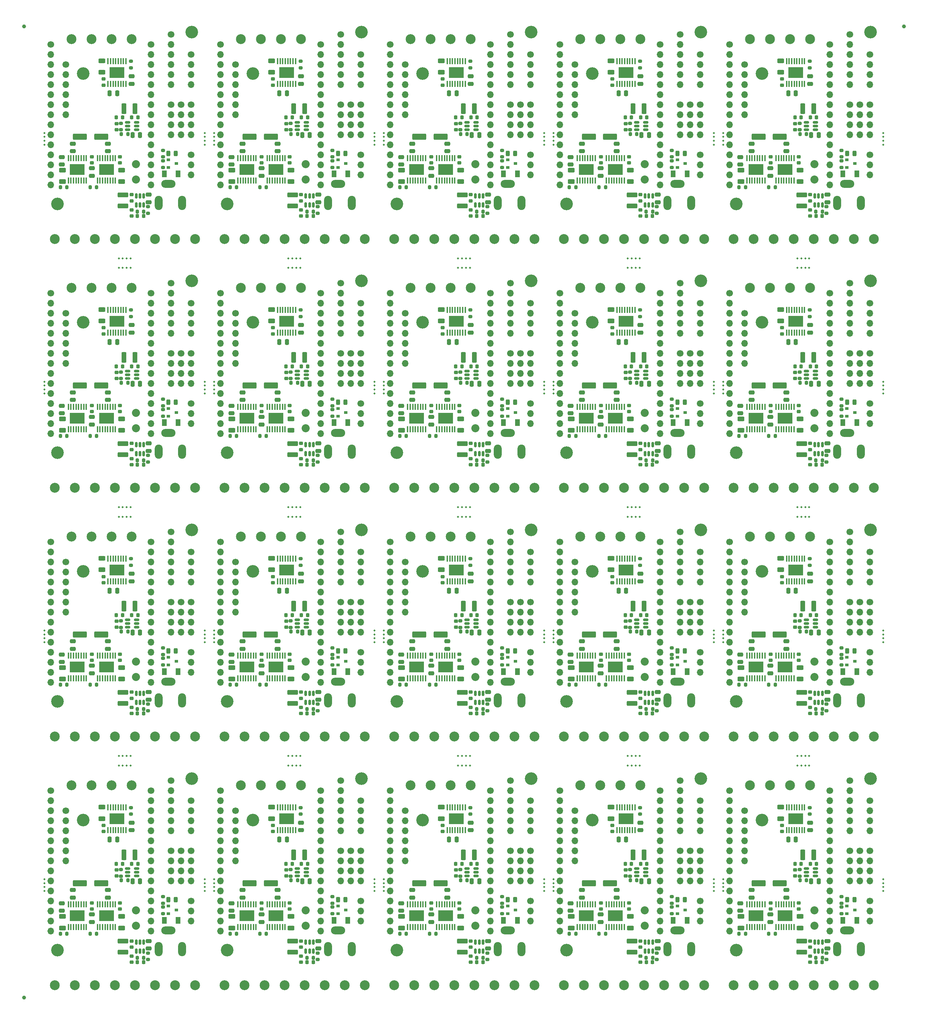
<source format=gbr>
%TF.GenerationSoftware,KiCad,Pcbnew,(6.0.5)*%
%TF.CreationDate,2022-06-09T01:52:49-04:00*%
%TF.ProjectId,NoU2-panelized,4e6f5532-2d70-4616-9e65-6c697a65642e,rev?*%
%TF.SameCoordinates,Original*%
%TF.FileFunction,Soldermask,Top*%
%TF.FilePolarity,Negative*%
%FSLAX46Y46*%
G04 Gerber Fmt 4.6, Leading zero omitted, Abs format (unit mm)*
G04 Created by KiCad (PCBNEW (6.0.5)) date 2022-06-09 01:52:49*
%MOMM*%
%LPD*%
G01*
G04 APERTURE LIST*
G04 Aperture macros list*
%AMRoundRect*
0 Rectangle with rounded corners*
0 $1 Rounding radius*
0 $2 $3 $4 $5 $6 $7 $8 $9 X,Y pos of 4 corners*
0 Add a 4 corners polygon primitive as box body*
4,1,4,$2,$3,$4,$5,$6,$7,$8,$9,$2,$3,0*
0 Add four circle primitives for the rounded corners*
1,1,$1+$1,$2,$3*
1,1,$1+$1,$4,$5*
1,1,$1+$1,$6,$7*
1,1,$1+$1,$8,$9*
0 Add four rect primitives between the rounded corners*
20,1,$1+$1,$2,$3,$4,$5,0*
20,1,$1+$1,$4,$5,$6,$7,0*
20,1,$1+$1,$6,$7,$8,$9,0*
20,1,$1+$1,$8,$9,$2,$3,0*%
G04 Aperture macros list end*
%ADD10C,2.032000*%
%ADD11C,0.500000*%
%ADD12RoundRect,1.000000X0.000000X0.800000X0.000000X0.800000X0.000000X-0.800000X0.000000X-0.800000X0*%
%ADD13RoundRect,1.000000X0.800000X0.000000X-0.800000X0.000000X-0.800000X0.000000X0.800000X0.000000X0*%
%ADD14RoundRect,0.200000X0.200000X0.275000X-0.200000X0.275000X-0.200000X-0.275000X0.200000X-0.275000X0*%
%ADD15C,2.500000*%
%ADD16RoundRect,0.200000X-0.275000X0.200000X-0.275000X-0.200000X0.275000X-0.200000X0.275000X0.200000X0*%
%ADD17RoundRect,0.225000X-0.250000X0.225000X-0.250000X-0.225000X0.250000X-0.225000X0.250000X0.225000X0*%
%ADD18RoundRect,0.250000X-0.475000X0.250000X-0.475000X-0.250000X0.475000X-0.250000X0.475000X0.250000X0*%
%ADD19RoundRect,0.250000X-0.250000X-0.475000X0.250000X-0.475000X0.250000X0.475000X-0.250000X0.475000X0*%
%ADD20C,3.200000*%
%ADD21RoundRect,0.200000X-0.200000X-0.275000X0.200000X-0.275000X0.200000X0.275000X-0.200000X0.275000X0*%
%ADD22RoundRect,0.250000X-1.075000X0.375000X-1.075000X-0.375000X1.075000X-0.375000X1.075000X0.375000X0*%
%ADD23RoundRect,0.200000X0.275000X-0.200000X0.275000X0.200000X-0.275000X0.200000X-0.275000X-0.200000X0*%
%ADD24C,1.700000*%
%ADD25O,1.700000X1.700000*%
%ADD26RoundRect,0.250000X0.475000X-0.250000X0.475000X0.250000X-0.475000X0.250000X-0.475000X-0.250000X0*%
%ADD27RoundRect,0.243750X-0.243750X-0.456250X0.243750X-0.456250X0.243750X0.456250X-0.243750X0.456250X0*%
%ADD28RoundRect,0.225000X0.225000X0.250000X-0.225000X0.250000X-0.225000X-0.250000X0.225000X-0.250000X0*%
%ADD29RoundRect,0.250000X1.500000X0.550000X-1.500000X0.550000X-1.500000X-0.550000X1.500000X-0.550000X0*%
%ADD30R,3.810000X2.794000*%
%ADD31RoundRect,0.100000X0.100000X-0.687500X0.100000X0.687500X-0.100000X0.687500X-0.100000X-0.687500X0*%
%ADD32RoundRect,0.225000X-0.225000X-0.250000X0.225000X-0.250000X0.225000X0.250000X-0.225000X0.250000X0*%
%ADD33RoundRect,0.249997X-0.625003X0.312503X-0.625003X-0.312503X0.625003X-0.312503X0.625003X0.312503X0*%
%ADD34RoundRect,0.225000X0.250000X-0.225000X0.250000X0.225000X-0.250000X0.225000X-0.250000X-0.225000X0*%
%ADD35R,0.900000X0.800000*%
%ADD36RoundRect,0.249997X0.625003X-0.312503X0.625003X0.312503X-0.625003X0.312503X-0.625003X-0.312503X0*%
%ADD37RoundRect,0.100000X-0.100000X0.687500X-0.100000X-0.687500X0.100000X-0.687500X0.100000X0.687500X0*%
%ADD38RoundRect,0.250000X0.375000X1.075000X-0.375000X1.075000X-0.375000X-1.075000X0.375000X-1.075000X0*%
%ADD39R,1.300000X1.700000*%
%ADD40RoundRect,0.150000X0.150000X-0.512500X0.150000X0.512500X-0.150000X0.512500X-0.150000X-0.512500X0*%
%ADD41C,1.000000*%
%ADD42RoundRect,0.150000X-0.512500X-0.150000X0.512500X-0.150000X0.512500X0.150000X-0.512500X0.150000X0*%
G04 APERTURE END LIST*
D10*
%TO.C,J13*%
X174342600Y-118792400D03*
%TD*%
D11*
%TO.C,REF\u002A\u002A*%
X194200000Y-236000000D03*
%TD*%
D12*
%TO.C,J9*%
X223083000Y-250700000D03*
X229083000Y-250700000D03*
D13*
X225583000Y-245950000D03*
%TD*%
D14*
%TO.C,R11*%
X70854200Y-57773600D03*
X69204200Y-57773600D03*
%TD*%
D15*
%TO.C,J7*%
X45114000Y-259880000D03*
X50194000Y-259880000D03*
X55274000Y-259880000D03*
X60354000Y-259880000D03*
%TD*%
D16*
%TO.C,R9*%
X87098000Y-151859000D03*
X87098000Y-153509000D03*
%TD*%
D17*
%TO.C,C1*%
X87225000Y-185640200D03*
X87225000Y-187190200D03*
%TD*%
D11*
%TO.C,REF\u002A\u002A*%
X62800000Y-236000000D03*
%TD*%
D16*
%TO.C,R9*%
X130098000Y-214859000D03*
X130098000Y-216509000D03*
%TD*%
D18*
%TO.C,C9*%
X34166600Y-52939940D03*
X34166600Y-54839940D03*
%TD*%
D19*
%TO.C,C12*%
X87481500Y-170527500D03*
X89381500Y-170527500D03*
%TD*%
D11*
%TO.C,REF\u002A\u002A*%
X191800000Y-233000000D03*
%TD*%
D20*
%TO.C,REF\u002A\u002A*%
X161000000Y-218000000D03*
%TD*%
D19*
%TO.C,C12*%
X173481500Y-170527500D03*
X175381500Y-170527500D03*
%TD*%
D21*
%TO.C,R1*%
X131686000Y-126895000D03*
X133336000Y-126895000D03*
%TD*%
D22*
%TO.C,L1*%
X214066000Y-185701000D03*
X214066000Y-188501000D03*
%TD*%
D23*
%TO.C,R5*%
X52175200Y-239089600D03*
X52175200Y-237439600D03*
%TD*%
D24*
%TO.C,J2*%
X54283400Y-225844000D03*
D25*
X54283400Y-228384000D03*
X54283400Y-230924000D03*
X54283400Y-233464000D03*
%TD*%
D26*
%TO.C,C22*%
X115366000Y-111639800D03*
X115366000Y-109739800D03*
%TD*%
D11*
%TO.C,REF\u002A\u002A*%
X42000000Y-138800000D03*
%TD*%
D18*
%TO.C,C8*%
X69549140Y-239102760D03*
X69549140Y-241002760D03*
%TD*%
D20*
%TO.C,REF\u002A\u002A*%
X102500000Y-81500000D03*
%TD*%
D24*
%TO.C,J3*%
X59338000Y-87144000D03*
D25*
X59338000Y-89684000D03*
X59338000Y-92224000D03*
X59338000Y-94764000D03*
%TD*%
D17*
%TO.C,C6*%
X170301460Y-239023760D03*
X170301460Y-240573760D03*
%TD*%
D27*
%TO.C,D1*%
X139599900Y-112188400D03*
X141474900Y-112188400D03*
%TD*%
D23*
%TO.C,R5*%
X52175200Y-113089600D03*
X52175200Y-111439600D03*
%TD*%
D24*
%TO.C,J11*%
X135178000Y-84600000D03*
D25*
X135178000Y-87140000D03*
X135178000Y-89680000D03*
X135178000Y-92220000D03*
X135178000Y-94760000D03*
X135178000Y-97300000D03*
X135178000Y-99840000D03*
X135178000Y-102380000D03*
X135178000Y-104920000D03*
X135178000Y-107460000D03*
X135178000Y-110000000D03*
X135178000Y-112540000D03*
X135178000Y-115080000D03*
X135178000Y-117620000D03*
X135178000Y-120160000D03*
%TD*%
D28*
%TO.C,C11*%
X174838200Y-166095200D03*
X173288200Y-166095200D03*
%TD*%
D24*
%TO.C,J4*%
X156588000Y-89684000D03*
D25*
X156588000Y-92224000D03*
X156588000Y-94764000D03*
X156588000Y-97304000D03*
X156588000Y-99844000D03*
X156588000Y-102384000D03*
%TD*%
D29*
%TO.C,C17*%
X208536400Y-107997400D03*
X203136400Y-107997400D03*
%TD*%
D17*
%TO.C,C5*%
X163192000Y-176039000D03*
X163192000Y-177589000D03*
%TD*%
D11*
%TO.C,REF\u002A\u002A*%
X62800000Y-171000000D03*
%TD*%
%TO.C,REF\u002A\u002A*%
X84000000Y-138800000D03*
%TD*%
%TO.C,REF\u002A\u002A*%
X22200000Y-46000000D03*
%TD*%
D30*
%TO.C,U3*%
X37875000Y-242227000D03*
D31*
X35600000Y-245089500D03*
X36250000Y-245089500D03*
X36900000Y-245089500D03*
X37550000Y-245089500D03*
X38200000Y-245089500D03*
X38850000Y-245089500D03*
X39500000Y-245089500D03*
X40150000Y-245089500D03*
X40150000Y-239364500D03*
X39500000Y-239364500D03*
X38850000Y-239364500D03*
X38200000Y-239364500D03*
X37550000Y-239364500D03*
X36900000Y-239364500D03*
X36250000Y-239364500D03*
X35600000Y-239364500D03*
%TD*%
D24*
%TO.C,J12*%
X228823400Y-99844000D03*
D25*
X228823400Y-102384000D03*
X228823400Y-104924000D03*
X228823400Y-107464000D03*
%TD*%
D30*
%TO.C,U1*%
X202495000Y-116227000D03*
D31*
X200220000Y-119089500D03*
X200870000Y-119089500D03*
X201520000Y-119089500D03*
X202170000Y-119089500D03*
X202820000Y-119089500D03*
X203470000Y-119089500D03*
X204120000Y-119089500D03*
X204770000Y-119089500D03*
X204770000Y-113364500D03*
X204120000Y-113364500D03*
X203470000Y-113364500D03*
X202820000Y-113364500D03*
X202170000Y-113364500D03*
X201520000Y-113364500D03*
X200870000Y-113364500D03*
X200220000Y-113364500D03*
%TD*%
D11*
%TO.C,REF\u002A\u002A*%
X194200000Y-47000000D03*
%TD*%
D12*
%TO.C,J9*%
X137083000Y-187700000D03*
X143083000Y-187700000D03*
D13*
X139583000Y-182950000D03*
%TD*%
D20*
%TO.C,REF\u002A\u002A*%
X68500000Y-125000000D03*
%TD*%
D11*
%TO.C,REF\u002A\u002A*%
X62800000Y-107000000D03*
%TD*%
D28*
%TO.C,C4*%
X219286000Y-191012600D03*
X217736000Y-191012600D03*
%TD*%
%TO.C,C4*%
X47286000Y-65012600D03*
X45736000Y-65012600D03*
%TD*%
D32*
%TO.C,C13*%
X83402000Y-40095200D03*
X84952000Y-40095200D03*
%TD*%
D26*
%TO.C,C22*%
X115366000Y-48639800D03*
X115366000Y-46739800D03*
%TD*%
D33*
%TO.C,R7*%
X170685000Y-242415500D03*
X170685000Y-245340500D03*
%TD*%
D20*
%TO.C,REF\u002A\u002A*%
X188500000Y-81500000D03*
%TD*%
D24*
%TO.C,J12*%
X56823400Y-162844000D03*
D25*
X56823400Y-165384000D03*
X56823400Y-167924000D03*
X56823400Y-170464000D03*
%TD*%
D20*
%TO.C,REF\u002A\u002A*%
X32000000Y-29000000D03*
%TD*%
D26*
%TO.C,C22*%
X158366000Y-174639800D03*
X158366000Y-172739800D03*
%TD*%
D14*
%TO.C,R11*%
X70854200Y-183773600D03*
X69204200Y-183773600D03*
%TD*%
D34*
%TO.C,C14*%
X126440400Y-43181600D03*
X126440400Y-41631600D03*
%TD*%
D16*
%TO.C,R3*%
X127558000Y-104569400D03*
X127558000Y-106219400D03*
%TD*%
D11*
%TO.C,REF\u002A\u002A*%
X194200000Y-107000000D03*
%TD*%
%TO.C,REF\u002A\u002A*%
X65200000Y-107000000D03*
%TD*%
D15*
%TO.C,J6*%
X67794000Y-70880000D03*
X72874000Y-70880000D03*
X77954000Y-70880000D03*
X83034000Y-70880000D03*
%TD*%
D17*
%TO.C,C5*%
X120192000Y-239039000D03*
X120192000Y-240589000D03*
%TD*%
D11*
%TO.C,REF\u002A\u002A*%
X129000000Y-204200000D03*
%TD*%
D34*
%TO.C,C14*%
X169440400Y-106181600D03*
X169440400Y-104631600D03*
%TD*%
D14*
%TO.C,R10*%
X207398000Y-57773600D03*
X205748000Y-57773600D03*
%TD*%
D29*
%TO.C,C17*%
X36536400Y-170997400D03*
X31136400Y-170997400D03*
%TD*%
D35*
%TO.C,Q1*%
X96562800Y-176829200D03*
X96562800Y-178729200D03*
X98562800Y-177779200D03*
%TD*%
D19*
%TO.C,C12*%
X44481500Y-107527500D03*
X46381500Y-107527500D03*
%TD*%
D17*
%TO.C,C6*%
X213301460Y-176023760D03*
X213301460Y-177573760D03*
%TD*%
D34*
%TO.C,C3*%
X130225000Y-128025600D03*
X130225000Y-126475600D03*
%TD*%
D36*
%TO.C,R8*%
X122732000Y-28654500D03*
X122732000Y-25729500D03*
%TD*%
D16*
%TO.C,R9*%
X44098000Y-25859000D03*
X44098000Y-27509000D03*
%TD*%
D23*
%TO.C,R12*%
X224175200Y-115731200D03*
X224175200Y-114081200D03*
%TD*%
D11*
%TO.C,REF\u002A\u002A*%
X105800000Y-235000000D03*
%TD*%
D22*
%TO.C,L1*%
X171066000Y-248701000D03*
X171066000Y-251501000D03*
%TD*%
D11*
%TO.C,REF\u002A\u002A*%
X191800000Y-44000000D03*
%TD*%
%TO.C,REF\u002A\u002A*%
X62800000Y-172000000D03*
%TD*%
D14*
%TO.C,R10*%
X164398000Y-183773600D03*
X162748000Y-183773600D03*
%TD*%
D24*
%TO.C,U8*%
X102363400Y-175544000D03*
D25*
X102363400Y-178084000D03*
X102363400Y-180624000D03*
%TD*%
D27*
%TO.C,D1*%
X139599900Y-238188400D03*
X141474900Y-238188400D03*
%TD*%
D14*
%TO.C,R10*%
X164398000Y-120773600D03*
X162748000Y-120773600D03*
%TD*%
D19*
%TO.C,C24*%
X81703000Y-159923000D03*
X83603000Y-159923000D03*
%TD*%
D20*
%TO.C,REF\u002A\u002A*%
X32000000Y-155000000D03*
%TD*%
D10*
%TO.C,J13*%
X174342600Y-55792400D03*
%TD*%
D34*
%TO.C,C14*%
X40440400Y-106181600D03*
X40440400Y-104631600D03*
%TD*%
D11*
%TO.C,REF\u002A\u002A*%
X41000000Y-75800000D03*
%TD*%
D19*
%TO.C,C24*%
X38703000Y-96923000D03*
X40603000Y-96923000D03*
%TD*%
D26*
%TO.C,C2*%
X91606500Y-187543000D03*
X91606500Y-185643000D03*
%TD*%
D10*
%TO.C,J13*%
X174342600Y-181792400D03*
%TD*%
D24*
%TO.C,J5*%
X59363400Y-36844000D03*
D25*
X59363400Y-39384000D03*
X59363400Y-41924000D03*
X59363400Y-44464000D03*
%TD*%
D26*
%TO.C,C23*%
X210230600Y-111639800D03*
X210230600Y-109739800D03*
%TD*%
D10*
%TO.C,J13*%
X131342600Y-118792400D03*
%TD*%
D30*
%TO.C,U3*%
X37875000Y-116227000D03*
D31*
X35600000Y-119089500D03*
X36250000Y-119089500D03*
X36900000Y-119089500D03*
X37550000Y-119089500D03*
X38200000Y-119089500D03*
X38850000Y-119089500D03*
X39500000Y-119089500D03*
X40150000Y-119089500D03*
X40150000Y-113364500D03*
X39500000Y-113364500D03*
X38850000Y-113364500D03*
X38200000Y-113364500D03*
X37550000Y-113364500D03*
X36900000Y-113364500D03*
X36250000Y-113364500D03*
X35600000Y-113364500D03*
%TD*%
D24*
%TO.C,J4*%
X156588000Y-215684000D03*
D25*
X156588000Y-218224000D03*
X156588000Y-220764000D03*
X156588000Y-223304000D03*
X156588000Y-225844000D03*
X156588000Y-228384000D03*
%TD*%
D27*
%TO.C,D1*%
X53599900Y-175188400D03*
X55474900Y-175188400D03*
%TD*%
D17*
%TO.C,C5*%
X77192000Y-176039000D03*
X77192000Y-177589000D03*
%TD*%
D30*
%TO.C,U1*%
X202495000Y-242227000D03*
D31*
X200220000Y-245089500D03*
X200870000Y-245089500D03*
X201520000Y-245089500D03*
X202170000Y-245089500D03*
X202820000Y-245089500D03*
X203470000Y-245089500D03*
X204120000Y-245089500D03*
X204770000Y-245089500D03*
X204770000Y-239364500D03*
X204120000Y-239364500D03*
X203470000Y-239364500D03*
X202820000Y-239364500D03*
X202170000Y-239364500D03*
X201520000Y-239364500D03*
X200870000Y-239364500D03*
X200220000Y-239364500D03*
%TD*%
D18*
%TO.C,C8*%
X112549140Y-113102760D03*
X112549140Y-115002760D03*
%TD*%
D15*
%TO.C,J6*%
X153794000Y-133880000D03*
X158874000Y-133880000D03*
X163954000Y-133880000D03*
X169034000Y-133880000D03*
%TD*%
D20*
%TO.C,REF\u002A\u002A*%
X75000000Y-155000000D03*
%TD*%
%TO.C,REF\u002A\u002A*%
X231500000Y-144500000D03*
%TD*%
D19*
%TO.C,C24*%
X210703000Y-96923000D03*
X212603000Y-96923000D03*
%TD*%
D27*
%TO.C,D1*%
X96599900Y-238188400D03*
X98474900Y-238188400D03*
%TD*%
D30*
%TO.C,U2*%
X83542000Y-217716000D03*
D37*
X85817000Y-214853500D03*
X85167000Y-214853500D03*
X84517000Y-214853500D03*
X83867000Y-214853500D03*
X83217000Y-214853500D03*
X82567000Y-214853500D03*
X81917000Y-214853500D03*
X81267000Y-214853500D03*
X81267000Y-220578500D03*
X81917000Y-220578500D03*
X82567000Y-220578500D03*
X83217000Y-220578500D03*
X83867000Y-220578500D03*
X84517000Y-220578500D03*
X85167000Y-220578500D03*
X85817000Y-220578500D03*
%TD*%
D30*
%TO.C,U2*%
X40542000Y-28716000D03*
D37*
X42817000Y-25853500D03*
X42167000Y-25853500D03*
X41517000Y-25853500D03*
X40867000Y-25853500D03*
X40217000Y-25853500D03*
X39567000Y-25853500D03*
X38917000Y-25853500D03*
X38267000Y-25853500D03*
X38267000Y-31578500D03*
X38917000Y-31578500D03*
X39567000Y-31578500D03*
X40217000Y-31578500D03*
X40867000Y-31578500D03*
X41517000Y-31578500D03*
X42167000Y-31578500D03*
X42817000Y-31578500D03*
%TD*%
D20*
%TO.C,REF\u002A\u002A*%
X188500000Y-207500000D03*
%TD*%
D21*
%TO.C,R4*%
X41647400Y-233286200D03*
X43297400Y-233286200D03*
%TD*%
D35*
%TO.C,Q1*%
X53562800Y-50829200D03*
X53562800Y-52729200D03*
X55562800Y-51779200D03*
%TD*%
D10*
%TO.C,J14*%
X88342600Y-51880800D03*
%TD*%
D15*
%TO.C,J7*%
X88114000Y-259880000D03*
X93194000Y-259880000D03*
X98274000Y-259880000D03*
X103354000Y-259880000D03*
%TD*%
%TO.C,J7*%
X45114000Y-196880000D03*
X50194000Y-196880000D03*
X55274000Y-196880000D03*
X60354000Y-196880000D03*
%TD*%
D11*
%TO.C,REF\u002A\u002A*%
X151200000Y-47000000D03*
%TD*%
D24*
%TO.C,J4*%
X156588000Y-152684000D03*
D25*
X156588000Y-155224000D03*
X156588000Y-157764000D03*
X156588000Y-160304000D03*
X156588000Y-162844000D03*
X156588000Y-165384000D03*
%TD*%
D24*
%TO.C,J11*%
X92178000Y-147600000D03*
D25*
X92178000Y-150140000D03*
X92178000Y-152680000D03*
X92178000Y-155220000D03*
X92178000Y-157760000D03*
X92178000Y-160300000D03*
X92178000Y-162840000D03*
X92178000Y-165380000D03*
X92178000Y-167920000D03*
X92178000Y-170460000D03*
X92178000Y-173000000D03*
X92178000Y-175540000D03*
X92178000Y-178080000D03*
X92178000Y-180620000D03*
X92178000Y-183160000D03*
%TD*%
D24*
%TO.C,J10*%
X66778000Y-84604000D03*
D25*
X66778000Y-87144000D03*
X66778000Y-89684000D03*
X66778000Y-92224000D03*
X66778000Y-94764000D03*
X66778000Y-97304000D03*
X66778000Y-99844000D03*
X66778000Y-102384000D03*
X66778000Y-104924000D03*
X66778000Y-107464000D03*
X66778000Y-110004000D03*
X66778000Y-112544000D03*
X66778000Y-115084000D03*
X66778000Y-117624000D03*
X66778000Y-120164000D03*
%TD*%
D26*
%TO.C,C22*%
X158366000Y-48639800D03*
X158366000Y-46739800D03*
%TD*%
D11*
%TO.C,REF\u002A\u002A*%
X216000000Y-141200000D03*
%TD*%
D20*
%TO.C,REF\u002A\u002A*%
X68500000Y-188000000D03*
%TD*%
D27*
%TO.C,D1*%
X225599900Y-238188400D03*
X227474900Y-238188400D03*
%TD*%
D18*
%TO.C,C9*%
X163166600Y-115939940D03*
X163166600Y-117839940D03*
%TD*%
D33*
%TO.C,R7*%
X41685000Y-53415500D03*
X41685000Y-56340500D03*
%TD*%
D38*
%TO.C,L2*%
X88117000Y-100860000D03*
X85317000Y-100860000D03*
%TD*%
D11*
%TO.C,REF\u002A\u002A*%
X214000000Y-138800000D03*
%TD*%
D30*
%TO.C,U3*%
X209875000Y-116227000D03*
D31*
X207600000Y-119089500D03*
X208250000Y-119089500D03*
X208900000Y-119089500D03*
X209550000Y-119089500D03*
X210200000Y-119089500D03*
X210850000Y-119089500D03*
X211500000Y-119089500D03*
X212150000Y-119089500D03*
X212150000Y-113364500D03*
X211500000Y-113364500D03*
X210850000Y-113364500D03*
X210200000Y-113364500D03*
X209550000Y-113364500D03*
X208900000Y-113364500D03*
X208250000Y-113364500D03*
X207600000Y-113364500D03*
%TD*%
D11*
%TO.C,REF\u002A\u002A*%
X41000000Y-141200000D03*
%TD*%
D24*
%TO.C,U8*%
X59363400Y-49544000D03*
D25*
X59363400Y-52084000D03*
X59363400Y-54624000D03*
%TD*%
D10*
%TO.C,J13*%
X88342600Y-55792400D03*
%TD*%
D22*
%TO.C,L1*%
X171066000Y-59701000D03*
X171066000Y-62501000D03*
%TD*%
D16*
%TO.C,R3*%
X84558000Y-167569400D03*
X84558000Y-169219400D03*
%TD*%
D11*
%TO.C,REF\u002A\u002A*%
X41000000Y-204200000D03*
%TD*%
D39*
%TO.C,D2*%
X181533400Y-243395400D03*
X185033400Y-243395400D03*
%TD*%
D24*
%TO.C,J10*%
X195778000Y-147604000D03*
D25*
X195778000Y-150144000D03*
X195778000Y-152684000D03*
X195778000Y-155224000D03*
X195778000Y-157764000D03*
X195778000Y-160304000D03*
X195778000Y-162844000D03*
X195778000Y-165384000D03*
X195778000Y-167924000D03*
X195778000Y-170464000D03*
X195778000Y-173004000D03*
X195778000Y-175544000D03*
X195778000Y-178084000D03*
X195778000Y-180624000D03*
X195778000Y-183164000D03*
%TD*%
D11*
%TO.C,REF\u002A\u002A*%
X108200000Y-173000000D03*
%TD*%
D40*
%TO.C,U10*%
X174408600Y-62213100D03*
X175358600Y-62213100D03*
X176308600Y-62213100D03*
X176308600Y-59938100D03*
X175358600Y-59938100D03*
X174408600Y-59938100D03*
%TD*%
D24*
%TO.C,U8*%
X59363400Y-175544000D03*
D25*
X59363400Y-178084000D03*
X59363400Y-180624000D03*
%TD*%
D41*
%TO.C,REF\u002A\u002A*%
X17000000Y-17000000D03*
%TD*%
D17*
%TO.C,C1*%
X216225000Y-248640200D03*
X216225000Y-250190200D03*
%TD*%
D35*
%TO.C,Q1*%
X139562800Y-50829200D03*
X139562800Y-52729200D03*
X141562800Y-51779200D03*
%TD*%
D38*
%TO.C,L2*%
X217117000Y-100860000D03*
X214317000Y-100860000D03*
%TD*%
D35*
%TO.C,Q1*%
X139562800Y-239829200D03*
X139562800Y-241729200D03*
X141562800Y-240779200D03*
%TD*%
D26*
%TO.C,C22*%
X29366000Y-111639800D03*
X29366000Y-109739800D03*
%TD*%
D11*
%TO.C,REF\u002A\u002A*%
X170000000Y-78200000D03*
%TD*%
D28*
%TO.C,C11*%
X45838200Y-40095200D03*
X44288200Y-40095200D03*
%TD*%
D15*
%TO.C,J6*%
X196794000Y-196880000D03*
X201874000Y-196880000D03*
X206954000Y-196880000D03*
X212034000Y-196880000D03*
%TD*%
D28*
%TO.C,C11*%
X174838200Y-40095200D03*
X173288200Y-40095200D03*
%TD*%
D21*
%TO.C,R1*%
X88686000Y-252895000D03*
X90336000Y-252895000D03*
%TD*%
D16*
%TO.C,R9*%
X130098000Y-25859000D03*
X130098000Y-27509000D03*
%TD*%
D32*
%TO.C,C13*%
X126402000Y-40095200D03*
X127952000Y-40095200D03*
%TD*%
D12*
%TO.C,J9*%
X94083000Y-187700000D03*
X100083000Y-187700000D03*
D13*
X96583000Y-182950000D03*
%TD*%
D23*
%TO.C,R12*%
X138175200Y-115731200D03*
X138175200Y-114081200D03*
%TD*%
D27*
%TO.C,D1*%
X182599900Y-238188400D03*
X184474900Y-238188400D03*
%TD*%
D18*
%TO.C,C8*%
X198549140Y-176102760D03*
X198549140Y-178002760D03*
%TD*%
D39*
%TO.C,D2*%
X138533400Y-180395400D03*
X142033400Y-180395400D03*
%TD*%
D11*
%TO.C,REF\u002A\u002A*%
X62800000Y-47000000D03*
%TD*%
D34*
%TO.C,C14*%
X83440400Y-106181600D03*
X83440400Y-104631600D03*
%TD*%
D38*
%TO.C,L2*%
X131117000Y-163860000D03*
X128317000Y-163860000D03*
%TD*%
D39*
%TO.C,D2*%
X95533400Y-54395400D03*
X99033400Y-54395400D03*
%TD*%
D17*
%TO.C,C5*%
X34192000Y-176039000D03*
X34192000Y-177589000D03*
%TD*%
%TO.C,C1*%
X216225000Y-59640200D03*
X216225000Y-61190200D03*
%TD*%
D11*
%TO.C,REF\u002A\u002A*%
X213000000Y-138800000D03*
%TD*%
D40*
%TO.C,U10*%
X217408600Y-62213100D03*
X218358600Y-62213100D03*
X219308600Y-62213100D03*
X219308600Y-59938100D03*
X218358600Y-59938100D03*
X217408600Y-59938100D03*
%TD*%
D11*
%TO.C,REF\u002A\u002A*%
X65200000Y-235000000D03*
%TD*%
D32*
%TO.C,C13*%
X169402000Y-40095200D03*
X170952000Y-40095200D03*
%TD*%
D11*
%TO.C,REF\u002A\u002A*%
X108200000Y-171000000D03*
%TD*%
D36*
%TO.C,R8*%
X79732000Y-154654500D03*
X79732000Y-151729500D03*
%TD*%
D11*
%TO.C,REF\u002A\u002A*%
X108200000Y-172000000D03*
%TD*%
%TO.C,REF\u002A\u002A*%
X129000000Y-141200000D03*
%TD*%
D24*
%TO.C,J4*%
X70588000Y-152684000D03*
D25*
X70588000Y-155224000D03*
X70588000Y-157764000D03*
X70588000Y-160304000D03*
X70588000Y-162844000D03*
X70588000Y-165384000D03*
%TD*%
D12*
%TO.C,J9*%
X94083000Y-250700000D03*
X100083000Y-250700000D03*
D13*
X96583000Y-245950000D03*
%TD*%
D24*
%TO.C,J10*%
X66778000Y-147604000D03*
D25*
X66778000Y-150144000D03*
X66778000Y-152684000D03*
X66778000Y-155224000D03*
X66778000Y-157764000D03*
X66778000Y-160304000D03*
X66778000Y-162844000D03*
X66778000Y-165384000D03*
X66778000Y-167924000D03*
X66778000Y-170464000D03*
X66778000Y-173004000D03*
X66778000Y-175544000D03*
X66778000Y-178084000D03*
X66778000Y-180624000D03*
X66778000Y-183164000D03*
%TD*%
D34*
%TO.C,C3*%
X173225000Y-128025600D03*
X173225000Y-126475600D03*
%TD*%
D11*
%TO.C,REF\u002A\u002A*%
X22200000Y-172000000D03*
%TD*%
D33*
%TO.C,R7*%
X127685000Y-179415500D03*
X127685000Y-182340500D03*
%TD*%
D23*
%TO.C,R2*%
X220390600Y-64339000D03*
X220390600Y-62689000D03*
%TD*%
D11*
%TO.C,REF\u002A\u002A*%
X151200000Y-108000000D03*
%TD*%
D12*
%TO.C,J9*%
X180083000Y-124700000D03*
X186083000Y-124700000D03*
D13*
X182583000Y-119950000D03*
%TD*%
D11*
%TO.C,REF\u002A\u002A*%
X151200000Y-107000000D03*
%TD*%
D23*
%TO.C,R2*%
X220390600Y-127339000D03*
X220390600Y-125689000D03*
%TD*%
D11*
%TO.C,REF\u002A\u002A*%
X191800000Y-234000000D03*
%TD*%
%TO.C,REF\u002A\u002A*%
X43000000Y-141200000D03*
%TD*%
D16*
%TO.C,R3*%
X84558000Y-230569400D03*
X84558000Y-232219400D03*
%TD*%
D33*
%TO.C,R6*%
X155699000Y-116415500D03*
X155699000Y-119340500D03*
%TD*%
D11*
%TO.C,REF\u002A\u002A*%
X41000000Y-201800000D03*
%TD*%
D28*
%TO.C,C4*%
X47286000Y-191012600D03*
X45736000Y-191012600D03*
%TD*%
D24*
%TO.C,J11*%
X135178000Y-210600000D03*
D25*
X135178000Y-213140000D03*
X135178000Y-215680000D03*
X135178000Y-218220000D03*
X135178000Y-220760000D03*
X135178000Y-223300000D03*
X135178000Y-225840000D03*
X135178000Y-228380000D03*
X135178000Y-230920000D03*
X135178000Y-233460000D03*
X135178000Y-236000000D03*
X135178000Y-238540000D03*
X135178000Y-241080000D03*
X135178000Y-243620000D03*
X135178000Y-246160000D03*
%TD*%
D40*
%TO.C,U10*%
X217408600Y-188213100D03*
X218358600Y-188213100D03*
X219308600Y-188213100D03*
X219308600Y-185938100D03*
X218358600Y-185938100D03*
X217408600Y-185938100D03*
%TD*%
D11*
%TO.C,REF\u002A\u002A*%
X84000000Y-141200000D03*
%TD*%
D26*
%TO.C,C2*%
X220606500Y-124543000D03*
X220606500Y-122643000D03*
%TD*%
D11*
%TO.C,REF\u002A\u002A*%
X191800000Y-107000000D03*
%TD*%
D30*
%TO.C,U3*%
X123875000Y-179227000D03*
D31*
X121600000Y-182089500D03*
X122250000Y-182089500D03*
X122900000Y-182089500D03*
X123550000Y-182089500D03*
X124200000Y-182089500D03*
X124850000Y-182089500D03*
X125500000Y-182089500D03*
X126150000Y-182089500D03*
X126150000Y-176364500D03*
X125500000Y-176364500D03*
X124850000Y-176364500D03*
X124200000Y-176364500D03*
X123550000Y-176364500D03*
X122900000Y-176364500D03*
X122250000Y-176364500D03*
X121600000Y-176364500D03*
%TD*%
D11*
%TO.C,REF\u002A\u002A*%
X87000000Y-201800000D03*
%TD*%
D30*
%TO.C,U3*%
X37875000Y-53227000D03*
D31*
X35600000Y-56089500D03*
X36250000Y-56089500D03*
X36900000Y-56089500D03*
X37550000Y-56089500D03*
X38200000Y-56089500D03*
X38850000Y-56089500D03*
X39500000Y-56089500D03*
X40150000Y-56089500D03*
X40150000Y-50364500D03*
X39500000Y-50364500D03*
X38850000Y-50364500D03*
X38200000Y-50364500D03*
X37550000Y-50364500D03*
X36900000Y-50364500D03*
X36250000Y-50364500D03*
X35600000Y-50364500D03*
%TD*%
D11*
%TO.C,REF\u002A\u002A*%
X234800000Y-109000000D03*
%TD*%
%TO.C,REF\u002A\u002A*%
X85000000Y-78200000D03*
%TD*%
D24*
%TO.C,J12*%
X228823400Y-225844000D03*
D25*
X228823400Y-228384000D03*
X228823400Y-230924000D03*
X228823400Y-233464000D03*
%TD*%
D11*
%TO.C,REF\u002A\u002A*%
X129000000Y-138800000D03*
%TD*%
D12*
%TO.C,J9*%
X180083000Y-61700000D03*
X186083000Y-61700000D03*
D13*
X182583000Y-56950000D03*
%TD*%
D19*
%TO.C,C12*%
X173481500Y-107527500D03*
X175381500Y-107527500D03*
%TD*%
D24*
%TO.C,J3*%
X188338000Y-24144000D03*
D25*
X188338000Y-26684000D03*
X188338000Y-29224000D03*
X188338000Y-31764000D03*
%TD*%
D24*
%TO.C,J12*%
X185823400Y-225844000D03*
D25*
X185823400Y-228384000D03*
X185823400Y-230924000D03*
X185823400Y-233464000D03*
%TD*%
D11*
%TO.C,REF\u002A\u002A*%
X130000000Y-201800000D03*
%TD*%
D39*
%TO.C,D2*%
X224533400Y-117395400D03*
X228033400Y-117395400D03*
%TD*%
D33*
%TO.C,R6*%
X69699000Y-242415500D03*
X69699000Y-245340500D03*
%TD*%
D15*
%TO.C,J8*%
X44225000Y-146207000D03*
X39145000Y-146207000D03*
X34065000Y-146207000D03*
X28985000Y-146207000D03*
%TD*%
D24*
%TO.C,J12*%
X185823400Y-99844000D03*
D25*
X185823400Y-102384000D03*
X185823400Y-104924000D03*
X185823400Y-107464000D03*
%TD*%
D24*
%TO.C,J11*%
X221178000Y-210600000D03*
D25*
X221178000Y-213140000D03*
X221178000Y-215680000D03*
X221178000Y-218220000D03*
X221178000Y-220760000D03*
X221178000Y-223300000D03*
X221178000Y-225840000D03*
X221178000Y-228380000D03*
X221178000Y-230920000D03*
X221178000Y-233460000D03*
X221178000Y-236000000D03*
X221178000Y-238540000D03*
X221178000Y-241080000D03*
X221178000Y-243620000D03*
X221178000Y-246160000D03*
%TD*%
D19*
%TO.C,C24*%
X38703000Y-222923000D03*
X40603000Y-222923000D03*
%TD*%
D10*
%TO.C,J13*%
X174342600Y-244792400D03*
%TD*%
D11*
%TO.C,REF\u002A\u002A*%
X85000000Y-141200000D03*
%TD*%
D28*
%TO.C,C4*%
X176286000Y-254012600D03*
X174736000Y-254012600D03*
%TD*%
D14*
%TO.C,R10*%
X207398000Y-120773600D03*
X205748000Y-120773600D03*
%TD*%
D23*
%TO.C,R2*%
X91390600Y-127339000D03*
X91390600Y-125689000D03*
%TD*%
D24*
%TO.C,J5*%
X59363400Y-99844000D03*
D25*
X59363400Y-102384000D03*
X59363400Y-104924000D03*
X59363400Y-107464000D03*
%TD*%
D11*
%TO.C,REF\u002A\u002A*%
X42000000Y-141200000D03*
%TD*%
D26*
%TO.C,C10*%
X87225000Y-31571000D03*
X87225000Y-29671000D03*
%TD*%
D24*
%TO.C,U8*%
X145363400Y-49544000D03*
D25*
X145363400Y-52084000D03*
X145363400Y-54624000D03*
%TD*%
D11*
%TO.C,REF\u002A\u002A*%
X151200000Y-46000000D03*
%TD*%
D23*
%TO.C,R5*%
X224175200Y-50089600D03*
X224175200Y-48439600D03*
%TD*%
D29*
%TO.C,C17*%
X79536400Y-170997400D03*
X74136400Y-170997400D03*
%TD*%
D32*
%TO.C,C13*%
X126402000Y-229095200D03*
X127952000Y-229095200D03*
%TD*%
D24*
%TO.C,J5*%
X188363400Y-36844000D03*
D25*
X188363400Y-39384000D03*
X188363400Y-41924000D03*
X188363400Y-44464000D03*
%TD*%
D14*
%TO.C,R10*%
X164398000Y-246773600D03*
X162748000Y-246773600D03*
%TD*%
D15*
%TO.C,J7*%
X217114000Y-259880000D03*
X222194000Y-259880000D03*
X227274000Y-259880000D03*
X232354000Y-259880000D03*
%TD*%
D39*
%TO.C,D2*%
X181533400Y-54395400D03*
X185033400Y-54395400D03*
%TD*%
D11*
%TO.C,REF\u002A\u002A*%
X191800000Y-109000000D03*
%TD*%
D26*
%TO.C,C23*%
X167230600Y-48639800D03*
X167230600Y-46739800D03*
%TD*%
D21*
%TO.C,R4*%
X41647400Y-170286200D03*
X43297400Y-170286200D03*
%TD*%
D14*
%TO.C,R10*%
X121398000Y-57773600D03*
X119748000Y-57773600D03*
%TD*%
D11*
%TO.C,REF\u002A\u002A*%
X148800000Y-172000000D03*
%TD*%
D23*
%TO.C,R2*%
X177390600Y-127339000D03*
X177390600Y-125689000D03*
%TD*%
D42*
%TO.C,U11*%
X43262500Y-167300000D03*
X43262500Y-168250000D03*
X43262500Y-169200000D03*
X45537500Y-169200000D03*
X45537500Y-168250000D03*
X45537500Y-167300000D03*
%TD*%
D17*
%TO.C,C6*%
X127301460Y-239023760D03*
X127301460Y-240573760D03*
%TD*%
D11*
%TO.C,REF\u002A\u002A*%
X43000000Y-138800000D03*
%TD*%
D33*
%TO.C,R6*%
X69699000Y-116415500D03*
X69699000Y-119340500D03*
%TD*%
D34*
%TO.C,C7*%
X209113000Y-220904000D03*
X209113000Y-219354000D03*
%TD*%
D24*
%TO.C,J12*%
X99823400Y-36844000D03*
D25*
X99823400Y-39384000D03*
X99823400Y-41924000D03*
X99823400Y-44464000D03*
%TD*%
D18*
%TO.C,C9*%
X120166600Y-115939940D03*
X120166600Y-117839940D03*
%TD*%
D26*
%TO.C,C2*%
X220606500Y-250543000D03*
X220606500Y-248643000D03*
%TD*%
D15*
%TO.C,J7*%
X45114000Y-133880000D03*
X50194000Y-133880000D03*
X55274000Y-133880000D03*
X60354000Y-133880000D03*
%TD*%
D38*
%TO.C,L2*%
X45117000Y-163860000D03*
X42317000Y-163860000D03*
%TD*%
D34*
%TO.C,C7*%
X80113000Y-220904000D03*
X80113000Y-219354000D03*
%TD*%
D23*
%TO.C,R2*%
X134390600Y-253339000D03*
X134390600Y-251689000D03*
%TD*%
D11*
%TO.C,REF\u002A\u002A*%
X173000000Y-204200000D03*
%TD*%
D17*
%TO.C,C1*%
X44225000Y-185640200D03*
X44225000Y-187190200D03*
%TD*%
D24*
%TO.C,J2*%
X226283400Y-162844000D03*
D25*
X226283400Y-165384000D03*
X226283400Y-167924000D03*
X226283400Y-170464000D03*
%TD*%
D16*
%TO.C,R9*%
X216098000Y-88859000D03*
X216098000Y-90509000D03*
%TD*%
D24*
%TO.C,J12*%
X56823400Y-99844000D03*
D25*
X56823400Y-102384000D03*
X56823400Y-104924000D03*
X56823400Y-107464000D03*
%TD*%
D24*
%TO.C,J1*%
X183258000Y-145064000D03*
D25*
X183258000Y-147604000D03*
X183258000Y-150144000D03*
X183258000Y-152684000D03*
X183258000Y-155224000D03*
X183258000Y-157764000D03*
%TD*%
D11*
%TO.C,REF\u002A\u002A*%
X65200000Y-170000000D03*
%TD*%
D32*
%TO.C,C13*%
X40402000Y-103095200D03*
X41952000Y-103095200D03*
%TD*%
D24*
%TO.C,J1*%
X97258000Y-82064000D03*
D25*
X97258000Y-84604000D03*
X97258000Y-87144000D03*
X97258000Y-89684000D03*
X97258000Y-92224000D03*
X97258000Y-94764000D03*
%TD*%
D11*
%TO.C,REF\u002A\u002A*%
X86000000Y-78200000D03*
%TD*%
D34*
%TO.C,C14*%
X40440400Y-232181600D03*
X40440400Y-230631600D03*
%TD*%
%TO.C,C3*%
X173225000Y-65025600D03*
X173225000Y-63475600D03*
%TD*%
D11*
%TO.C,REF\u002A\u002A*%
X105800000Y-110000000D03*
%TD*%
D20*
%TO.C,REF\u002A\u002A*%
X145500000Y-81500000D03*
%TD*%
D29*
%TO.C,C17*%
X165536400Y-170997400D03*
X160136400Y-170997400D03*
%TD*%
D23*
%TO.C,R5*%
X52175200Y-50089600D03*
X52175200Y-48439600D03*
%TD*%
D42*
%TO.C,U11*%
X43262500Y-41300000D03*
X43262500Y-42250000D03*
X43262500Y-43200000D03*
X45537500Y-43200000D03*
X45537500Y-42250000D03*
X45537500Y-41300000D03*
%TD*%
D20*
%TO.C,REF\u002A\u002A*%
X197500000Y-62000000D03*
%TD*%
D11*
%TO.C,REF\u002A\u002A*%
X22200000Y-110000000D03*
%TD*%
%TO.C,REF\u002A\u002A*%
X128000000Y-75800000D03*
%TD*%
D26*
%TO.C,C22*%
X115366000Y-174639800D03*
X115366000Y-172739800D03*
%TD*%
D11*
%TO.C,REF\u002A\u002A*%
X148800000Y-108000000D03*
%TD*%
D33*
%TO.C,R7*%
X127685000Y-116415500D03*
X127685000Y-119340500D03*
%TD*%
D36*
%TO.C,R8*%
X36732000Y-217654500D03*
X36732000Y-214729500D03*
%TD*%
D24*
%TO.C,J2*%
X226283400Y-36844000D03*
D25*
X226283400Y-39384000D03*
X226283400Y-41924000D03*
X226283400Y-44464000D03*
%TD*%
D36*
%TO.C,R8*%
X165732000Y-154654500D03*
X165732000Y-151729500D03*
%TD*%
D24*
%TO.C,J10*%
X195778000Y-21604000D03*
D25*
X195778000Y-24144000D03*
X195778000Y-26684000D03*
X195778000Y-29224000D03*
X195778000Y-31764000D03*
X195778000Y-34304000D03*
X195778000Y-36844000D03*
X195778000Y-39384000D03*
X195778000Y-41924000D03*
X195778000Y-44464000D03*
X195778000Y-47004000D03*
X195778000Y-49544000D03*
X195778000Y-52084000D03*
X195778000Y-54624000D03*
X195778000Y-57164000D03*
%TD*%
D11*
%TO.C,REF\u002A\u002A*%
X194200000Y-173000000D03*
%TD*%
%TO.C,REF\u002A\u002A*%
X194200000Y-109000000D03*
%TD*%
D18*
%TO.C,C8*%
X155549140Y-50102760D03*
X155549140Y-52002760D03*
%TD*%
D15*
%TO.C,J8*%
X216225000Y-20207000D03*
X211145000Y-20207000D03*
X206065000Y-20207000D03*
X200985000Y-20207000D03*
%TD*%
D17*
%TO.C,C6*%
X84301460Y-176023760D03*
X84301460Y-177573760D03*
%TD*%
D32*
%TO.C,C13*%
X169402000Y-166095200D03*
X170952000Y-166095200D03*
%TD*%
D15*
%TO.C,J6*%
X153794000Y-196880000D03*
X158874000Y-196880000D03*
X163954000Y-196880000D03*
X169034000Y-196880000D03*
%TD*%
%TO.C,J6*%
X153794000Y-259880000D03*
X158874000Y-259880000D03*
X163954000Y-259880000D03*
X169034000Y-259880000D03*
%TD*%
D33*
%TO.C,R6*%
X69699000Y-53415500D03*
X69699000Y-56340500D03*
%TD*%
D19*
%TO.C,C24*%
X210703000Y-33923000D03*
X212603000Y-33923000D03*
%TD*%
D18*
%TO.C,C9*%
X163166600Y-178939940D03*
X163166600Y-180839940D03*
%TD*%
D11*
%TO.C,REF\u002A\u002A*%
X234800000Y-173000000D03*
%TD*%
D28*
%TO.C,C11*%
X88838200Y-103095200D03*
X87288200Y-103095200D03*
%TD*%
D39*
%TO.C,D2*%
X52533400Y-243395400D03*
X56033400Y-243395400D03*
%TD*%
D40*
%TO.C,U10*%
X88408600Y-125213100D03*
X89358600Y-125213100D03*
X90308600Y-125213100D03*
X90308600Y-122938100D03*
X89358600Y-122938100D03*
X88408600Y-122938100D03*
%TD*%
D20*
%TO.C,REF\u002A\u002A*%
X118000000Y-92000000D03*
%TD*%
D21*
%TO.C,R4*%
X84647400Y-44286200D03*
X86297400Y-44286200D03*
%TD*%
D42*
%TO.C,U11*%
X215262500Y-104300000D03*
X215262500Y-105250000D03*
X215262500Y-106200000D03*
X217537500Y-106200000D03*
X217537500Y-105250000D03*
X217537500Y-104300000D03*
%TD*%
D24*
%TO.C,J5*%
X102363400Y-162844000D03*
D25*
X102363400Y-165384000D03*
X102363400Y-167924000D03*
X102363400Y-170464000D03*
%TD*%
D34*
%TO.C,C14*%
X83440400Y-43181600D03*
X83440400Y-41631600D03*
%TD*%
D11*
%TO.C,REF\u002A\u002A*%
X62800000Y-108000000D03*
%TD*%
D10*
%TO.C,J13*%
X131342600Y-55792400D03*
%TD*%
D26*
%TO.C,C2*%
X220606500Y-187543000D03*
X220606500Y-185643000D03*
%TD*%
D10*
%TO.C,J13*%
X88342600Y-181792400D03*
%TD*%
%TO.C,J13*%
X45342600Y-118792400D03*
%TD*%
%TO.C,J13*%
X45342600Y-181792400D03*
%TD*%
D24*
%TO.C,J4*%
X70588000Y-26684000D03*
D25*
X70588000Y-29224000D03*
X70588000Y-31764000D03*
X70588000Y-34304000D03*
X70588000Y-36844000D03*
X70588000Y-39384000D03*
%TD*%
D30*
%TO.C,U3*%
X123875000Y-242227000D03*
D31*
X121600000Y-245089500D03*
X122250000Y-245089500D03*
X122900000Y-245089500D03*
X123550000Y-245089500D03*
X124200000Y-245089500D03*
X124850000Y-245089500D03*
X125500000Y-245089500D03*
X126150000Y-245089500D03*
X126150000Y-239364500D03*
X125500000Y-239364500D03*
X124850000Y-239364500D03*
X124200000Y-239364500D03*
X123550000Y-239364500D03*
X122900000Y-239364500D03*
X122250000Y-239364500D03*
X121600000Y-239364500D03*
%TD*%
D11*
%TO.C,REF\u002A\u002A*%
X105800000Y-172000000D03*
%TD*%
D16*
%TO.C,R9*%
X44098000Y-88859000D03*
X44098000Y-90509000D03*
%TD*%
D23*
%TO.C,R2*%
X48390600Y-253339000D03*
X48390600Y-251689000D03*
%TD*%
D12*
%TO.C,J9*%
X180083000Y-250700000D03*
X186083000Y-250700000D03*
D13*
X182583000Y-245950000D03*
%TD*%
D11*
%TO.C,REF\u002A\u002A*%
X65200000Y-110000000D03*
%TD*%
D30*
%TO.C,U3*%
X80875000Y-242227000D03*
D31*
X78600000Y-245089500D03*
X79250000Y-245089500D03*
X79900000Y-245089500D03*
X80550000Y-245089500D03*
X81200000Y-245089500D03*
X81850000Y-245089500D03*
X82500000Y-245089500D03*
X83150000Y-245089500D03*
X83150000Y-239364500D03*
X82500000Y-239364500D03*
X81850000Y-239364500D03*
X81200000Y-239364500D03*
X80550000Y-239364500D03*
X79900000Y-239364500D03*
X79250000Y-239364500D03*
X78600000Y-239364500D03*
%TD*%
D20*
%TO.C,REF\u002A\u002A*%
X197500000Y-188000000D03*
%TD*%
D24*
%TO.C,J2*%
X54283400Y-99844000D03*
D25*
X54283400Y-102384000D03*
X54283400Y-104924000D03*
X54283400Y-107464000D03*
%TD*%
D26*
%TO.C,C23*%
X38230600Y-237639800D03*
X38230600Y-235739800D03*
%TD*%
D15*
%TO.C,J8*%
X130225000Y-83207000D03*
X125145000Y-83207000D03*
X120065000Y-83207000D03*
X114985000Y-83207000D03*
%TD*%
D21*
%TO.C,R1*%
X174686000Y-126895000D03*
X176336000Y-126895000D03*
%TD*%
D29*
%TO.C,C17*%
X79536400Y-44997400D03*
X74136400Y-44997400D03*
%TD*%
D40*
%TO.C,U10*%
X88408600Y-188213100D03*
X89358600Y-188213100D03*
X90308600Y-188213100D03*
X90308600Y-185938100D03*
X89358600Y-185938100D03*
X88408600Y-185938100D03*
%TD*%
D11*
%TO.C,REF\u002A\u002A*%
X171000000Y-141200000D03*
%TD*%
D24*
%TO.C,J10*%
X152778000Y-84604000D03*
D25*
X152778000Y-87144000D03*
X152778000Y-89684000D03*
X152778000Y-92224000D03*
X152778000Y-94764000D03*
X152778000Y-97304000D03*
X152778000Y-99844000D03*
X152778000Y-102384000D03*
X152778000Y-104924000D03*
X152778000Y-107464000D03*
X152778000Y-110004000D03*
X152778000Y-112544000D03*
X152778000Y-115084000D03*
X152778000Y-117624000D03*
X152778000Y-120164000D03*
%TD*%
D11*
%TO.C,REF\u002A\u002A*%
X128000000Y-204200000D03*
%TD*%
%TO.C,REF\u002A\u002A*%
X151200000Y-170000000D03*
%TD*%
D19*
%TO.C,C12*%
X44481500Y-233527500D03*
X46381500Y-233527500D03*
%TD*%
D24*
%TO.C,J12*%
X228823400Y-36844000D03*
D25*
X228823400Y-39384000D03*
X228823400Y-41924000D03*
X228823400Y-44464000D03*
%TD*%
D22*
%TO.C,L1*%
X214066000Y-122701000D03*
X214066000Y-125501000D03*
%TD*%
D21*
%TO.C,R4*%
X127647400Y-170286200D03*
X129297400Y-170286200D03*
%TD*%
D20*
%TO.C,REF\u002A\u002A*%
X111500000Y-251000000D03*
%TD*%
D26*
%TO.C,C22*%
X72366000Y-174639800D03*
X72366000Y-172739800D03*
%TD*%
D28*
%TO.C,C11*%
X45838200Y-166095200D03*
X44288200Y-166095200D03*
%TD*%
D19*
%TO.C,C12*%
X44481500Y-44527500D03*
X46381500Y-44527500D03*
%TD*%
D11*
%TO.C,REF\u002A\u002A*%
X170000000Y-201800000D03*
%TD*%
%TO.C,REF\u002A\u002A*%
X234800000Y-171000000D03*
%TD*%
%TO.C,REF\u002A\u002A*%
X215000000Y-78200000D03*
%TD*%
D20*
%TO.C,REF\u002A\u002A*%
X161000000Y-155000000D03*
%TD*%
D21*
%TO.C,R1*%
X217686000Y-63895000D03*
X219336000Y-63895000D03*
%TD*%
D30*
%TO.C,U3*%
X166875000Y-179227000D03*
D31*
X164600000Y-182089500D03*
X165250000Y-182089500D03*
X165900000Y-182089500D03*
X166550000Y-182089500D03*
X167200000Y-182089500D03*
X167850000Y-182089500D03*
X168500000Y-182089500D03*
X169150000Y-182089500D03*
X169150000Y-176364500D03*
X168500000Y-176364500D03*
X167850000Y-176364500D03*
X167200000Y-176364500D03*
X166550000Y-176364500D03*
X165900000Y-176364500D03*
X165250000Y-176364500D03*
X164600000Y-176364500D03*
%TD*%
D30*
%TO.C,U1*%
X73495000Y-53227000D03*
D31*
X71220000Y-56089500D03*
X71870000Y-56089500D03*
X72520000Y-56089500D03*
X73170000Y-56089500D03*
X73820000Y-56089500D03*
X74470000Y-56089500D03*
X75120000Y-56089500D03*
X75770000Y-56089500D03*
X75770000Y-50364500D03*
X75120000Y-50364500D03*
X74470000Y-50364500D03*
X73820000Y-50364500D03*
X73170000Y-50364500D03*
X72520000Y-50364500D03*
X71870000Y-50364500D03*
X71220000Y-50364500D03*
%TD*%
D11*
%TO.C,REF\u002A\u002A*%
X128000000Y-201800000D03*
%TD*%
D38*
%TO.C,L2*%
X217117000Y-37860000D03*
X214317000Y-37860000D03*
%TD*%
D35*
%TO.C,Q1*%
X225562800Y-239829200D03*
X225562800Y-241729200D03*
X227562800Y-240779200D03*
%TD*%
D28*
%TO.C,C4*%
X133286000Y-128012600D03*
X131736000Y-128012600D03*
%TD*%
D38*
%TO.C,L2*%
X174117000Y-163860000D03*
X171317000Y-163860000D03*
%TD*%
D11*
%TO.C,REF\u002A\u002A*%
X84000000Y-201800000D03*
%TD*%
D33*
%TO.C,R6*%
X26699000Y-242415500D03*
X26699000Y-245340500D03*
%TD*%
D18*
%TO.C,C9*%
X34166600Y-241939940D03*
X34166600Y-243839940D03*
%TD*%
D24*
%TO.C,J10*%
X109778000Y-84604000D03*
D25*
X109778000Y-87144000D03*
X109778000Y-89684000D03*
X109778000Y-92224000D03*
X109778000Y-94764000D03*
X109778000Y-97304000D03*
X109778000Y-99844000D03*
X109778000Y-102384000D03*
X109778000Y-104924000D03*
X109778000Y-107464000D03*
X109778000Y-110004000D03*
X109778000Y-112544000D03*
X109778000Y-115084000D03*
X109778000Y-117624000D03*
X109778000Y-120164000D03*
%TD*%
D14*
%TO.C,R10*%
X78398000Y-246773600D03*
X76748000Y-246773600D03*
%TD*%
D19*
%TO.C,C24*%
X167703000Y-96923000D03*
X169603000Y-96923000D03*
%TD*%
D26*
%TO.C,C22*%
X115366000Y-237639800D03*
X115366000Y-235739800D03*
%TD*%
D14*
%TO.C,R11*%
X156854200Y-246773600D03*
X155204200Y-246773600D03*
%TD*%
D34*
%TO.C,C14*%
X126440400Y-106181600D03*
X126440400Y-104631600D03*
%TD*%
D30*
%TO.C,U3*%
X166875000Y-116227000D03*
D31*
X164600000Y-119089500D03*
X165250000Y-119089500D03*
X165900000Y-119089500D03*
X166550000Y-119089500D03*
X167200000Y-119089500D03*
X167850000Y-119089500D03*
X168500000Y-119089500D03*
X169150000Y-119089500D03*
X169150000Y-113364500D03*
X168500000Y-113364500D03*
X167850000Y-113364500D03*
X167200000Y-113364500D03*
X166550000Y-113364500D03*
X165900000Y-113364500D03*
X165250000Y-113364500D03*
X164600000Y-113364500D03*
%TD*%
D20*
%TO.C,REF\u002A\u002A*%
X75000000Y-92000000D03*
%TD*%
D10*
%TO.C,J14*%
X131342600Y-240880800D03*
%TD*%
D28*
%TO.C,C11*%
X217838200Y-166095200D03*
X216288200Y-166095200D03*
%TD*%
%TO.C,C4*%
X176286000Y-128012600D03*
X174736000Y-128012600D03*
%TD*%
D21*
%TO.C,R4*%
X127647400Y-44286200D03*
X129297400Y-44286200D03*
%TD*%
D15*
%TO.C,J8*%
X130225000Y-20207000D03*
X125145000Y-20207000D03*
X120065000Y-20207000D03*
X114985000Y-20207000D03*
%TD*%
D34*
%TO.C,C14*%
X169440400Y-232181600D03*
X169440400Y-230631600D03*
%TD*%
D38*
%TO.C,L2*%
X45117000Y-100860000D03*
X42317000Y-100860000D03*
%TD*%
D11*
%TO.C,REF\u002A\u002A*%
X44000000Y-78200000D03*
%TD*%
D19*
%TO.C,C24*%
X210703000Y-159923000D03*
X212603000Y-159923000D03*
%TD*%
D33*
%TO.C,R7*%
X41685000Y-242415500D03*
X41685000Y-245340500D03*
%TD*%
D23*
%TO.C,R12*%
X95175200Y-241731200D03*
X95175200Y-240081200D03*
%TD*%
D15*
%TO.C,J7*%
X174114000Y-70880000D03*
X179194000Y-70880000D03*
X184274000Y-70880000D03*
X189354000Y-70880000D03*
%TD*%
D17*
%TO.C,C1*%
X173225000Y-122640200D03*
X173225000Y-124190200D03*
%TD*%
D21*
%TO.C,R1*%
X131686000Y-189895000D03*
X133336000Y-189895000D03*
%TD*%
D10*
%TO.C,J14*%
X45342600Y-51880800D03*
%TD*%
D17*
%TO.C,C6*%
X170301460Y-176023760D03*
X170301460Y-177573760D03*
%TD*%
D30*
%TO.C,U1*%
X159495000Y-116227000D03*
D31*
X157220000Y-119089500D03*
X157870000Y-119089500D03*
X158520000Y-119089500D03*
X159170000Y-119089500D03*
X159820000Y-119089500D03*
X160470000Y-119089500D03*
X161120000Y-119089500D03*
X161770000Y-119089500D03*
X161770000Y-113364500D03*
X161120000Y-113364500D03*
X160470000Y-113364500D03*
X159820000Y-113364500D03*
X159170000Y-113364500D03*
X158520000Y-113364500D03*
X157870000Y-113364500D03*
X157220000Y-113364500D03*
%TD*%
D27*
%TO.C,D1*%
X53599900Y-49188400D03*
X55474900Y-49188400D03*
%TD*%
D11*
%TO.C,REF\u002A\u002A*%
X130000000Y-204200000D03*
%TD*%
D17*
%TO.C,C6*%
X213301460Y-113023760D03*
X213301460Y-114573760D03*
%TD*%
D23*
%TO.C,R2*%
X91390600Y-190339000D03*
X91390600Y-188689000D03*
%TD*%
D36*
%TO.C,R8*%
X79732000Y-91654500D03*
X79732000Y-88729500D03*
%TD*%
D24*
%TO.C,J1*%
X54258000Y-145064000D03*
D25*
X54258000Y-147604000D03*
X54258000Y-150144000D03*
X54258000Y-152684000D03*
X54258000Y-155224000D03*
X54258000Y-157764000D03*
%TD*%
D11*
%TO.C,REF\u002A\u002A*%
X148800000Y-107000000D03*
%TD*%
D34*
%TO.C,C3*%
X173225000Y-191025600D03*
X173225000Y-189475600D03*
%TD*%
D16*
%TO.C,R9*%
X130098000Y-151859000D03*
X130098000Y-153509000D03*
%TD*%
D11*
%TO.C,REF\u002A\u002A*%
X213000000Y-204200000D03*
%TD*%
D23*
%TO.C,R12*%
X95175200Y-52731200D03*
X95175200Y-51081200D03*
%TD*%
D20*
%TO.C,REF\u002A\u002A*%
X25500000Y-188000000D03*
%TD*%
D34*
%TO.C,C14*%
X40440400Y-169181600D03*
X40440400Y-167631600D03*
%TD*%
D26*
%TO.C,C2*%
X91606500Y-250543000D03*
X91606500Y-248643000D03*
%TD*%
D24*
%TO.C,J4*%
X70588000Y-89684000D03*
D25*
X70588000Y-92224000D03*
X70588000Y-94764000D03*
X70588000Y-97304000D03*
X70588000Y-99844000D03*
X70588000Y-102384000D03*
%TD*%
D35*
%TO.C,Q1*%
X182562800Y-176829200D03*
X182562800Y-178729200D03*
X184562800Y-177779200D03*
%TD*%
D24*
%TO.C,J1*%
X54258000Y-19064000D03*
D25*
X54258000Y-21604000D03*
X54258000Y-24144000D03*
X54258000Y-26684000D03*
X54258000Y-29224000D03*
X54258000Y-31764000D03*
%TD*%
D20*
%TO.C,REF\u002A\u002A*%
X118000000Y-29000000D03*
%TD*%
D34*
%TO.C,C7*%
X166113000Y-157904000D03*
X166113000Y-156354000D03*
%TD*%
D33*
%TO.C,R7*%
X41685000Y-116415500D03*
X41685000Y-119340500D03*
%TD*%
D27*
%TO.C,D1*%
X139599900Y-175188400D03*
X141474900Y-175188400D03*
%TD*%
D24*
%TO.C,J10*%
X195778000Y-210604000D03*
D25*
X195778000Y-213144000D03*
X195778000Y-215684000D03*
X195778000Y-218224000D03*
X195778000Y-220764000D03*
X195778000Y-223304000D03*
X195778000Y-225844000D03*
X195778000Y-228384000D03*
X195778000Y-230924000D03*
X195778000Y-233464000D03*
X195778000Y-236004000D03*
X195778000Y-238544000D03*
X195778000Y-241084000D03*
X195778000Y-243624000D03*
X195778000Y-246164000D03*
%TD*%
D11*
%TO.C,REF\u002A\u002A*%
X194200000Y-234000000D03*
%TD*%
D17*
%TO.C,C5*%
X120192000Y-176039000D03*
X120192000Y-177589000D03*
%TD*%
D15*
%TO.C,J8*%
X44225000Y-209207000D03*
X39145000Y-209207000D03*
X34065000Y-209207000D03*
X28985000Y-209207000D03*
%TD*%
D11*
%TO.C,REF\u002A\u002A*%
X171000000Y-201800000D03*
%TD*%
D24*
%TO.C,J10*%
X152778000Y-210604000D03*
D25*
X152778000Y-213144000D03*
X152778000Y-215684000D03*
X152778000Y-218224000D03*
X152778000Y-220764000D03*
X152778000Y-223304000D03*
X152778000Y-225844000D03*
X152778000Y-228384000D03*
X152778000Y-230924000D03*
X152778000Y-233464000D03*
X152778000Y-236004000D03*
X152778000Y-238544000D03*
X152778000Y-241084000D03*
X152778000Y-243624000D03*
X152778000Y-246164000D03*
%TD*%
D10*
%TO.C,J14*%
X88342600Y-177880800D03*
%TD*%
D27*
%TO.C,D1*%
X225599900Y-112188400D03*
X227474900Y-112188400D03*
%TD*%
D26*
%TO.C,C10*%
X173225000Y-31571000D03*
X173225000Y-29671000D03*
%TD*%
D20*
%TO.C,REF\u002A\u002A*%
X231500000Y-81500000D03*
%TD*%
D41*
%TO.C,REF\u002A\u002A*%
X240000000Y-17000000D03*
%TD*%
D11*
%TO.C,REF\u002A\u002A*%
X22200000Y-234000000D03*
%TD*%
D29*
%TO.C,C17*%
X208536400Y-44997400D03*
X203136400Y-44997400D03*
%TD*%
D14*
%TO.C,R11*%
X70854200Y-246773600D03*
X69204200Y-246773600D03*
%TD*%
D30*
%TO.C,U2*%
X169542000Y-154716000D03*
D37*
X171817000Y-151853500D03*
X171167000Y-151853500D03*
X170517000Y-151853500D03*
X169867000Y-151853500D03*
X169217000Y-151853500D03*
X168567000Y-151853500D03*
X167917000Y-151853500D03*
X167267000Y-151853500D03*
X167267000Y-157578500D03*
X167917000Y-157578500D03*
X168567000Y-157578500D03*
X169217000Y-157578500D03*
X169867000Y-157578500D03*
X170517000Y-157578500D03*
X171167000Y-157578500D03*
X171817000Y-157578500D03*
%TD*%
D20*
%TO.C,REF\u002A\u002A*%
X145500000Y-18500000D03*
%TD*%
D11*
%TO.C,REF\u002A\u002A*%
X127000000Y-78200000D03*
%TD*%
%TO.C,REF\u002A\u002A*%
X129000000Y-78200000D03*
%TD*%
D23*
%TO.C,R5*%
X95175200Y-50089600D03*
X95175200Y-48439600D03*
%TD*%
D30*
%TO.C,U1*%
X30495000Y-242227000D03*
D31*
X28220000Y-245089500D03*
X28870000Y-245089500D03*
X29520000Y-245089500D03*
X30170000Y-245089500D03*
X30820000Y-245089500D03*
X31470000Y-245089500D03*
X32120000Y-245089500D03*
X32770000Y-245089500D03*
X32770000Y-239364500D03*
X32120000Y-239364500D03*
X31470000Y-239364500D03*
X30820000Y-239364500D03*
X30170000Y-239364500D03*
X29520000Y-239364500D03*
X28870000Y-239364500D03*
X28220000Y-239364500D03*
%TD*%
D10*
%TO.C,J13*%
X88342600Y-244792400D03*
%TD*%
D14*
%TO.C,R10*%
X78398000Y-183773600D03*
X76748000Y-183773600D03*
%TD*%
D11*
%TO.C,REF\u002A\u002A*%
X216000000Y-138800000D03*
%TD*%
D42*
%TO.C,U11*%
X43262500Y-230300000D03*
X43262500Y-231250000D03*
X43262500Y-232200000D03*
X45537500Y-232200000D03*
X45537500Y-231250000D03*
X45537500Y-230300000D03*
%TD*%
%TO.C,U11*%
X172262500Y-104300000D03*
X172262500Y-105250000D03*
X172262500Y-106200000D03*
X174537500Y-106200000D03*
X174537500Y-105250000D03*
X174537500Y-104300000D03*
%TD*%
D11*
%TO.C,REF\u002A\u002A*%
X42000000Y-75800000D03*
%TD*%
D15*
%TO.C,J7*%
X88114000Y-196880000D03*
X93194000Y-196880000D03*
X98274000Y-196880000D03*
X103354000Y-196880000D03*
%TD*%
D30*
%TO.C,U3*%
X166875000Y-242227000D03*
D31*
X164600000Y-245089500D03*
X165250000Y-245089500D03*
X165900000Y-245089500D03*
X166550000Y-245089500D03*
X167200000Y-245089500D03*
X167850000Y-245089500D03*
X168500000Y-245089500D03*
X169150000Y-245089500D03*
X169150000Y-239364500D03*
X168500000Y-239364500D03*
X167850000Y-239364500D03*
X167200000Y-239364500D03*
X166550000Y-239364500D03*
X165900000Y-239364500D03*
X165250000Y-239364500D03*
X164600000Y-239364500D03*
%TD*%
D14*
%TO.C,R10*%
X207398000Y-183773600D03*
X205748000Y-183773600D03*
%TD*%
D11*
%TO.C,REF\u002A\u002A*%
X44000000Y-141200000D03*
%TD*%
D20*
%TO.C,REF\u002A\u002A*%
X154500000Y-125000000D03*
%TD*%
D16*
%TO.C,R9*%
X173098000Y-88859000D03*
X173098000Y-90509000D03*
%TD*%
D11*
%TO.C,REF\u002A\u002A*%
X213000000Y-201800000D03*
%TD*%
D24*
%TO.C,J12*%
X142823400Y-99844000D03*
D25*
X142823400Y-102384000D03*
X142823400Y-104924000D03*
X142823400Y-107464000D03*
%TD*%
D30*
%TO.C,U1*%
X116495000Y-116227000D03*
D31*
X114220000Y-119089500D03*
X114870000Y-119089500D03*
X115520000Y-119089500D03*
X116170000Y-119089500D03*
X116820000Y-119089500D03*
X117470000Y-119089500D03*
X118120000Y-119089500D03*
X118770000Y-119089500D03*
X118770000Y-113364500D03*
X118120000Y-113364500D03*
X117470000Y-113364500D03*
X116820000Y-113364500D03*
X116170000Y-113364500D03*
X115520000Y-113364500D03*
X114870000Y-113364500D03*
X114220000Y-113364500D03*
%TD*%
D11*
%TO.C,REF\u002A\u002A*%
X65200000Y-45000000D03*
%TD*%
%TO.C,REF\u002A\u002A*%
X148800000Y-171000000D03*
%TD*%
D40*
%TO.C,U10*%
X45408600Y-62213100D03*
X46358600Y-62213100D03*
X47308600Y-62213100D03*
X47308600Y-59938100D03*
X46358600Y-59938100D03*
X45408600Y-59938100D03*
%TD*%
D24*
%TO.C,J5*%
X145363400Y-99844000D03*
D25*
X145363400Y-102384000D03*
X145363400Y-104924000D03*
X145363400Y-107464000D03*
%TD*%
D11*
%TO.C,REF\u002A\u002A*%
X151200000Y-109000000D03*
%TD*%
D20*
%TO.C,REF\u002A\u002A*%
X59500000Y-81500000D03*
%TD*%
D11*
%TO.C,REF\u002A\u002A*%
X172000000Y-141200000D03*
%TD*%
D19*
%TO.C,C24*%
X124703000Y-96923000D03*
X126603000Y-96923000D03*
%TD*%
D18*
%TO.C,C9*%
X163166600Y-52939940D03*
X163166600Y-54839940D03*
%TD*%
D15*
%TO.C,J8*%
X44225000Y-20207000D03*
X39145000Y-20207000D03*
X34065000Y-20207000D03*
X28985000Y-20207000D03*
%TD*%
D11*
%TO.C,REF\u002A\u002A*%
X151200000Y-233000000D03*
%TD*%
D17*
%TO.C,C5*%
X206192000Y-239039000D03*
X206192000Y-240589000D03*
%TD*%
D28*
%TO.C,C4*%
X133286000Y-254012600D03*
X131736000Y-254012600D03*
%TD*%
D24*
%TO.C,J11*%
X178178000Y-147600000D03*
D25*
X178178000Y-150140000D03*
X178178000Y-152680000D03*
X178178000Y-155220000D03*
X178178000Y-157760000D03*
X178178000Y-160300000D03*
X178178000Y-162840000D03*
X178178000Y-165380000D03*
X178178000Y-167920000D03*
X178178000Y-170460000D03*
X178178000Y-173000000D03*
X178178000Y-175540000D03*
X178178000Y-178080000D03*
X178178000Y-180620000D03*
X178178000Y-183160000D03*
%TD*%
D12*
%TO.C,J9*%
X223083000Y-124700000D03*
X229083000Y-124700000D03*
D13*
X225583000Y-119950000D03*
%TD*%
D19*
%TO.C,C24*%
X167703000Y-159923000D03*
X169603000Y-159923000D03*
%TD*%
D11*
%TO.C,REF\u002A\u002A*%
X41000000Y-78200000D03*
%TD*%
D22*
%TO.C,L1*%
X85066000Y-185701000D03*
X85066000Y-188501000D03*
%TD*%
D36*
%TO.C,R8*%
X208732000Y-217654500D03*
X208732000Y-214729500D03*
%TD*%
D11*
%TO.C,REF\u002A\u002A*%
X172000000Y-138800000D03*
%TD*%
D42*
%TO.C,U11*%
X43262500Y-104300000D03*
X43262500Y-105250000D03*
X43262500Y-106200000D03*
X45537500Y-106200000D03*
X45537500Y-105250000D03*
X45537500Y-104300000D03*
%TD*%
D28*
%TO.C,C11*%
X45838200Y-229095200D03*
X44288200Y-229095200D03*
%TD*%
D27*
%TO.C,D1*%
X96599900Y-175188400D03*
X98474900Y-175188400D03*
%TD*%
D24*
%TO.C,J11*%
X49178000Y-147600000D03*
D25*
X49178000Y-150140000D03*
X49178000Y-152680000D03*
X49178000Y-155220000D03*
X49178000Y-157760000D03*
X49178000Y-160300000D03*
X49178000Y-162840000D03*
X49178000Y-165380000D03*
X49178000Y-167920000D03*
X49178000Y-170460000D03*
X49178000Y-173000000D03*
X49178000Y-175540000D03*
X49178000Y-178080000D03*
X49178000Y-180620000D03*
X49178000Y-183160000D03*
%TD*%
D10*
%TO.C,J14*%
X217342600Y-177880800D03*
%TD*%
D34*
%TO.C,C3*%
X87225000Y-254025600D03*
X87225000Y-252475600D03*
%TD*%
D15*
%TO.C,J6*%
X67794000Y-133880000D03*
X72874000Y-133880000D03*
X77954000Y-133880000D03*
X83034000Y-133880000D03*
%TD*%
D11*
%TO.C,REF\u002A\u002A*%
X191800000Y-172000000D03*
%TD*%
D24*
%TO.C,J4*%
X199588000Y-89684000D03*
D25*
X199588000Y-92224000D03*
X199588000Y-94764000D03*
X199588000Y-97304000D03*
X199588000Y-99844000D03*
X199588000Y-102384000D03*
%TD*%
D15*
%TO.C,J7*%
X131114000Y-259880000D03*
X136194000Y-259880000D03*
X141274000Y-259880000D03*
X146354000Y-259880000D03*
%TD*%
D11*
%TO.C,REF\u002A\u002A*%
X108200000Y-235000000D03*
%TD*%
%TO.C,REF\u002A\u002A*%
X194200000Y-171000000D03*
%TD*%
D20*
%TO.C,REF\u002A\u002A*%
X111500000Y-125000000D03*
%TD*%
D17*
%TO.C,C1*%
X216225000Y-185640200D03*
X216225000Y-187190200D03*
%TD*%
D35*
%TO.C,Q1*%
X53562800Y-176829200D03*
X53562800Y-178729200D03*
X55562800Y-177779200D03*
%TD*%
D24*
%TO.C,J1*%
X140258000Y-19064000D03*
D25*
X140258000Y-21604000D03*
X140258000Y-24144000D03*
X140258000Y-26684000D03*
X140258000Y-29224000D03*
X140258000Y-31764000D03*
%TD*%
D30*
%TO.C,U3*%
X80875000Y-179227000D03*
D31*
X78600000Y-182089500D03*
X79250000Y-182089500D03*
X79900000Y-182089500D03*
X80550000Y-182089500D03*
X81200000Y-182089500D03*
X81850000Y-182089500D03*
X82500000Y-182089500D03*
X83150000Y-182089500D03*
X83150000Y-176364500D03*
X82500000Y-176364500D03*
X81850000Y-176364500D03*
X81200000Y-176364500D03*
X80550000Y-176364500D03*
X79900000Y-176364500D03*
X79250000Y-176364500D03*
X78600000Y-176364500D03*
%TD*%
D30*
%TO.C,U2*%
X40542000Y-154716000D03*
D37*
X42817000Y-151853500D03*
X42167000Y-151853500D03*
X41517000Y-151853500D03*
X40867000Y-151853500D03*
X40217000Y-151853500D03*
X39567000Y-151853500D03*
X38917000Y-151853500D03*
X38267000Y-151853500D03*
X38267000Y-157578500D03*
X38917000Y-157578500D03*
X39567000Y-157578500D03*
X40217000Y-157578500D03*
X40867000Y-157578500D03*
X41517000Y-157578500D03*
X42167000Y-157578500D03*
X42817000Y-157578500D03*
%TD*%
D18*
%TO.C,C9*%
X77166600Y-115939940D03*
X77166600Y-117839940D03*
%TD*%
D40*
%TO.C,U10*%
X131408600Y-251213100D03*
X132358600Y-251213100D03*
X133308600Y-251213100D03*
X133308600Y-248938100D03*
X132358600Y-248938100D03*
X131408600Y-248938100D03*
%TD*%
D34*
%TO.C,C14*%
X169440400Y-43181600D03*
X169440400Y-41631600D03*
%TD*%
D32*
%TO.C,C13*%
X212402000Y-103095200D03*
X213952000Y-103095200D03*
%TD*%
D21*
%TO.C,R1*%
X131686000Y-63895000D03*
X133336000Y-63895000D03*
%TD*%
D30*
%TO.C,U2*%
X126542000Y-91716000D03*
D37*
X128817000Y-88853500D03*
X128167000Y-88853500D03*
X127517000Y-88853500D03*
X126867000Y-88853500D03*
X126217000Y-88853500D03*
X125567000Y-88853500D03*
X124917000Y-88853500D03*
X124267000Y-88853500D03*
X124267000Y-94578500D03*
X124917000Y-94578500D03*
X125567000Y-94578500D03*
X126217000Y-94578500D03*
X126867000Y-94578500D03*
X127517000Y-94578500D03*
X128167000Y-94578500D03*
X128817000Y-94578500D03*
%TD*%
D17*
%TO.C,C5*%
X120192000Y-113039000D03*
X120192000Y-114589000D03*
%TD*%
D19*
%TO.C,C12*%
X173481500Y-44527500D03*
X175381500Y-44527500D03*
%TD*%
D29*
%TO.C,C17*%
X165536400Y-44997400D03*
X160136400Y-44997400D03*
%TD*%
D24*
%TO.C,J5*%
X102363400Y-225844000D03*
D25*
X102363400Y-228384000D03*
X102363400Y-230924000D03*
X102363400Y-233464000D03*
%TD*%
D16*
%TO.C,R3*%
X41558000Y-104569400D03*
X41558000Y-106219400D03*
%TD*%
D17*
%TO.C,C6*%
X84301460Y-50023760D03*
X84301460Y-51573760D03*
%TD*%
D26*
%TO.C,C23*%
X124230600Y-111639800D03*
X124230600Y-109739800D03*
%TD*%
D22*
%TO.C,L1*%
X128066000Y-122701000D03*
X128066000Y-125501000D03*
%TD*%
D21*
%TO.C,R1*%
X174686000Y-189895000D03*
X176336000Y-189895000D03*
%TD*%
D19*
%TO.C,C12*%
X87481500Y-107527500D03*
X89381500Y-107527500D03*
%TD*%
D21*
%TO.C,R1*%
X45686000Y-189895000D03*
X47336000Y-189895000D03*
%TD*%
D15*
%TO.C,J6*%
X67794000Y-259880000D03*
X72874000Y-259880000D03*
X77954000Y-259880000D03*
X83034000Y-259880000D03*
%TD*%
D17*
%TO.C,C6*%
X127301460Y-50023760D03*
X127301460Y-51573760D03*
%TD*%
D30*
%TO.C,U1*%
X116495000Y-53227000D03*
D31*
X114220000Y-56089500D03*
X114870000Y-56089500D03*
X115520000Y-56089500D03*
X116170000Y-56089500D03*
X116820000Y-56089500D03*
X117470000Y-56089500D03*
X118120000Y-56089500D03*
X118770000Y-56089500D03*
X118770000Y-50364500D03*
X118120000Y-50364500D03*
X117470000Y-50364500D03*
X116820000Y-50364500D03*
X116170000Y-50364500D03*
X115520000Y-50364500D03*
X114870000Y-50364500D03*
X114220000Y-50364500D03*
%TD*%
D27*
%TO.C,D1*%
X182599900Y-112188400D03*
X184474900Y-112188400D03*
%TD*%
D36*
%TO.C,R8*%
X36732000Y-28654500D03*
X36732000Y-25729500D03*
%TD*%
D42*
%TO.C,U11*%
X172262500Y-167300000D03*
X172262500Y-168250000D03*
X172262500Y-169200000D03*
X174537500Y-169200000D03*
X174537500Y-168250000D03*
X174537500Y-167300000D03*
%TD*%
D30*
%TO.C,U3*%
X123875000Y-53227000D03*
D31*
X121600000Y-56089500D03*
X122250000Y-56089500D03*
X122900000Y-56089500D03*
X123550000Y-56089500D03*
X124200000Y-56089500D03*
X124850000Y-56089500D03*
X125500000Y-56089500D03*
X126150000Y-56089500D03*
X126150000Y-50364500D03*
X125500000Y-50364500D03*
X124850000Y-50364500D03*
X124200000Y-50364500D03*
X123550000Y-50364500D03*
X122900000Y-50364500D03*
X122250000Y-50364500D03*
X121600000Y-50364500D03*
%TD*%
D24*
%TO.C,J5*%
X145363400Y-162844000D03*
D25*
X145363400Y-165384000D03*
X145363400Y-167924000D03*
X145363400Y-170464000D03*
%TD*%
D10*
%TO.C,J13*%
X217342600Y-118792400D03*
%TD*%
D22*
%TO.C,L1*%
X85066000Y-122701000D03*
X85066000Y-125501000D03*
%TD*%
D24*
%TO.C,J10*%
X109778000Y-147604000D03*
D25*
X109778000Y-150144000D03*
X109778000Y-152684000D03*
X109778000Y-155224000D03*
X109778000Y-157764000D03*
X109778000Y-160304000D03*
X109778000Y-162844000D03*
X109778000Y-165384000D03*
X109778000Y-167924000D03*
X109778000Y-170464000D03*
X109778000Y-173004000D03*
X109778000Y-175544000D03*
X109778000Y-178084000D03*
X109778000Y-180624000D03*
X109778000Y-183164000D03*
%TD*%
D24*
%TO.C,J11*%
X49178000Y-21600000D03*
D25*
X49178000Y-24140000D03*
X49178000Y-26680000D03*
X49178000Y-29220000D03*
X49178000Y-31760000D03*
X49178000Y-34300000D03*
X49178000Y-36840000D03*
X49178000Y-39380000D03*
X49178000Y-41920000D03*
X49178000Y-44460000D03*
X49178000Y-47000000D03*
X49178000Y-49540000D03*
X49178000Y-52080000D03*
X49178000Y-54620000D03*
X49178000Y-57160000D03*
%TD*%
D30*
%TO.C,U1*%
X202495000Y-179227000D03*
D31*
X200220000Y-182089500D03*
X200870000Y-182089500D03*
X201520000Y-182089500D03*
X202170000Y-182089500D03*
X202820000Y-182089500D03*
X203470000Y-182089500D03*
X204120000Y-182089500D03*
X204770000Y-182089500D03*
X204770000Y-176364500D03*
X204120000Y-176364500D03*
X203470000Y-176364500D03*
X202820000Y-176364500D03*
X202170000Y-176364500D03*
X201520000Y-176364500D03*
X200870000Y-176364500D03*
X200220000Y-176364500D03*
%TD*%
D11*
%TO.C,REF\u002A\u002A*%
X130000000Y-138800000D03*
%TD*%
%TO.C,REF\u002A\u002A*%
X148800000Y-45000000D03*
%TD*%
D21*
%TO.C,R4*%
X213647400Y-107286200D03*
X215297400Y-107286200D03*
%TD*%
D34*
%TO.C,C3*%
X216225000Y-191025600D03*
X216225000Y-189475600D03*
%TD*%
D21*
%TO.C,R1*%
X131686000Y-252895000D03*
X133336000Y-252895000D03*
%TD*%
D18*
%TO.C,C8*%
X112549140Y-239102760D03*
X112549140Y-241002760D03*
%TD*%
D34*
%TO.C,C14*%
X169440400Y-169181600D03*
X169440400Y-167631600D03*
%TD*%
D26*
%TO.C,C10*%
X216225000Y-220571000D03*
X216225000Y-218671000D03*
%TD*%
D10*
%TO.C,J14*%
X217342600Y-240880800D03*
%TD*%
D15*
%TO.C,J7*%
X45114000Y-70880000D03*
X50194000Y-70880000D03*
X55274000Y-70880000D03*
X60354000Y-70880000D03*
%TD*%
D11*
%TO.C,REF\u002A\u002A*%
X151200000Y-172000000D03*
%TD*%
D24*
%TO.C,J11*%
X135178000Y-147600000D03*
D25*
X135178000Y-150140000D03*
X135178000Y-152680000D03*
X135178000Y-155220000D03*
X135178000Y-157760000D03*
X135178000Y-160300000D03*
X135178000Y-162840000D03*
X135178000Y-165380000D03*
X135178000Y-167920000D03*
X135178000Y-170460000D03*
X135178000Y-173000000D03*
X135178000Y-175540000D03*
X135178000Y-178080000D03*
X135178000Y-180620000D03*
X135178000Y-183160000D03*
%TD*%
D40*
%TO.C,U10*%
X131408600Y-125213100D03*
X132358600Y-125213100D03*
X133308600Y-125213100D03*
X133308600Y-122938100D03*
X132358600Y-122938100D03*
X131408600Y-122938100D03*
%TD*%
D12*
%TO.C,J9*%
X137083000Y-61700000D03*
X143083000Y-61700000D03*
D13*
X139583000Y-56950000D03*
%TD*%
D20*
%TO.C,REF\u002A\u002A*%
X231500000Y-18500000D03*
%TD*%
D11*
%TO.C,REF\u002A\u002A*%
X128000000Y-78200000D03*
%TD*%
D26*
%TO.C,C23*%
X38230600Y-174639800D03*
X38230600Y-172739800D03*
%TD*%
%TO.C,C10*%
X44225000Y-94571000D03*
X44225000Y-92671000D03*
%TD*%
D29*
%TO.C,C17*%
X122536400Y-44997400D03*
X117136400Y-44997400D03*
%TD*%
D24*
%TO.C,J12*%
X185823400Y-36844000D03*
D25*
X185823400Y-39384000D03*
X185823400Y-41924000D03*
X185823400Y-44464000D03*
%TD*%
D32*
%TO.C,C13*%
X212402000Y-166095200D03*
X213952000Y-166095200D03*
%TD*%
D17*
%TO.C,C1*%
X44225000Y-122640200D03*
X44225000Y-124190200D03*
%TD*%
D21*
%TO.C,R4*%
X213647400Y-233286200D03*
X215297400Y-233286200D03*
%TD*%
D26*
%TO.C,C10*%
X216225000Y-94571000D03*
X216225000Y-92671000D03*
%TD*%
D24*
%TO.C,J4*%
X156588000Y-26684000D03*
D25*
X156588000Y-29224000D03*
X156588000Y-31764000D03*
X156588000Y-34304000D03*
X156588000Y-36844000D03*
X156588000Y-39384000D03*
%TD*%
D11*
%TO.C,REF\u002A\u002A*%
X87000000Y-141200000D03*
%TD*%
%TO.C,REF\u002A\u002A*%
X85000000Y-75800000D03*
%TD*%
D15*
%TO.C,J6*%
X24794000Y-70880000D03*
X29874000Y-70880000D03*
X34954000Y-70880000D03*
X40034000Y-70880000D03*
%TD*%
D20*
%TO.C,REF\u002A\u002A*%
X102500000Y-144500000D03*
%TD*%
D28*
%TO.C,C4*%
X90286000Y-254012600D03*
X88736000Y-254012600D03*
%TD*%
D24*
%TO.C,J12*%
X56823400Y-36844000D03*
D25*
X56823400Y-39384000D03*
X56823400Y-41924000D03*
X56823400Y-44464000D03*
%TD*%
D11*
%TO.C,REF\u002A\u002A*%
X44000000Y-75800000D03*
%TD*%
D17*
%TO.C,C5*%
X206192000Y-113039000D03*
X206192000Y-114589000D03*
%TD*%
D24*
%TO.C,J12*%
X99823400Y-225844000D03*
D25*
X99823400Y-228384000D03*
X99823400Y-230924000D03*
X99823400Y-233464000D03*
%TD*%
D24*
%TO.C,J2*%
X140283400Y-99844000D03*
D25*
X140283400Y-102384000D03*
X140283400Y-104924000D03*
X140283400Y-107464000D03*
%TD*%
D24*
%TO.C,J10*%
X23778000Y-147604000D03*
D25*
X23778000Y-150144000D03*
X23778000Y-152684000D03*
X23778000Y-155224000D03*
X23778000Y-157764000D03*
X23778000Y-160304000D03*
X23778000Y-162844000D03*
X23778000Y-165384000D03*
X23778000Y-167924000D03*
X23778000Y-170464000D03*
X23778000Y-173004000D03*
X23778000Y-175544000D03*
X23778000Y-178084000D03*
X23778000Y-180624000D03*
X23778000Y-183164000D03*
%TD*%
D24*
%TO.C,U8*%
X231363400Y-175544000D03*
D25*
X231363400Y-178084000D03*
X231363400Y-180624000D03*
%TD*%
D39*
%TO.C,D2*%
X224533400Y-180395400D03*
X228033400Y-180395400D03*
%TD*%
D24*
%TO.C,J3*%
X145338000Y-150144000D03*
D25*
X145338000Y-152684000D03*
X145338000Y-155224000D03*
X145338000Y-157764000D03*
%TD*%
D10*
%TO.C,J14*%
X131342600Y-51880800D03*
%TD*%
D26*
%TO.C,C10*%
X44225000Y-31571000D03*
X44225000Y-29671000D03*
%TD*%
D40*
%TO.C,U10*%
X217408600Y-125213100D03*
X218358600Y-125213100D03*
X219308600Y-125213100D03*
X219308600Y-122938100D03*
X218358600Y-122938100D03*
X217408600Y-122938100D03*
%TD*%
D11*
%TO.C,REF\u002A\u002A*%
X22200000Y-236000000D03*
%TD*%
D30*
%TO.C,U1*%
X116495000Y-179227000D03*
D31*
X114220000Y-182089500D03*
X114870000Y-182089500D03*
X115520000Y-182089500D03*
X116170000Y-182089500D03*
X116820000Y-182089500D03*
X117470000Y-182089500D03*
X118120000Y-182089500D03*
X118770000Y-182089500D03*
X118770000Y-176364500D03*
X118120000Y-176364500D03*
X117470000Y-176364500D03*
X116820000Y-176364500D03*
X116170000Y-176364500D03*
X115520000Y-176364500D03*
X114870000Y-176364500D03*
X114220000Y-176364500D03*
%TD*%
D11*
%TO.C,REF\u002A\u002A*%
X172000000Y-201800000D03*
%TD*%
D30*
%TO.C,U2*%
X126542000Y-28716000D03*
D37*
X128817000Y-25853500D03*
X128167000Y-25853500D03*
X127517000Y-25853500D03*
X126867000Y-25853500D03*
X126217000Y-25853500D03*
X125567000Y-25853500D03*
X124917000Y-25853500D03*
X124267000Y-25853500D03*
X124267000Y-31578500D03*
X124917000Y-31578500D03*
X125567000Y-31578500D03*
X126217000Y-31578500D03*
X126867000Y-31578500D03*
X127517000Y-31578500D03*
X128167000Y-31578500D03*
X128817000Y-31578500D03*
%TD*%
D30*
%TO.C,U3*%
X80875000Y-116227000D03*
D31*
X78600000Y-119089500D03*
X79250000Y-119089500D03*
X79900000Y-119089500D03*
X80550000Y-119089500D03*
X81200000Y-119089500D03*
X81850000Y-119089500D03*
X82500000Y-119089500D03*
X83150000Y-119089500D03*
X83150000Y-113364500D03*
X82500000Y-113364500D03*
X81850000Y-113364500D03*
X81200000Y-113364500D03*
X80550000Y-113364500D03*
X79900000Y-113364500D03*
X79250000Y-113364500D03*
X78600000Y-113364500D03*
%TD*%
D27*
%TO.C,D1*%
X182599900Y-49188400D03*
X184474900Y-49188400D03*
%TD*%
D19*
%TO.C,C12*%
X44481500Y-170527500D03*
X46381500Y-170527500D03*
%TD*%
D26*
%TO.C,C2*%
X91606500Y-61543000D03*
X91606500Y-59643000D03*
%TD*%
D23*
%TO.C,R5*%
X224175200Y-113089600D03*
X224175200Y-111439600D03*
%TD*%
D20*
%TO.C,REF\u002A\u002A*%
X161000000Y-29000000D03*
%TD*%
D29*
%TO.C,C17*%
X79536400Y-233997400D03*
X74136400Y-233997400D03*
%TD*%
D23*
%TO.C,R12*%
X95175200Y-115731200D03*
X95175200Y-114081200D03*
%TD*%
D20*
%TO.C,REF\u002A\u002A*%
X154500000Y-188000000D03*
%TD*%
D11*
%TO.C,REF\u002A\u002A*%
X129000000Y-75800000D03*
%TD*%
D24*
%TO.C,J11*%
X178178000Y-21600000D03*
D25*
X178178000Y-24140000D03*
X178178000Y-26680000D03*
X178178000Y-29220000D03*
X178178000Y-31760000D03*
X178178000Y-34300000D03*
X178178000Y-36840000D03*
X178178000Y-39380000D03*
X178178000Y-41920000D03*
X178178000Y-44460000D03*
X178178000Y-47000000D03*
X178178000Y-49540000D03*
X178178000Y-52080000D03*
X178178000Y-54620000D03*
X178178000Y-57160000D03*
%TD*%
D11*
%TO.C,REF\u002A\u002A*%
X62800000Y-110000000D03*
%TD*%
%TO.C,REF\u002A\u002A*%
X65200000Y-234000000D03*
%TD*%
D24*
%TO.C,J4*%
X27588000Y-152684000D03*
D25*
X27588000Y-155224000D03*
X27588000Y-157764000D03*
X27588000Y-160304000D03*
X27588000Y-162844000D03*
X27588000Y-165384000D03*
%TD*%
D11*
%TO.C,REF\u002A\u002A*%
X108200000Y-47000000D03*
%TD*%
D33*
%TO.C,R7*%
X127685000Y-53415500D03*
X127685000Y-56340500D03*
%TD*%
D11*
%TO.C,REF\u002A\u002A*%
X148800000Y-170000000D03*
%TD*%
%TO.C,REF\u002A\u002A*%
X86000000Y-141200000D03*
%TD*%
D34*
%TO.C,C7*%
X37113000Y-157904000D03*
X37113000Y-156354000D03*
%TD*%
%TO.C,C7*%
X123113000Y-157904000D03*
X123113000Y-156354000D03*
%TD*%
D19*
%TO.C,C24*%
X38703000Y-159923000D03*
X40603000Y-159923000D03*
%TD*%
D21*
%TO.C,R1*%
X45686000Y-252895000D03*
X47336000Y-252895000D03*
%TD*%
D11*
%TO.C,REF\u002A\u002A*%
X171000000Y-75800000D03*
%TD*%
D14*
%TO.C,R11*%
X199854200Y-57773600D03*
X198204200Y-57773600D03*
%TD*%
D26*
%TO.C,C2*%
X177606500Y-124543000D03*
X177606500Y-122643000D03*
%TD*%
D18*
%TO.C,C8*%
X155549140Y-239102760D03*
X155549140Y-241002760D03*
%TD*%
D42*
%TO.C,U11*%
X129262500Y-41300000D03*
X129262500Y-42250000D03*
X129262500Y-43200000D03*
X131537500Y-43200000D03*
X131537500Y-42250000D03*
X131537500Y-41300000D03*
%TD*%
D10*
%TO.C,J14*%
X45342600Y-177880800D03*
%TD*%
D16*
%TO.C,R3*%
X213558000Y-104569400D03*
X213558000Y-106219400D03*
%TD*%
D21*
%TO.C,R4*%
X127647400Y-107286200D03*
X129297400Y-107286200D03*
%TD*%
D24*
%TO.C,J4*%
X70588000Y-215684000D03*
D25*
X70588000Y-218224000D03*
X70588000Y-220764000D03*
X70588000Y-223304000D03*
X70588000Y-225844000D03*
X70588000Y-228384000D03*
%TD*%
D26*
%TO.C,C22*%
X201366000Y-237639800D03*
X201366000Y-235739800D03*
%TD*%
D32*
%TO.C,C13*%
X40402000Y-229095200D03*
X41952000Y-229095200D03*
%TD*%
D10*
%TO.C,J14*%
X174342600Y-114880800D03*
%TD*%
D23*
%TO.C,R12*%
X224175200Y-52731200D03*
X224175200Y-51081200D03*
%TD*%
D26*
%TO.C,C2*%
X91606500Y-124543000D03*
X91606500Y-122643000D03*
%TD*%
D33*
%TO.C,R6*%
X155699000Y-242415500D03*
X155699000Y-245340500D03*
%TD*%
D23*
%TO.C,R5*%
X138175200Y-50089600D03*
X138175200Y-48439600D03*
%TD*%
D11*
%TO.C,REF\u002A\u002A*%
X191800000Y-235000000D03*
%TD*%
D39*
%TO.C,D2*%
X224533400Y-243395400D03*
X228033400Y-243395400D03*
%TD*%
D11*
%TO.C,REF\u002A\u002A*%
X194200000Y-44000000D03*
%TD*%
D24*
%TO.C,U8*%
X145363400Y-238544000D03*
D25*
X145363400Y-241084000D03*
X145363400Y-243624000D03*
%TD*%
D11*
%TO.C,REF\u002A\u002A*%
X234800000Y-110000000D03*
%TD*%
D19*
%TO.C,C24*%
X167703000Y-33923000D03*
X169603000Y-33923000D03*
%TD*%
D11*
%TO.C,REF\u002A\u002A*%
X44000000Y-204200000D03*
%TD*%
D27*
%TO.C,D1*%
X53599900Y-238188400D03*
X55474900Y-238188400D03*
%TD*%
D16*
%TO.C,R3*%
X213558000Y-230569400D03*
X213558000Y-232219400D03*
%TD*%
D23*
%TO.C,R2*%
X177390600Y-253339000D03*
X177390600Y-251689000D03*
%TD*%
D11*
%TO.C,REF\u002A\u002A*%
X171000000Y-204200000D03*
%TD*%
%TO.C,REF\u002A\u002A*%
X22200000Y-173000000D03*
%TD*%
D33*
%TO.C,R7*%
X84685000Y-116415500D03*
X84685000Y-119340500D03*
%TD*%
D42*
%TO.C,U11*%
X86262500Y-41300000D03*
X86262500Y-42250000D03*
X86262500Y-43200000D03*
X88537500Y-43200000D03*
X88537500Y-42250000D03*
X88537500Y-41300000D03*
%TD*%
%TO.C,U11*%
X129262500Y-167300000D03*
X129262500Y-168250000D03*
X129262500Y-169200000D03*
X131537500Y-169200000D03*
X131537500Y-168250000D03*
X131537500Y-167300000D03*
%TD*%
D29*
%TO.C,C17*%
X36536400Y-233997400D03*
X31136400Y-233997400D03*
%TD*%
D24*
%TO.C,J3*%
X188338000Y-150144000D03*
D25*
X188338000Y-152684000D03*
X188338000Y-155224000D03*
X188338000Y-157764000D03*
%TD*%
D16*
%TO.C,R9*%
X87098000Y-25859000D03*
X87098000Y-27509000D03*
%TD*%
D24*
%TO.C,J2*%
X183283400Y-162844000D03*
D25*
X183283400Y-165384000D03*
X183283400Y-167924000D03*
X183283400Y-170464000D03*
%TD*%
D24*
%TO.C,J10*%
X109778000Y-21604000D03*
D25*
X109778000Y-24144000D03*
X109778000Y-26684000D03*
X109778000Y-29224000D03*
X109778000Y-31764000D03*
X109778000Y-34304000D03*
X109778000Y-36844000D03*
X109778000Y-39384000D03*
X109778000Y-41924000D03*
X109778000Y-44464000D03*
X109778000Y-47004000D03*
X109778000Y-49544000D03*
X109778000Y-52084000D03*
X109778000Y-54624000D03*
X109778000Y-57164000D03*
%TD*%
D24*
%TO.C,U8*%
X188363400Y-49544000D03*
D25*
X188363400Y-52084000D03*
X188363400Y-54624000D03*
%TD*%
D11*
%TO.C,REF\u002A\u002A*%
X42000000Y-204200000D03*
%TD*%
D30*
%TO.C,U2*%
X40542000Y-91716000D03*
D37*
X42817000Y-88853500D03*
X42167000Y-88853500D03*
X41517000Y-88853500D03*
X40867000Y-88853500D03*
X40217000Y-88853500D03*
X39567000Y-88853500D03*
X38917000Y-88853500D03*
X38267000Y-88853500D03*
X38267000Y-94578500D03*
X38917000Y-94578500D03*
X39567000Y-94578500D03*
X40217000Y-94578500D03*
X40867000Y-94578500D03*
X41517000Y-94578500D03*
X42167000Y-94578500D03*
X42817000Y-94578500D03*
%TD*%
D28*
%TO.C,C4*%
X219286000Y-128012600D03*
X217736000Y-128012600D03*
%TD*%
D24*
%TO.C,U8*%
X102363400Y-112544000D03*
D25*
X102363400Y-115084000D03*
X102363400Y-117624000D03*
%TD*%
D26*
%TO.C,C10*%
X130225000Y-31571000D03*
X130225000Y-29671000D03*
%TD*%
D11*
%TO.C,REF\u002A\u002A*%
X151200000Y-44000000D03*
%TD*%
D26*
%TO.C,C22*%
X201366000Y-111639800D03*
X201366000Y-109739800D03*
%TD*%
D21*
%TO.C,R1*%
X88686000Y-63895000D03*
X90336000Y-63895000D03*
%TD*%
D33*
%TO.C,R6*%
X155699000Y-53415500D03*
X155699000Y-56340500D03*
%TD*%
D11*
%TO.C,REF\u002A\u002A*%
X22200000Y-171000000D03*
%TD*%
D36*
%TO.C,R8*%
X122732000Y-91654500D03*
X122732000Y-88729500D03*
%TD*%
D34*
%TO.C,C14*%
X212440400Y-169181600D03*
X212440400Y-167631600D03*
%TD*%
D24*
%TO.C,J10*%
X152778000Y-147604000D03*
D25*
X152778000Y-150144000D03*
X152778000Y-152684000D03*
X152778000Y-155224000D03*
X152778000Y-157764000D03*
X152778000Y-160304000D03*
X152778000Y-162844000D03*
X152778000Y-165384000D03*
X152778000Y-167924000D03*
X152778000Y-170464000D03*
X152778000Y-173004000D03*
X152778000Y-175544000D03*
X152778000Y-178084000D03*
X152778000Y-180624000D03*
X152778000Y-183164000D03*
%TD*%
D24*
%TO.C,J2*%
X97283400Y-36844000D03*
D25*
X97283400Y-39384000D03*
X97283400Y-41924000D03*
X97283400Y-44464000D03*
%TD*%
D24*
%TO.C,J12*%
X99823400Y-162844000D03*
D25*
X99823400Y-165384000D03*
X99823400Y-167924000D03*
X99823400Y-170464000D03*
%TD*%
D23*
%TO.C,R2*%
X177390600Y-190339000D03*
X177390600Y-188689000D03*
%TD*%
D32*
%TO.C,C13*%
X212402000Y-40095200D03*
X213952000Y-40095200D03*
%TD*%
D15*
%TO.C,J8*%
X44225000Y-83207000D03*
X39145000Y-83207000D03*
X34065000Y-83207000D03*
X28985000Y-83207000D03*
%TD*%
D26*
%TO.C,C10*%
X87225000Y-157571000D03*
X87225000Y-155671000D03*
%TD*%
D23*
%TO.C,R2*%
X134390600Y-190339000D03*
X134390600Y-188689000D03*
%TD*%
D11*
%TO.C,REF\u002A\u002A*%
X148800000Y-234000000D03*
%TD*%
D15*
%TO.C,J8*%
X87225000Y-146207000D03*
X82145000Y-146207000D03*
X77065000Y-146207000D03*
X71985000Y-146207000D03*
%TD*%
D11*
%TO.C,REF\u002A\u002A*%
X65200000Y-47000000D03*
%TD*%
%TO.C,REF\u002A\u002A*%
X85000000Y-138800000D03*
%TD*%
%TO.C,REF\u002A\u002A*%
X22200000Y-109000000D03*
%TD*%
D28*
%TO.C,C4*%
X47286000Y-254012600D03*
X45736000Y-254012600D03*
%TD*%
D30*
%TO.C,U2*%
X212542000Y-91716000D03*
D37*
X214817000Y-88853500D03*
X214167000Y-88853500D03*
X213517000Y-88853500D03*
X212867000Y-88853500D03*
X212217000Y-88853500D03*
X211567000Y-88853500D03*
X210917000Y-88853500D03*
X210267000Y-88853500D03*
X210267000Y-94578500D03*
X210917000Y-94578500D03*
X211567000Y-94578500D03*
X212217000Y-94578500D03*
X212867000Y-94578500D03*
X213517000Y-94578500D03*
X214167000Y-94578500D03*
X214817000Y-94578500D03*
%TD*%
D23*
%TO.C,R5*%
X95175200Y-239089600D03*
X95175200Y-237439600D03*
%TD*%
D12*
%TO.C,J9*%
X94083000Y-124700000D03*
X100083000Y-124700000D03*
D13*
X96583000Y-119950000D03*
%TD*%
D34*
%TO.C,C3*%
X44225000Y-128025600D03*
X44225000Y-126475600D03*
%TD*%
D36*
%TO.C,R8*%
X208732000Y-91654500D03*
X208732000Y-88729500D03*
%TD*%
D20*
%TO.C,REF\u002A\u002A*%
X32000000Y-92000000D03*
%TD*%
D14*
%TO.C,R11*%
X156854200Y-57773600D03*
X155204200Y-57773600D03*
%TD*%
D24*
%TO.C,J2*%
X183283400Y-225844000D03*
D25*
X183283400Y-228384000D03*
X183283400Y-230924000D03*
X183283400Y-233464000D03*
%TD*%
D18*
%TO.C,C8*%
X26549140Y-50102760D03*
X26549140Y-52002760D03*
%TD*%
D24*
%TO.C,J11*%
X49178000Y-210600000D03*
D25*
X49178000Y-213140000D03*
X49178000Y-215680000D03*
X49178000Y-218220000D03*
X49178000Y-220760000D03*
X49178000Y-223300000D03*
X49178000Y-225840000D03*
X49178000Y-228380000D03*
X49178000Y-230920000D03*
X49178000Y-233460000D03*
X49178000Y-236000000D03*
X49178000Y-238540000D03*
X49178000Y-241080000D03*
X49178000Y-243620000D03*
X49178000Y-246160000D03*
%TD*%
D11*
%TO.C,REF\u002A\u002A*%
X148800000Y-233000000D03*
%TD*%
D24*
%TO.C,J3*%
X102338000Y-150144000D03*
D25*
X102338000Y-152684000D03*
X102338000Y-155224000D03*
X102338000Y-157764000D03*
%TD*%
D24*
%TO.C,J10*%
X23778000Y-210604000D03*
D25*
X23778000Y-213144000D03*
X23778000Y-215684000D03*
X23778000Y-218224000D03*
X23778000Y-220764000D03*
X23778000Y-223304000D03*
X23778000Y-225844000D03*
X23778000Y-228384000D03*
X23778000Y-230924000D03*
X23778000Y-233464000D03*
X23778000Y-236004000D03*
X23778000Y-238544000D03*
X23778000Y-241084000D03*
X23778000Y-243624000D03*
X23778000Y-246164000D03*
%TD*%
D11*
%TO.C,REF\u002A\u002A*%
X105800000Y-234000000D03*
%TD*%
D17*
%TO.C,C6*%
X41301460Y-50023760D03*
X41301460Y-51573760D03*
%TD*%
D24*
%TO.C,J12*%
X56823400Y-225844000D03*
D25*
X56823400Y-228384000D03*
X56823400Y-230924000D03*
X56823400Y-233464000D03*
%TD*%
D11*
%TO.C,REF\u002A\u002A*%
X108200000Y-108000000D03*
%TD*%
D34*
%TO.C,C3*%
X87225000Y-128025600D03*
X87225000Y-126475600D03*
%TD*%
D24*
%TO.C,J5*%
X145363400Y-225844000D03*
D25*
X145363400Y-228384000D03*
X145363400Y-230924000D03*
X145363400Y-233464000D03*
%TD*%
D16*
%TO.C,R3*%
X170558000Y-230569400D03*
X170558000Y-232219400D03*
%TD*%
D33*
%TO.C,R6*%
X198699000Y-116415500D03*
X198699000Y-119340500D03*
%TD*%
D18*
%TO.C,C8*%
X69549140Y-113102760D03*
X69549140Y-115002760D03*
%TD*%
D23*
%TO.C,R2*%
X48390600Y-127339000D03*
X48390600Y-125689000D03*
%TD*%
D19*
%TO.C,C24*%
X124703000Y-159923000D03*
X126603000Y-159923000D03*
%TD*%
D24*
%TO.C,J3*%
X188338000Y-87144000D03*
D25*
X188338000Y-89684000D03*
X188338000Y-92224000D03*
X188338000Y-94764000D03*
%TD*%
D17*
%TO.C,C6*%
X84301460Y-113023760D03*
X84301460Y-114573760D03*
%TD*%
D15*
%TO.C,J6*%
X153794000Y-70880000D03*
X158874000Y-70880000D03*
X163954000Y-70880000D03*
X169034000Y-70880000D03*
%TD*%
D30*
%TO.C,U2*%
X212542000Y-154716000D03*
D37*
X214817000Y-151853500D03*
X214167000Y-151853500D03*
X213517000Y-151853500D03*
X212867000Y-151853500D03*
X212217000Y-151853500D03*
X211567000Y-151853500D03*
X210917000Y-151853500D03*
X210267000Y-151853500D03*
X210267000Y-157578500D03*
X210917000Y-157578500D03*
X211567000Y-157578500D03*
X212217000Y-157578500D03*
X212867000Y-157578500D03*
X213517000Y-157578500D03*
X214167000Y-157578500D03*
X214817000Y-157578500D03*
%TD*%
D15*
%TO.C,J7*%
X217114000Y-70880000D03*
X222194000Y-70880000D03*
X227274000Y-70880000D03*
X232354000Y-70880000D03*
%TD*%
D14*
%TO.C,R11*%
X113854200Y-120773600D03*
X112204200Y-120773600D03*
%TD*%
D34*
%TO.C,C14*%
X212440400Y-106181600D03*
X212440400Y-104631600D03*
%TD*%
D30*
%TO.C,U2*%
X83542000Y-91716000D03*
D37*
X85817000Y-88853500D03*
X85167000Y-88853500D03*
X84517000Y-88853500D03*
X83867000Y-88853500D03*
X83217000Y-88853500D03*
X82567000Y-88853500D03*
X81917000Y-88853500D03*
X81267000Y-88853500D03*
X81267000Y-94578500D03*
X81917000Y-94578500D03*
X82567000Y-94578500D03*
X83217000Y-94578500D03*
X83867000Y-94578500D03*
X84517000Y-94578500D03*
X85167000Y-94578500D03*
X85817000Y-94578500D03*
%TD*%
D16*
%TO.C,R9*%
X44098000Y-151859000D03*
X44098000Y-153509000D03*
%TD*%
D11*
%TO.C,REF\u002A\u002A*%
X22200000Y-233000000D03*
%TD*%
D24*
%TO.C,J3*%
X188338000Y-213144000D03*
D25*
X188338000Y-215684000D03*
X188338000Y-218224000D03*
X188338000Y-220764000D03*
%TD*%
D24*
%TO.C,J1*%
X183258000Y-208064000D03*
D25*
X183258000Y-210604000D03*
X183258000Y-213144000D03*
X183258000Y-215684000D03*
X183258000Y-218224000D03*
X183258000Y-220764000D03*
%TD*%
D24*
%TO.C,J4*%
X113588000Y-152684000D03*
D25*
X113588000Y-155224000D03*
X113588000Y-157764000D03*
X113588000Y-160304000D03*
X113588000Y-162844000D03*
X113588000Y-165384000D03*
%TD*%
D11*
%TO.C,REF\u002A\u002A*%
X194200000Y-233000000D03*
%TD*%
D24*
%TO.C,J10*%
X109778000Y-210604000D03*
D25*
X109778000Y-213144000D03*
X109778000Y-215684000D03*
X109778000Y-218224000D03*
X109778000Y-220764000D03*
X109778000Y-223304000D03*
X109778000Y-225844000D03*
X109778000Y-228384000D03*
X109778000Y-230924000D03*
X109778000Y-233464000D03*
X109778000Y-236004000D03*
X109778000Y-238544000D03*
X109778000Y-241084000D03*
X109778000Y-243624000D03*
X109778000Y-246164000D03*
%TD*%
D38*
%TO.C,L2*%
X131117000Y-226860000D03*
X128317000Y-226860000D03*
%TD*%
D27*
%TO.C,D1*%
X96599900Y-49188400D03*
X98474900Y-49188400D03*
%TD*%
D15*
%TO.C,J8*%
X216225000Y-209207000D03*
X211145000Y-209207000D03*
X206065000Y-209207000D03*
X200985000Y-209207000D03*
%TD*%
D11*
%TO.C,REF\u002A\u002A*%
X87000000Y-75800000D03*
%TD*%
D33*
%TO.C,R6*%
X112699000Y-53415500D03*
X112699000Y-56340500D03*
%TD*%
D40*
%TO.C,U10*%
X45408600Y-125213100D03*
X46358600Y-125213100D03*
X47308600Y-125213100D03*
X47308600Y-122938100D03*
X46358600Y-122938100D03*
X45408600Y-122938100D03*
%TD*%
D21*
%TO.C,R4*%
X127647400Y-233286200D03*
X129297400Y-233286200D03*
%TD*%
D12*
%TO.C,J9*%
X137083000Y-124700000D03*
X143083000Y-124700000D03*
D13*
X139583000Y-119950000D03*
%TD*%
D26*
%TO.C,C10*%
X87225000Y-220571000D03*
X87225000Y-218671000D03*
%TD*%
D11*
%TO.C,REF\u002A\u002A*%
X43000000Y-201800000D03*
%TD*%
D28*
%TO.C,C4*%
X176286000Y-191012600D03*
X174736000Y-191012600D03*
%TD*%
D11*
%TO.C,REF\u002A\u002A*%
X194200000Y-108000000D03*
%TD*%
D20*
%TO.C,REF\u002A\u002A*%
X197500000Y-125000000D03*
%TD*%
D26*
%TO.C,C23*%
X124230600Y-237639800D03*
X124230600Y-235739800D03*
%TD*%
D16*
%TO.C,R3*%
X213558000Y-41569400D03*
X213558000Y-43219400D03*
%TD*%
D23*
%TO.C,R12*%
X95175200Y-178731200D03*
X95175200Y-177081200D03*
%TD*%
D18*
%TO.C,C9*%
X34166600Y-115939940D03*
X34166600Y-117839940D03*
%TD*%
D10*
%TO.C,J14*%
X131342600Y-114880800D03*
%TD*%
D24*
%TO.C,J3*%
X59338000Y-213144000D03*
D25*
X59338000Y-215684000D03*
X59338000Y-218224000D03*
X59338000Y-220764000D03*
%TD*%
D21*
%TO.C,R1*%
X217686000Y-189895000D03*
X219336000Y-189895000D03*
%TD*%
D11*
%TO.C,REF\u002A\u002A*%
X194200000Y-45000000D03*
%TD*%
%TO.C,REF\u002A\u002A*%
X22200000Y-235000000D03*
%TD*%
D10*
%TO.C,J14*%
X88342600Y-114880800D03*
%TD*%
D11*
%TO.C,REF\u002A\u002A*%
X191800000Y-170000000D03*
%TD*%
D19*
%TO.C,C12*%
X130481500Y-107527500D03*
X132381500Y-107527500D03*
%TD*%
D11*
%TO.C,REF\u002A\u002A*%
X173000000Y-138800000D03*
%TD*%
D34*
%TO.C,C3*%
X87225000Y-65025600D03*
X87225000Y-63475600D03*
%TD*%
D26*
%TO.C,C2*%
X134606500Y-187543000D03*
X134606500Y-185643000D03*
%TD*%
D11*
%TO.C,REF\u002A\u002A*%
X86000000Y-204200000D03*
%TD*%
D16*
%TO.C,R3*%
X170558000Y-167569400D03*
X170558000Y-169219400D03*
%TD*%
%TO.C,R3*%
X127558000Y-230569400D03*
X127558000Y-232219400D03*
%TD*%
D28*
%TO.C,C11*%
X88838200Y-229095200D03*
X87288200Y-229095200D03*
%TD*%
D33*
%TO.C,R7*%
X41685000Y-179415500D03*
X41685000Y-182340500D03*
%TD*%
D40*
%TO.C,U10*%
X217408600Y-251213100D03*
X218358600Y-251213100D03*
X219308600Y-251213100D03*
X219308600Y-248938100D03*
X218358600Y-248938100D03*
X217408600Y-248938100D03*
%TD*%
D11*
%TO.C,REF\u002A\u002A*%
X62800000Y-234000000D03*
%TD*%
D17*
%TO.C,C1*%
X44225000Y-248640200D03*
X44225000Y-250190200D03*
%TD*%
D11*
%TO.C,REF\u002A\u002A*%
X84000000Y-204200000D03*
%TD*%
D38*
%TO.C,L2*%
X174117000Y-226860000D03*
X171317000Y-226860000D03*
%TD*%
D11*
%TO.C,REF\u002A\u002A*%
X191800000Y-45000000D03*
%TD*%
D41*
%TO.C,REF\u002A\u002A*%
X17000000Y-263000000D03*
%TD*%
D24*
%TO.C,J11*%
X49178000Y-84600000D03*
D25*
X49178000Y-87140000D03*
X49178000Y-89680000D03*
X49178000Y-92220000D03*
X49178000Y-94760000D03*
X49178000Y-97300000D03*
X49178000Y-99840000D03*
X49178000Y-102380000D03*
X49178000Y-104920000D03*
X49178000Y-107460000D03*
X49178000Y-110000000D03*
X49178000Y-112540000D03*
X49178000Y-115080000D03*
X49178000Y-117620000D03*
X49178000Y-120160000D03*
%TD*%
D26*
%TO.C,C10*%
X173225000Y-220571000D03*
X173225000Y-218671000D03*
%TD*%
D18*
%TO.C,C8*%
X198549140Y-50102760D03*
X198549140Y-52002760D03*
%TD*%
D28*
%TO.C,C4*%
X47286000Y-128012600D03*
X45736000Y-128012600D03*
%TD*%
D26*
%TO.C,C2*%
X177606500Y-187543000D03*
X177606500Y-185643000D03*
%TD*%
D10*
%TO.C,J14*%
X131342600Y-177880800D03*
%TD*%
D38*
%TO.C,L2*%
X217117000Y-226860000D03*
X214317000Y-226860000D03*
%TD*%
D17*
%TO.C,C1*%
X87225000Y-248640200D03*
X87225000Y-250190200D03*
%TD*%
D11*
%TO.C,REF\u002A\u002A*%
X105800000Y-47000000D03*
%TD*%
D36*
%TO.C,R8*%
X208732000Y-154654500D03*
X208732000Y-151729500D03*
%TD*%
D23*
%TO.C,R2*%
X177390600Y-64339000D03*
X177390600Y-62689000D03*
%TD*%
D14*
%TO.C,R10*%
X207398000Y-246773600D03*
X205748000Y-246773600D03*
%TD*%
D39*
%TO.C,D2*%
X95533400Y-180395400D03*
X99033400Y-180395400D03*
%TD*%
D34*
%TO.C,C7*%
X209113000Y-94904000D03*
X209113000Y-93354000D03*
%TD*%
D15*
%TO.C,J6*%
X196794000Y-259880000D03*
X201874000Y-259880000D03*
X206954000Y-259880000D03*
X212034000Y-259880000D03*
%TD*%
D33*
%TO.C,R7*%
X170685000Y-53415500D03*
X170685000Y-56340500D03*
%TD*%
D11*
%TO.C,REF\u002A\u002A*%
X194200000Y-46000000D03*
%TD*%
D27*
%TO.C,D1*%
X96599900Y-112188400D03*
X98474900Y-112188400D03*
%TD*%
D14*
%TO.C,R11*%
X156854200Y-183773600D03*
X155204200Y-183773600D03*
%TD*%
D18*
%TO.C,C9*%
X77166600Y-241939940D03*
X77166600Y-243839940D03*
%TD*%
D24*
%TO.C,J4*%
X199588000Y-152684000D03*
D25*
X199588000Y-155224000D03*
X199588000Y-157764000D03*
X199588000Y-160304000D03*
X199588000Y-162844000D03*
X199588000Y-165384000D03*
%TD*%
D11*
%TO.C,REF\u002A\u002A*%
X22200000Y-45000000D03*
%TD*%
D39*
%TO.C,D2*%
X95533400Y-117395400D03*
X99033400Y-117395400D03*
%TD*%
D16*
%TO.C,R9*%
X87098000Y-214859000D03*
X87098000Y-216509000D03*
%TD*%
D11*
%TO.C,REF\u002A\u002A*%
X194200000Y-172000000D03*
%TD*%
D24*
%TO.C,J1*%
X226258000Y-208064000D03*
D25*
X226258000Y-210604000D03*
X226258000Y-213144000D03*
X226258000Y-215684000D03*
X226258000Y-218224000D03*
X226258000Y-220764000D03*
%TD*%
D16*
%TO.C,R3*%
X170558000Y-41569400D03*
X170558000Y-43219400D03*
%TD*%
D24*
%TO.C,J1*%
X54258000Y-208064000D03*
D25*
X54258000Y-210604000D03*
X54258000Y-213144000D03*
X54258000Y-215684000D03*
X54258000Y-218224000D03*
X54258000Y-220764000D03*
%TD*%
D17*
%TO.C,C5*%
X120192000Y-50039000D03*
X120192000Y-51589000D03*
%TD*%
D32*
%TO.C,C13*%
X40402000Y-40095200D03*
X41952000Y-40095200D03*
%TD*%
D24*
%TO.C,U8*%
X145363400Y-175544000D03*
D25*
X145363400Y-178084000D03*
X145363400Y-180624000D03*
%TD*%
D18*
%TO.C,C9*%
X77166600Y-52939940D03*
X77166600Y-54839940D03*
%TD*%
D24*
%TO.C,U8*%
X231363400Y-49544000D03*
D25*
X231363400Y-52084000D03*
X231363400Y-54624000D03*
%TD*%
D28*
%TO.C,C11*%
X131838200Y-40095200D03*
X130288200Y-40095200D03*
%TD*%
D17*
%TO.C,C1*%
X130225000Y-248640200D03*
X130225000Y-250190200D03*
%TD*%
D20*
%TO.C,REF\u002A\u002A*%
X118000000Y-155000000D03*
%TD*%
D35*
%TO.C,Q1*%
X225562800Y-176829200D03*
X225562800Y-178729200D03*
X227562800Y-177779200D03*
%TD*%
D39*
%TO.C,D2*%
X224533400Y-54395400D03*
X228033400Y-54395400D03*
%TD*%
D23*
%TO.C,R12*%
X138175200Y-52731200D03*
X138175200Y-51081200D03*
%TD*%
D17*
%TO.C,C5*%
X206192000Y-50039000D03*
X206192000Y-51589000D03*
%TD*%
D27*
%TO.C,D1*%
X139599900Y-49188400D03*
X141474900Y-49188400D03*
%TD*%
D16*
%TO.C,R9*%
X173098000Y-25859000D03*
X173098000Y-27509000D03*
%TD*%
D38*
%TO.C,L2*%
X131117000Y-37860000D03*
X128317000Y-37860000D03*
%TD*%
D10*
%TO.C,J14*%
X174342600Y-51880800D03*
%TD*%
D11*
%TO.C,REF\u002A\u002A*%
X105800000Y-46000000D03*
%TD*%
D34*
%TO.C,C7*%
X37113000Y-220904000D03*
X37113000Y-219354000D03*
%TD*%
D24*
%TO.C,J11*%
X135178000Y-21600000D03*
D25*
X135178000Y-24140000D03*
X135178000Y-26680000D03*
X135178000Y-29220000D03*
X135178000Y-31760000D03*
X135178000Y-34300000D03*
X135178000Y-36840000D03*
X135178000Y-39380000D03*
X135178000Y-41920000D03*
X135178000Y-44460000D03*
X135178000Y-47000000D03*
X135178000Y-49540000D03*
X135178000Y-52080000D03*
X135178000Y-54620000D03*
X135178000Y-57160000D03*
%TD*%
D11*
%TO.C,REF\u002A\u002A*%
X127000000Y-201800000D03*
%TD*%
D15*
%TO.C,J8*%
X87225000Y-20207000D03*
X82145000Y-20207000D03*
X77065000Y-20207000D03*
X71985000Y-20207000D03*
%TD*%
D18*
%TO.C,C9*%
X34166600Y-178939940D03*
X34166600Y-180839940D03*
%TD*%
D20*
%TO.C,REF\u002A\u002A*%
X75000000Y-218000000D03*
%TD*%
D16*
%TO.C,R9*%
X130098000Y-88859000D03*
X130098000Y-90509000D03*
%TD*%
D19*
%TO.C,C12*%
X216481500Y-44527500D03*
X218381500Y-44527500D03*
%TD*%
D15*
%TO.C,J8*%
X173225000Y-146207000D03*
X168145000Y-146207000D03*
X163065000Y-146207000D03*
X157985000Y-146207000D03*
%TD*%
D23*
%TO.C,R12*%
X224175200Y-178731200D03*
X224175200Y-177081200D03*
%TD*%
D32*
%TO.C,C13*%
X169402000Y-229095200D03*
X170952000Y-229095200D03*
%TD*%
D40*
%TO.C,U10*%
X88408600Y-251213100D03*
X89358600Y-251213100D03*
X90308600Y-251213100D03*
X90308600Y-248938100D03*
X89358600Y-248938100D03*
X88408600Y-248938100D03*
%TD*%
D24*
%TO.C,J11*%
X92178000Y-84600000D03*
D25*
X92178000Y-87140000D03*
X92178000Y-89680000D03*
X92178000Y-92220000D03*
X92178000Y-94760000D03*
X92178000Y-97300000D03*
X92178000Y-99840000D03*
X92178000Y-102380000D03*
X92178000Y-104920000D03*
X92178000Y-107460000D03*
X92178000Y-110000000D03*
X92178000Y-112540000D03*
X92178000Y-115080000D03*
X92178000Y-117620000D03*
X92178000Y-120160000D03*
%TD*%
D11*
%TO.C,REF\u002A\u002A*%
X127000000Y-141200000D03*
%TD*%
D30*
%TO.C,U3*%
X80875000Y-53227000D03*
D31*
X78600000Y-56089500D03*
X79250000Y-56089500D03*
X79900000Y-56089500D03*
X80550000Y-56089500D03*
X81200000Y-56089500D03*
X81850000Y-56089500D03*
X82500000Y-56089500D03*
X83150000Y-56089500D03*
X83150000Y-50364500D03*
X82500000Y-50364500D03*
X81850000Y-50364500D03*
X81200000Y-50364500D03*
X80550000Y-50364500D03*
X79900000Y-50364500D03*
X79250000Y-50364500D03*
X78600000Y-50364500D03*
%TD*%
D40*
%TO.C,U10*%
X45408600Y-188213100D03*
X46358600Y-188213100D03*
X47308600Y-188213100D03*
X47308600Y-185938100D03*
X46358600Y-185938100D03*
X45408600Y-185938100D03*
%TD*%
D15*
%TO.C,J8*%
X130225000Y-146207000D03*
X125145000Y-146207000D03*
X120065000Y-146207000D03*
X114985000Y-146207000D03*
%TD*%
%TO.C,J7*%
X131114000Y-133880000D03*
X136194000Y-133880000D03*
X141274000Y-133880000D03*
X146354000Y-133880000D03*
%TD*%
D34*
%TO.C,C3*%
X44225000Y-191025600D03*
X44225000Y-189475600D03*
%TD*%
D23*
%TO.C,R2*%
X48390600Y-190339000D03*
X48390600Y-188689000D03*
%TD*%
D11*
%TO.C,REF\u002A\u002A*%
X130000000Y-78200000D03*
%TD*%
D34*
%TO.C,C7*%
X209113000Y-157904000D03*
X209113000Y-156354000D03*
%TD*%
D11*
%TO.C,REF\u002A\u002A*%
X234800000Y-47000000D03*
%TD*%
%TO.C,REF\u002A\u002A*%
X108200000Y-109000000D03*
%TD*%
D29*
%TO.C,C17*%
X79536400Y-107997400D03*
X74136400Y-107997400D03*
%TD*%
D38*
%TO.C,L2*%
X131117000Y-100860000D03*
X128317000Y-100860000D03*
%TD*%
D34*
%TO.C,C7*%
X123113000Y-94904000D03*
X123113000Y-93354000D03*
%TD*%
D42*
%TO.C,U11*%
X86262500Y-104300000D03*
X86262500Y-105250000D03*
X86262500Y-106200000D03*
X88537500Y-106200000D03*
X88537500Y-105250000D03*
X88537500Y-104300000D03*
%TD*%
D23*
%TO.C,R12*%
X52175200Y-178731200D03*
X52175200Y-177081200D03*
%TD*%
%TO.C,R5*%
X138175200Y-176089600D03*
X138175200Y-174439600D03*
%TD*%
D24*
%TO.C,J1*%
X226258000Y-145064000D03*
D25*
X226258000Y-147604000D03*
X226258000Y-150144000D03*
X226258000Y-152684000D03*
X226258000Y-155224000D03*
X226258000Y-157764000D03*
%TD*%
D24*
%TO.C,J2*%
X183283400Y-99844000D03*
D25*
X183283400Y-102384000D03*
X183283400Y-104924000D03*
X183283400Y-107464000D03*
%TD*%
D42*
%TO.C,U11*%
X129262500Y-230300000D03*
X129262500Y-231250000D03*
X129262500Y-232200000D03*
X131537500Y-232200000D03*
X131537500Y-231250000D03*
X131537500Y-230300000D03*
%TD*%
D16*
%TO.C,R9*%
X44098000Y-214859000D03*
X44098000Y-216509000D03*
%TD*%
D14*
%TO.C,R11*%
X27854200Y-183773600D03*
X26204200Y-183773600D03*
%TD*%
D23*
%TO.C,R2*%
X91390600Y-253339000D03*
X91390600Y-251689000D03*
%TD*%
D32*
%TO.C,C13*%
X40402000Y-166095200D03*
X41952000Y-166095200D03*
%TD*%
D33*
%TO.C,R6*%
X112699000Y-116415500D03*
X112699000Y-119340500D03*
%TD*%
D23*
%TO.C,R5*%
X95175200Y-176089600D03*
X95175200Y-174439600D03*
%TD*%
D24*
%TO.C,J12*%
X228823400Y-162844000D03*
D25*
X228823400Y-165384000D03*
X228823400Y-167924000D03*
X228823400Y-170464000D03*
%TD*%
D20*
%TO.C,REF\u002A\u002A*%
X188500000Y-144500000D03*
%TD*%
D11*
%TO.C,REF\u002A\u002A*%
X44000000Y-201800000D03*
%TD*%
D33*
%TO.C,R6*%
X26699000Y-53415500D03*
X26699000Y-56340500D03*
%TD*%
D24*
%TO.C,J10*%
X23778000Y-21604000D03*
D25*
X23778000Y-24144000D03*
X23778000Y-26684000D03*
X23778000Y-29224000D03*
X23778000Y-31764000D03*
X23778000Y-34304000D03*
X23778000Y-36844000D03*
X23778000Y-39384000D03*
X23778000Y-41924000D03*
X23778000Y-44464000D03*
X23778000Y-47004000D03*
X23778000Y-49544000D03*
X23778000Y-52084000D03*
X23778000Y-54624000D03*
X23778000Y-57164000D03*
%TD*%
D15*
%TO.C,J8*%
X216225000Y-146207000D03*
X211145000Y-146207000D03*
X206065000Y-146207000D03*
X200985000Y-146207000D03*
%TD*%
D11*
%TO.C,REF\u002A\u002A*%
X234800000Y-234000000D03*
%TD*%
D14*
%TO.C,R10*%
X78398000Y-120773600D03*
X76748000Y-120773600D03*
%TD*%
D39*
%TO.C,D2*%
X138533400Y-54395400D03*
X142033400Y-54395400D03*
%TD*%
D11*
%TO.C,REF\u002A\u002A*%
X194200000Y-170000000D03*
%TD*%
%TO.C,REF\u002A\u002A*%
X62800000Y-46000000D03*
%TD*%
%TO.C,REF\u002A\u002A*%
X65200000Y-173000000D03*
%TD*%
D14*
%TO.C,R11*%
X27854200Y-246773600D03*
X26204200Y-246773600D03*
%TD*%
D23*
%TO.C,R5*%
X95175200Y-113089600D03*
X95175200Y-111439600D03*
%TD*%
D19*
%TO.C,C12*%
X216481500Y-107527500D03*
X218381500Y-107527500D03*
%TD*%
D23*
%TO.C,R12*%
X181175200Y-115731200D03*
X181175200Y-114081200D03*
%TD*%
D30*
%TO.C,U1*%
X30495000Y-53227000D03*
D31*
X28220000Y-56089500D03*
X28870000Y-56089500D03*
X29520000Y-56089500D03*
X30170000Y-56089500D03*
X30820000Y-56089500D03*
X31470000Y-56089500D03*
X32120000Y-56089500D03*
X32770000Y-56089500D03*
X32770000Y-50364500D03*
X32120000Y-50364500D03*
X31470000Y-50364500D03*
X30820000Y-50364500D03*
X30170000Y-50364500D03*
X29520000Y-50364500D03*
X28870000Y-50364500D03*
X28220000Y-50364500D03*
%TD*%
D24*
%TO.C,J3*%
X145338000Y-24144000D03*
D25*
X145338000Y-26684000D03*
X145338000Y-29224000D03*
X145338000Y-31764000D03*
%TD*%
D15*
%TO.C,J7*%
X131114000Y-196880000D03*
X136194000Y-196880000D03*
X141274000Y-196880000D03*
X146354000Y-196880000D03*
%TD*%
D26*
%TO.C,C10*%
X44225000Y-220571000D03*
X44225000Y-218671000D03*
%TD*%
D36*
%TO.C,R8*%
X122732000Y-154654500D03*
X122732000Y-151729500D03*
%TD*%
D24*
%TO.C,J5*%
X231363400Y-225844000D03*
D25*
X231363400Y-228384000D03*
X231363400Y-230924000D03*
X231363400Y-233464000D03*
%TD*%
D11*
%TO.C,REF\u002A\u002A*%
X148800000Y-110000000D03*
%TD*%
D18*
%TO.C,C9*%
X206166600Y-52939940D03*
X206166600Y-54839940D03*
%TD*%
D21*
%TO.C,R4*%
X170647400Y-170286200D03*
X172297400Y-170286200D03*
%TD*%
D11*
%TO.C,REF\u002A\u002A*%
X62800000Y-170000000D03*
%TD*%
D24*
%TO.C,U8*%
X231363400Y-238544000D03*
D25*
X231363400Y-241084000D03*
X231363400Y-243624000D03*
%TD*%
D11*
%TO.C,REF\u002A\u002A*%
X234800000Y-233000000D03*
%TD*%
%TO.C,REF\u002A\u002A*%
X105800000Y-107000000D03*
%TD*%
%TO.C,REF\u002A\u002A*%
X173000000Y-78200000D03*
%TD*%
D24*
%TO.C,J3*%
X145338000Y-87144000D03*
D25*
X145338000Y-89684000D03*
X145338000Y-92224000D03*
X145338000Y-94764000D03*
%TD*%
D23*
%TO.C,R12*%
X181175200Y-52731200D03*
X181175200Y-51081200D03*
%TD*%
D34*
%TO.C,C14*%
X212440400Y-43181600D03*
X212440400Y-41631600D03*
%TD*%
D17*
%TO.C,C6*%
X127301460Y-176023760D03*
X127301460Y-177573760D03*
%TD*%
D18*
%TO.C,C8*%
X112549140Y-50102760D03*
X112549140Y-52002760D03*
%TD*%
D11*
%TO.C,REF\u002A\u002A*%
X86000000Y-75800000D03*
%TD*%
D33*
%TO.C,R6*%
X198699000Y-242415500D03*
X198699000Y-245340500D03*
%TD*%
D26*
%TO.C,C10*%
X216225000Y-157571000D03*
X216225000Y-155671000D03*
%TD*%
D30*
%TO.C,U2*%
X126542000Y-217716000D03*
D37*
X128817000Y-214853500D03*
X128167000Y-214853500D03*
X127517000Y-214853500D03*
X126867000Y-214853500D03*
X126217000Y-214853500D03*
X125567000Y-214853500D03*
X124917000Y-214853500D03*
X124267000Y-214853500D03*
X124267000Y-220578500D03*
X124917000Y-220578500D03*
X125567000Y-220578500D03*
X126217000Y-220578500D03*
X126867000Y-220578500D03*
X127517000Y-220578500D03*
X128167000Y-220578500D03*
X128817000Y-220578500D03*
%TD*%
D11*
%TO.C,REF\u002A\u002A*%
X65200000Y-233000000D03*
%TD*%
%TO.C,REF\u002A\u002A*%
X65200000Y-46000000D03*
%TD*%
D20*
%TO.C,REF\u002A\u002A*%
X154500000Y-251000000D03*
%TD*%
D11*
%TO.C,REF\u002A\u002A*%
X42000000Y-201800000D03*
%TD*%
D18*
%TO.C,C9*%
X206166600Y-115939940D03*
X206166600Y-117839940D03*
%TD*%
%TO.C,C9*%
X77166600Y-178939940D03*
X77166600Y-180839940D03*
%TD*%
D11*
%TO.C,REF\u002A\u002A*%
X22200000Y-107000000D03*
%TD*%
%TO.C,REF\u002A\u002A*%
X108200000Y-170000000D03*
%TD*%
D26*
%TO.C,C22*%
X72366000Y-237639800D03*
X72366000Y-235739800D03*
%TD*%
D29*
%TO.C,C17*%
X36536400Y-107997400D03*
X31136400Y-107997400D03*
%TD*%
D26*
%TO.C,C10*%
X130225000Y-157571000D03*
X130225000Y-155671000D03*
%TD*%
D14*
%TO.C,R11*%
X199854200Y-120773600D03*
X198204200Y-120773600D03*
%TD*%
D21*
%TO.C,R4*%
X213647400Y-170286200D03*
X215297400Y-170286200D03*
%TD*%
D40*
%TO.C,U10*%
X174408600Y-251213100D03*
X175358600Y-251213100D03*
X176308600Y-251213100D03*
X176308600Y-248938100D03*
X175358600Y-248938100D03*
X174408600Y-248938100D03*
%TD*%
D20*
%TO.C,REF\u002A\u002A*%
X68500000Y-62000000D03*
%TD*%
D26*
%TO.C,C23*%
X38230600Y-111639800D03*
X38230600Y-109739800D03*
%TD*%
D30*
%TO.C,U2*%
X169542000Y-91716000D03*
D37*
X171817000Y-88853500D03*
X171167000Y-88853500D03*
X170517000Y-88853500D03*
X169867000Y-88853500D03*
X169217000Y-88853500D03*
X168567000Y-88853500D03*
X167917000Y-88853500D03*
X167267000Y-88853500D03*
X167267000Y-94578500D03*
X167917000Y-94578500D03*
X168567000Y-94578500D03*
X169217000Y-94578500D03*
X169867000Y-94578500D03*
X170517000Y-94578500D03*
X171167000Y-94578500D03*
X171817000Y-94578500D03*
%TD*%
D10*
%TO.C,J13*%
X217342600Y-181792400D03*
%TD*%
D15*
%TO.C,J7*%
X174114000Y-133880000D03*
X179194000Y-133880000D03*
X184274000Y-133880000D03*
X189354000Y-133880000D03*
%TD*%
D30*
%TO.C,U1*%
X73495000Y-116227000D03*
D31*
X71220000Y-119089500D03*
X71870000Y-119089500D03*
X72520000Y-119089500D03*
X73170000Y-119089500D03*
X73820000Y-119089500D03*
X74470000Y-119089500D03*
X75120000Y-119089500D03*
X75770000Y-119089500D03*
X75770000Y-113364500D03*
X75120000Y-113364500D03*
X74470000Y-113364500D03*
X73820000Y-113364500D03*
X73170000Y-113364500D03*
X72520000Y-113364500D03*
X71870000Y-113364500D03*
X71220000Y-113364500D03*
%TD*%
D11*
%TO.C,REF\u002A\u002A*%
X43000000Y-204200000D03*
%TD*%
%TO.C,REF\u002A\u002A*%
X128000000Y-141200000D03*
%TD*%
D42*
%TO.C,U11*%
X86262500Y-230300000D03*
X86262500Y-231250000D03*
X86262500Y-232200000D03*
X88537500Y-232200000D03*
X88537500Y-231250000D03*
X88537500Y-230300000D03*
%TD*%
D28*
%TO.C,C11*%
X131838200Y-229095200D03*
X130288200Y-229095200D03*
%TD*%
D19*
%TO.C,C12*%
X130481500Y-170527500D03*
X132381500Y-170527500D03*
%TD*%
D17*
%TO.C,C1*%
X87225000Y-122640200D03*
X87225000Y-124190200D03*
%TD*%
D11*
%TO.C,REF\u002A\u002A*%
X191800000Y-171000000D03*
%TD*%
%TO.C,REF\u002A\u002A*%
X151200000Y-234000000D03*
%TD*%
%TO.C,REF\u002A\u002A*%
X151200000Y-171000000D03*
%TD*%
D28*
%TO.C,C11*%
X217838200Y-103095200D03*
X216288200Y-103095200D03*
%TD*%
D26*
%TO.C,C22*%
X158366000Y-111639800D03*
X158366000Y-109739800D03*
%TD*%
D11*
%TO.C,REF\u002A\u002A*%
X215000000Y-201800000D03*
%TD*%
%TO.C,REF\u002A\u002A*%
X214000000Y-204200000D03*
%TD*%
D33*
%TO.C,R7*%
X84685000Y-242415500D03*
X84685000Y-245340500D03*
%TD*%
D30*
%TO.C,U1*%
X30495000Y-179227000D03*
D31*
X28220000Y-182089500D03*
X28870000Y-182089500D03*
X29520000Y-182089500D03*
X30170000Y-182089500D03*
X30820000Y-182089500D03*
X31470000Y-182089500D03*
X32120000Y-182089500D03*
X32770000Y-182089500D03*
X32770000Y-176364500D03*
X32120000Y-176364500D03*
X31470000Y-176364500D03*
X30820000Y-176364500D03*
X30170000Y-176364500D03*
X29520000Y-176364500D03*
X28870000Y-176364500D03*
X28220000Y-176364500D03*
%TD*%
D22*
%TO.C,L1*%
X42066000Y-122701000D03*
X42066000Y-125501000D03*
%TD*%
D24*
%TO.C,J1*%
X140258000Y-82064000D03*
D25*
X140258000Y-84604000D03*
X140258000Y-87144000D03*
X140258000Y-89684000D03*
X140258000Y-92224000D03*
X140258000Y-94764000D03*
%TD*%
D23*
%TO.C,R12*%
X181175200Y-178731200D03*
X181175200Y-177081200D03*
%TD*%
D14*
%TO.C,R10*%
X121398000Y-183773600D03*
X119748000Y-183773600D03*
%TD*%
D23*
%TO.C,R2*%
X220390600Y-190339000D03*
X220390600Y-188689000D03*
%TD*%
D11*
%TO.C,REF\u002A\u002A*%
X105800000Y-171000000D03*
%TD*%
D29*
%TO.C,C17*%
X122536400Y-233997400D03*
X117136400Y-233997400D03*
%TD*%
D14*
%TO.C,R10*%
X35398000Y-120773600D03*
X33748000Y-120773600D03*
%TD*%
D17*
%TO.C,C6*%
X170301460Y-50023760D03*
X170301460Y-51573760D03*
%TD*%
D26*
%TO.C,C23*%
X167230600Y-237639800D03*
X167230600Y-235739800D03*
%TD*%
D34*
%TO.C,C3*%
X130225000Y-65025600D03*
X130225000Y-63475600D03*
%TD*%
%TO.C,C14*%
X212440400Y-232181600D03*
X212440400Y-230631600D03*
%TD*%
D11*
%TO.C,REF\u002A\u002A*%
X108200000Y-46000000D03*
%TD*%
D15*
%TO.C,J8*%
X216225000Y-83207000D03*
X211145000Y-83207000D03*
X206065000Y-83207000D03*
X200985000Y-83207000D03*
%TD*%
D24*
%TO.C,J3*%
X145338000Y-213144000D03*
D25*
X145338000Y-215684000D03*
X145338000Y-218224000D03*
X145338000Y-220764000D03*
%TD*%
D24*
%TO.C,J11*%
X92178000Y-21600000D03*
D25*
X92178000Y-24140000D03*
X92178000Y-26680000D03*
X92178000Y-29220000D03*
X92178000Y-31760000D03*
X92178000Y-34300000D03*
X92178000Y-36840000D03*
X92178000Y-39380000D03*
X92178000Y-41920000D03*
X92178000Y-44460000D03*
X92178000Y-47000000D03*
X92178000Y-49540000D03*
X92178000Y-52080000D03*
X92178000Y-54620000D03*
X92178000Y-57160000D03*
%TD*%
D14*
%TO.C,R11*%
X70854200Y-120773600D03*
X69204200Y-120773600D03*
%TD*%
D33*
%TO.C,R6*%
X112699000Y-179415500D03*
X112699000Y-182340500D03*
%TD*%
D11*
%TO.C,REF\u002A\u002A*%
X234800000Y-108000000D03*
%TD*%
D33*
%TO.C,R7*%
X127685000Y-242415500D03*
X127685000Y-245340500D03*
%TD*%
%TO.C,R6*%
X155699000Y-179415500D03*
X155699000Y-182340500D03*
%TD*%
D30*
%TO.C,U1*%
X30495000Y-116227000D03*
D31*
X28220000Y-119089500D03*
X28870000Y-119089500D03*
X29520000Y-119089500D03*
X30170000Y-119089500D03*
X30820000Y-119089500D03*
X31470000Y-119089500D03*
X32120000Y-119089500D03*
X32770000Y-119089500D03*
X32770000Y-113364500D03*
X32120000Y-113364500D03*
X31470000Y-113364500D03*
X30820000Y-113364500D03*
X30170000Y-113364500D03*
X29520000Y-113364500D03*
X28870000Y-113364500D03*
X28220000Y-113364500D03*
%TD*%
D38*
%TO.C,L2*%
X45117000Y-226860000D03*
X42317000Y-226860000D03*
%TD*%
D26*
%TO.C,C10*%
X130225000Y-94571000D03*
X130225000Y-92671000D03*
%TD*%
D24*
%TO.C,J2*%
X226283400Y-99844000D03*
D25*
X226283400Y-102384000D03*
X226283400Y-104924000D03*
X226283400Y-107464000D03*
%TD*%
D24*
%TO.C,J1*%
X183258000Y-82064000D03*
D25*
X183258000Y-84604000D03*
X183258000Y-87144000D03*
X183258000Y-89684000D03*
X183258000Y-92224000D03*
X183258000Y-94764000D03*
%TD*%
D11*
%TO.C,REF\u002A\u002A*%
X128000000Y-138800000D03*
%TD*%
D24*
%TO.C,J12*%
X142823400Y-162844000D03*
D25*
X142823400Y-165384000D03*
X142823400Y-167924000D03*
X142823400Y-170464000D03*
%TD*%
D11*
%TO.C,REF\u002A\u002A*%
X213000000Y-141200000D03*
%TD*%
D24*
%TO.C,J2*%
X54283400Y-162844000D03*
D25*
X54283400Y-165384000D03*
X54283400Y-167924000D03*
X54283400Y-170464000D03*
%TD*%
D11*
%TO.C,REF\u002A\u002A*%
X170000000Y-204200000D03*
%TD*%
D14*
%TO.C,R11*%
X199854200Y-183773600D03*
X198204200Y-183773600D03*
%TD*%
D39*
%TO.C,D2*%
X138533400Y-243395400D03*
X142033400Y-243395400D03*
%TD*%
D11*
%TO.C,REF\u002A\u002A*%
X151200000Y-110000000D03*
%TD*%
D30*
%TO.C,U2*%
X83542000Y-154716000D03*
D37*
X85817000Y-151853500D03*
X85167000Y-151853500D03*
X84517000Y-151853500D03*
X83867000Y-151853500D03*
X83217000Y-151853500D03*
X82567000Y-151853500D03*
X81917000Y-151853500D03*
X81267000Y-151853500D03*
X81267000Y-157578500D03*
X81917000Y-157578500D03*
X82567000Y-157578500D03*
X83217000Y-157578500D03*
X83867000Y-157578500D03*
X84517000Y-157578500D03*
X85167000Y-157578500D03*
X85817000Y-157578500D03*
%TD*%
D30*
%TO.C,U1*%
X159495000Y-242227000D03*
D31*
X157220000Y-245089500D03*
X157870000Y-245089500D03*
X158520000Y-245089500D03*
X159170000Y-245089500D03*
X159820000Y-245089500D03*
X160470000Y-245089500D03*
X161120000Y-245089500D03*
X161770000Y-245089500D03*
X161770000Y-239364500D03*
X161120000Y-239364500D03*
X160470000Y-239364500D03*
X159820000Y-239364500D03*
X159170000Y-239364500D03*
X158520000Y-239364500D03*
X157870000Y-239364500D03*
X157220000Y-239364500D03*
%TD*%
D17*
%TO.C,C6*%
X41301460Y-176023760D03*
X41301460Y-177573760D03*
%TD*%
D10*
%TO.C,J14*%
X45342600Y-240880800D03*
%TD*%
D11*
%TO.C,REF\u002A\u002A*%
X42000000Y-78200000D03*
%TD*%
D34*
%TO.C,C3*%
X216225000Y-254025600D03*
X216225000Y-252475600D03*
%TD*%
D24*
%TO.C,J11*%
X178178000Y-84600000D03*
D25*
X178178000Y-87140000D03*
X178178000Y-89680000D03*
X178178000Y-92220000D03*
X178178000Y-94760000D03*
X178178000Y-97300000D03*
X178178000Y-99840000D03*
X178178000Y-102380000D03*
X178178000Y-104920000D03*
X178178000Y-107460000D03*
X178178000Y-110000000D03*
X178178000Y-112540000D03*
X178178000Y-115080000D03*
X178178000Y-117620000D03*
X178178000Y-120160000D03*
%TD*%
D17*
%TO.C,C6*%
X41301460Y-113023760D03*
X41301460Y-114573760D03*
%TD*%
D26*
%TO.C,C2*%
X48606500Y-187543000D03*
X48606500Y-185643000D03*
%TD*%
D21*
%TO.C,R4*%
X213647400Y-44286200D03*
X215297400Y-44286200D03*
%TD*%
D18*
%TO.C,C9*%
X163166600Y-241939940D03*
X163166600Y-243839940D03*
%TD*%
D22*
%TO.C,L1*%
X128066000Y-59701000D03*
X128066000Y-62501000D03*
%TD*%
D16*
%TO.C,R3*%
X84558000Y-41569400D03*
X84558000Y-43219400D03*
%TD*%
D24*
%TO.C,J5*%
X102363400Y-99844000D03*
D25*
X102363400Y-102384000D03*
X102363400Y-104924000D03*
X102363400Y-107464000D03*
%TD*%
D19*
%TO.C,C12*%
X87481500Y-233527500D03*
X89381500Y-233527500D03*
%TD*%
D28*
%TO.C,C11*%
X174838200Y-229095200D03*
X173288200Y-229095200D03*
%TD*%
D20*
%TO.C,REF\u002A\u002A*%
X111500000Y-62000000D03*
%TD*%
D24*
%TO.C,J5*%
X59363400Y-162844000D03*
D25*
X59363400Y-165384000D03*
X59363400Y-167924000D03*
X59363400Y-170464000D03*
%TD*%
D19*
%TO.C,C12*%
X130481500Y-44527500D03*
X132381500Y-44527500D03*
%TD*%
D28*
%TO.C,C11*%
X88838200Y-166095200D03*
X87288200Y-166095200D03*
%TD*%
D17*
%TO.C,C6*%
X213301460Y-239023760D03*
X213301460Y-240573760D03*
%TD*%
D15*
%TO.C,J6*%
X196794000Y-133880000D03*
X201874000Y-133880000D03*
X206954000Y-133880000D03*
X212034000Y-133880000D03*
%TD*%
D35*
%TO.C,Q1*%
X182562800Y-239829200D03*
X182562800Y-241729200D03*
X184562800Y-240779200D03*
%TD*%
D26*
%TO.C,C22*%
X201366000Y-48639800D03*
X201366000Y-46739800D03*
%TD*%
D11*
%TO.C,REF\u002A\u002A*%
X173000000Y-201800000D03*
%TD*%
D17*
%TO.C,C1*%
X216225000Y-122640200D03*
X216225000Y-124190200D03*
%TD*%
D30*
%TO.C,U1*%
X116495000Y-242227000D03*
D31*
X114220000Y-245089500D03*
X114870000Y-245089500D03*
X115520000Y-245089500D03*
X116170000Y-245089500D03*
X116820000Y-245089500D03*
X117470000Y-245089500D03*
X118120000Y-245089500D03*
X118770000Y-245089500D03*
X118770000Y-239364500D03*
X118120000Y-239364500D03*
X117470000Y-239364500D03*
X116820000Y-239364500D03*
X116170000Y-239364500D03*
X115520000Y-239364500D03*
X114870000Y-239364500D03*
X114220000Y-239364500D03*
%TD*%
D26*
%TO.C,C10*%
X130225000Y-220571000D03*
X130225000Y-218671000D03*
%TD*%
%TO.C,C23*%
X167230600Y-111639800D03*
X167230600Y-109739800D03*
%TD*%
D33*
%TO.C,R7*%
X213685000Y-179415500D03*
X213685000Y-182340500D03*
%TD*%
D11*
%TO.C,REF\u002A\u002A*%
X62800000Y-44000000D03*
%TD*%
D39*
%TO.C,D2*%
X181533400Y-180395400D03*
X185033400Y-180395400D03*
%TD*%
D26*
%TO.C,C22*%
X72366000Y-111639800D03*
X72366000Y-109739800D03*
%TD*%
D24*
%TO.C,J5*%
X231363400Y-99844000D03*
D25*
X231363400Y-102384000D03*
X231363400Y-104924000D03*
X231363400Y-107464000D03*
%TD*%
D30*
%TO.C,U2*%
X169542000Y-28716000D03*
D37*
X171817000Y-25853500D03*
X171167000Y-25853500D03*
X170517000Y-25853500D03*
X169867000Y-25853500D03*
X169217000Y-25853500D03*
X168567000Y-25853500D03*
X167917000Y-25853500D03*
X167267000Y-25853500D03*
X167267000Y-31578500D03*
X167917000Y-31578500D03*
X168567000Y-31578500D03*
X169217000Y-31578500D03*
X169867000Y-31578500D03*
X170517000Y-31578500D03*
X171167000Y-31578500D03*
X171817000Y-31578500D03*
%TD*%
D36*
%TO.C,R8*%
X165732000Y-217654500D03*
X165732000Y-214729500D03*
%TD*%
D20*
%TO.C,REF\u002A\u002A*%
X145500000Y-144500000D03*
%TD*%
D23*
%TO.C,R5*%
X138175200Y-239089600D03*
X138175200Y-237439600D03*
%TD*%
D11*
%TO.C,REF\u002A\u002A*%
X234800000Y-45000000D03*
%TD*%
D24*
%TO.C,J5*%
X188363400Y-162844000D03*
D25*
X188363400Y-165384000D03*
X188363400Y-167924000D03*
X188363400Y-170464000D03*
%TD*%
D24*
%TO.C,J12*%
X142823400Y-225844000D03*
D25*
X142823400Y-228384000D03*
X142823400Y-230924000D03*
X142823400Y-233464000D03*
%TD*%
D15*
%TO.C,J7*%
X217114000Y-196880000D03*
X222194000Y-196880000D03*
X227274000Y-196880000D03*
X232354000Y-196880000D03*
%TD*%
D30*
%TO.C,U2*%
X212542000Y-217716000D03*
D37*
X214817000Y-214853500D03*
X214167000Y-214853500D03*
X213517000Y-214853500D03*
X212867000Y-214853500D03*
X212217000Y-214853500D03*
X211567000Y-214853500D03*
X210917000Y-214853500D03*
X210267000Y-214853500D03*
X210267000Y-220578500D03*
X210917000Y-220578500D03*
X211567000Y-220578500D03*
X212217000Y-220578500D03*
X212867000Y-220578500D03*
X213517000Y-220578500D03*
X214167000Y-220578500D03*
X214817000Y-220578500D03*
%TD*%
D21*
%TO.C,R1*%
X217686000Y-126895000D03*
X219336000Y-126895000D03*
%TD*%
D11*
%TO.C,REF\u002A\u002A*%
X108200000Y-234000000D03*
%TD*%
D30*
%TO.C,U1*%
X159495000Y-53227000D03*
D31*
X157220000Y-56089500D03*
X157870000Y-56089500D03*
X158520000Y-56089500D03*
X159170000Y-56089500D03*
X159820000Y-56089500D03*
X160470000Y-56089500D03*
X161120000Y-56089500D03*
X161770000Y-56089500D03*
X161770000Y-50364500D03*
X161120000Y-50364500D03*
X160470000Y-50364500D03*
X159820000Y-50364500D03*
X159170000Y-50364500D03*
X158520000Y-50364500D03*
X157870000Y-50364500D03*
X157220000Y-50364500D03*
%TD*%
D11*
%TO.C,REF\u002A\u002A*%
X127000000Y-75800000D03*
%TD*%
D17*
%TO.C,C1*%
X87225000Y-59640200D03*
X87225000Y-61190200D03*
%TD*%
D23*
%TO.C,R12*%
X52175200Y-241731200D03*
X52175200Y-240081200D03*
%TD*%
D24*
%TO.C,J1*%
X140258000Y-145064000D03*
D25*
X140258000Y-147604000D03*
X140258000Y-150144000D03*
X140258000Y-152684000D03*
X140258000Y-155224000D03*
X140258000Y-157764000D03*
%TD*%
D33*
%TO.C,R6*%
X198699000Y-53415500D03*
X198699000Y-56340500D03*
%TD*%
D26*
%TO.C,C10*%
X173225000Y-94571000D03*
X173225000Y-92671000D03*
%TD*%
%TO.C,C2*%
X134606500Y-124543000D03*
X134606500Y-122643000D03*
%TD*%
D23*
%TO.C,R5*%
X181175200Y-50089600D03*
X181175200Y-48439600D03*
%TD*%
%TO.C,R2*%
X220390600Y-253339000D03*
X220390600Y-251689000D03*
%TD*%
D24*
%TO.C,J1*%
X183258000Y-19064000D03*
D25*
X183258000Y-21604000D03*
X183258000Y-24144000D03*
X183258000Y-26684000D03*
X183258000Y-29224000D03*
X183258000Y-31764000D03*
%TD*%
D24*
%TO.C,J11*%
X221178000Y-147600000D03*
D25*
X221178000Y-150140000D03*
X221178000Y-152680000D03*
X221178000Y-155220000D03*
X221178000Y-157760000D03*
X221178000Y-160300000D03*
X221178000Y-162840000D03*
X221178000Y-165380000D03*
X221178000Y-167920000D03*
X221178000Y-170460000D03*
X221178000Y-173000000D03*
X221178000Y-175540000D03*
X221178000Y-178080000D03*
X221178000Y-180620000D03*
X221178000Y-183160000D03*
%TD*%
D34*
%TO.C,C7*%
X123113000Y-31904000D03*
X123113000Y-30354000D03*
%TD*%
D17*
%TO.C,C5*%
X77192000Y-50039000D03*
X77192000Y-51589000D03*
%TD*%
D24*
%TO.C,J5*%
X59363400Y-225844000D03*
D25*
X59363400Y-228384000D03*
X59363400Y-230924000D03*
X59363400Y-233464000D03*
%TD*%
D26*
%TO.C,C23*%
X81230600Y-48639800D03*
X81230600Y-46739800D03*
%TD*%
D15*
%TO.C,J8*%
X173225000Y-20207000D03*
X168145000Y-20207000D03*
X163065000Y-20207000D03*
X157985000Y-20207000D03*
%TD*%
%TO.C,J6*%
X110794000Y-70880000D03*
X115874000Y-70880000D03*
X120954000Y-70880000D03*
X126034000Y-70880000D03*
%TD*%
D34*
%TO.C,C3*%
X216225000Y-65025600D03*
X216225000Y-63475600D03*
%TD*%
D16*
%TO.C,R9*%
X173098000Y-151859000D03*
X173098000Y-153509000D03*
%TD*%
D24*
%TO.C,J12*%
X142823400Y-36844000D03*
D25*
X142823400Y-39384000D03*
X142823400Y-41924000D03*
X142823400Y-44464000D03*
%TD*%
D39*
%TO.C,D2*%
X52533400Y-54395400D03*
X56033400Y-54395400D03*
%TD*%
D11*
%TO.C,REF\u002A\u002A*%
X148800000Y-173000000D03*
%TD*%
%TO.C,REF\u002A\u002A*%
X191800000Y-108000000D03*
%TD*%
D28*
%TO.C,C11*%
X174838200Y-103095200D03*
X173288200Y-103095200D03*
%TD*%
D12*
%TO.C,J9*%
X180083000Y-187700000D03*
X186083000Y-187700000D03*
D13*
X182583000Y-182950000D03*
%TD*%
D11*
%TO.C,REF\u002A\u002A*%
X170000000Y-138800000D03*
%TD*%
D17*
%TO.C,C1*%
X173225000Y-185640200D03*
X173225000Y-187190200D03*
%TD*%
D24*
%TO.C,U8*%
X188363400Y-238544000D03*
D25*
X188363400Y-241084000D03*
X188363400Y-243624000D03*
%TD*%
D11*
%TO.C,REF\u002A\u002A*%
X44000000Y-138800000D03*
%TD*%
D21*
%TO.C,R4*%
X41647400Y-44286200D03*
X43297400Y-44286200D03*
%TD*%
D24*
%TO.C,J11*%
X221178000Y-21600000D03*
D25*
X221178000Y-24140000D03*
X221178000Y-26680000D03*
X221178000Y-29220000D03*
X221178000Y-31760000D03*
X221178000Y-34300000D03*
X221178000Y-36840000D03*
X221178000Y-39380000D03*
X221178000Y-41920000D03*
X221178000Y-44460000D03*
X221178000Y-47000000D03*
X221178000Y-49540000D03*
X221178000Y-52080000D03*
X221178000Y-54620000D03*
X221178000Y-57160000D03*
%TD*%
D14*
%TO.C,R10*%
X35398000Y-183773600D03*
X33748000Y-183773600D03*
%TD*%
D23*
%TO.C,R12*%
X138175200Y-241731200D03*
X138175200Y-240081200D03*
%TD*%
D11*
%TO.C,REF\u002A\u002A*%
X171000000Y-138800000D03*
%TD*%
D26*
%TO.C,C23*%
X81230600Y-174639800D03*
X81230600Y-172739800D03*
%TD*%
D24*
%TO.C,J1*%
X226258000Y-19064000D03*
D25*
X226258000Y-21604000D03*
X226258000Y-24144000D03*
X226258000Y-26684000D03*
X226258000Y-29224000D03*
X226258000Y-31764000D03*
%TD*%
D15*
%TO.C,J8*%
X173225000Y-209207000D03*
X168145000Y-209207000D03*
X163065000Y-209207000D03*
X157985000Y-209207000D03*
%TD*%
D11*
%TO.C,REF\u002A\u002A*%
X62800000Y-45000000D03*
%TD*%
D18*
%TO.C,C8*%
X26549140Y-239102760D03*
X26549140Y-241002760D03*
%TD*%
D36*
%TO.C,R8*%
X122732000Y-217654500D03*
X122732000Y-214729500D03*
%TD*%
D28*
%TO.C,C4*%
X90286000Y-65012600D03*
X88736000Y-65012600D03*
%TD*%
D23*
%TO.C,R12*%
X181175200Y-241731200D03*
X181175200Y-240081200D03*
%TD*%
D18*
%TO.C,C8*%
X112549140Y-176102760D03*
X112549140Y-178002760D03*
%TD*%
D24*
%TO.C,J11*%
X178178000Y-210600000D03*
D25*
X178178000Y-213140000D03*
X178178000Y-215680000D03*
X178178000Y-218220000D03*
X178178000Y-220760000D03*
X178178000Y-223300000D03*
X178178000Y-225840000D03*
X178178000Y-228380000D03*
X178178000Y-230920000D03*
X178178000Y-233460000D03*
X178178000Y-236000000D03*
X178178000Y-238540000D03*
X178178000Y-241080000D03*
X178178000Y-243620000D03*
X178178000Y-246160000D03*
%TD*%
D24*
%TO.C,J4*%
X199588000Y-215684000D03*
D25*
X199588000Y-218224000D03*
X199588000Y-220764000D03*
X199588000Y-223304000D03*
X199588000Y-225844000D03*
X199588000Y-228384000D03*
%TD*%
D24*
%TO.C,J2*%
X183283400Y-36844000D03*
D25*
X183283400Y-39384000D03*
X183283400Y-41924000D03*
X183283400Y-44464000D03*
%TD*%
D39*
%TO.C,D2*%
X95533400Y-243395400D03*
X99033400Y-243395400D03*
%TD*%
D11*
%TO.C,REF\u002A\u002A*%
X87000000Y-138800000D03*
%TD*%
D17*
%TO.C,C5*%
X77192000Y-113039000D03*
X77192000Y-114589000D03*
%TD*%
D23*
%TO.C,R12*%
X52175200Y-115731200D03*
X52175200Y-114081200D03*
%TD*%
D24*
%TO.C,U8*%
X188363400Y-175544000D03*
D25*
X188363400Y-178084000D03*
X188363400Y-180624000D03*
%TD*%
D11*
%TO.C,REF\u002A\u002A*%
X84000000Y-78200000D03*
%TD*%
D20*
%TO.C,REF\u002A\u002A*%
X145500000Y-207500000D03*
%TD*%
D11*
%TO.C,REF\u002A\u002A*%
X87000000Y-78200000D03*
%TD*%
%TO.C,REF\u002A\u002A*%
X148800000Y-235000000D03*
%TD*%
%TO.C,REF\u002A\u002A*%
X194200000Y-110000000D03*
%TD*%
D28*
%TO.C,C4*%
X90286000Y-191012600D03*
X88736000Y-191012600D03*
%TD*%
D34*
%TO.C,C3*%
X44225000Y-65025600D03*
X44225000Y-63475600D03*
%TD*%
D26*
%TO.C,C22*%
X201366000Y-174639800D03*
X201366000Y-172739800D03*
%TD*%
D20*
%TO.C,REF\u002A\u002A*%
X25500000Y-125000000D03*
%TD*%
D24*
%TO.C,U8*%
X102363400Y-238544000D03*
D25*
X102363400Y-241084000D03*
X102363400Y-243624000D03*
%TD*%
D42*
%TO.C,U11*%
X215262500Y-167300000D03*
X215262500Y-168250000D03*
X215262500Y-169200000D03*
X217537500Y-169200000D03*
X217537500Y-168250000D03*
X217537500Y-167300000D03*
%TD*%
D22*
%TO.C,L1*%
X42066000Y-248701000D03*
X42066000Y-251501000D03*
%TD*%
D11*
%TO.C,REF\u002A\u002A*%
X65200000Y-44000000D03*
%TD*%
%TO.C,REF\u002A\u002A*%
X86000000Y-138800000D03*
%TD*%
D16*
%TO.C,R9*%
X173098000Y-214859000D03*
X173098000Y-216509000D03*
%TD*%
D24*
%TO.C,J12*%
X185823400Y-162844000D03*
D25*
X185823400Y-165384000D03*
X185823400Y-167924000D03*
X185823400Y-170464000D03*
%TD*%
D11*
%TO.C,REF\u002A\u002A*%
X215000000Y-138800000D03*
%TD*%
%TO.C,REF\u002A\u002A*%
X216000000Y-204200000D03*
%TD*%
D14*
%TO.C,R10*%
X164398000Y-57773600D03*
X162748000Y-57773600D03*
%TD*%
D28*
%TO.C,C4*%
X133286000Y-191012600D03*
X131736000Y-191012600D03*
%TD*%
D33*
%TO.C,R7*%
X170685000Y-179415500D03*
X170685000Y-182340500D03*
%TD*%
D34*
%TO.C,C3*%
X216225000Y-128025600D03*
X216225000Y-126475600D03*
%TD*%
D11*
%TO.C,REF\u002A\u002A*%
X41000000Y-138800000D03*
%TD*%
D10*
%TO.C,J14*%
X45342600Y-114880800D03*
%TD*%
D35*
%TO.C,Q1*%
X96562800Y-50829200D03*
X96562800Y-52729200D03*
X98562800Y-51779200D03*
%TD*%
D24*
%TO.C,J3*%
X231338000Y-87144000D03*
D25*
X231338000Y-89684000D03*
X231338000Y-92224000D03*
X231338000Y-94764000D03*
%TD*%
D23*
%TO.C,R2*%
X134390600Y-64339000D03*
X134390600Y-62689000D03*
%TD*%
D34*
%TO.C,C7*%
X80113000Y-94904000D03*
X80113000Y-93354000D03*
%TD*%
D24*
%TO.C,J1*%
X97258000Y-208064000D03*
D25*
X97258000Y-210604000D03*
X97258000Y-213144000D03*
X97258000Y-215684000D03*
X97258000Y-218224000D03*
X97258000Y-220764000D03*
%TD*%
D28*
%TO.C,C11*%
X131838200Y-103095200D03*
X130288200Y-103095200D03*
%TD*%
D11*
%TO.C,REF\u002A\u002A*%
X234800000Y-44000000D03*
%TD*%
D26*
%TO.C,C2*%
X48606500Y-124543000D03*
X48606500Y-122643000D03*
%TD*%
D20*
%TO.C,REF\u002A\u002A*%
X102500000Y-207500000D03*
%TD*%
D27*
%TO.C,D1*%
X53599900Y-112188400D03*
X55474900Y-112188400D03*
%TD*%
D26*
%TO.C,C22*%
X29366000Y-48639800D03*
X29366000Y-46739800D03*
%TD*%
D24*
%TO.C,J2*%
X140283400Y-36844000D03*
D25*
X140283400Y-39384000D03*
X140283400Y-41924000D03*
X140283400Y-44464000D03*
%TD*%
D23*
%TO.C,R5*%
X224175200Y-176089600D03*
X224175200Y-174439600D03*
%TD*%
D33*
%TO.C,R6*%
X69699000Y-179415500D03*
X69699000Y-182340500D03*
%TD*%
D34*
%TO.C,C7*%
X209113000Y-31904000D03*
X209113000Y-30354000D03*
%TD*%
D28*
%TO.C,C4*%
X219286000Y-65012600D03*
X217736000Y-65012600D03*
%TD*%
D20*
%TO.C,REF\u002A\u002A*%
X25500000Y-251000000D03*
%TD*%
D23*
%TO.C,R2*%
X134390600Y-127339000D03*
X134390600Y-125689000D03*
%TD*%
D21*
%TO.C,R4*%
X84647400Y-107286200D03*
X86297400Y-107286200D03*
%TD*%
D28*
%TO.C,C4*%
X219286000Y-254012600D03*
X217736000Y-254012600D03*
%TD*%
D20*
%TO.C,REF\u002A\u002A*%
X59500000Y-18500000D03*
%TD*%
D34*
%TO.C,C7*%
X80113000Y-31904000D03*
X80113000Y-30354000D03*
%TD*%
D32*
%TO.C,C13*%
X126402000Y-166095200D03*
X127952000Y-166095200D03*
%TD*%
D16*
%TO.C,R9*%
X87098000Y-88859000D03*
X87098000Y-90509000D03*
%TD*%
D17*
%TO.C,C5*%
X34192000Y-239039000D03*
X34192000Y-240589000D03*
%TD*%
D11*
%TO.C,REF\u002A\u002A*%
X87000000Y-204200000D03*
%TD*%
%TO.C,REF\u002A\u002A*%
X148800000Y-46000000D03*
%TD*%
D16*
%TO.C,R9*%
X216098000Y-214859000D03*
X216098000Y-216509000D03*
%TD*%
D14*
%TO.C,R10*%
X78398000Y-57773600D03*
X76748000Y-57773600D03*
%TD*%
%TO.C,R10*%
X35398000Y-57773600D03*
X33748000Y-57773600D03*
%TD*%
D36*
%TO.C,R8*%
X165732000Y-28654500D03*
X165732000Y-25729500D03*
%TD*%
D24*
%TO.C,J3*%
X231338000Y-213144000D03*
D25*
X231338000Y-215684000D03*
X231338000Y-218224000D03*
X231338000Y-220764000D03*
%TD*%
D24*
%TO.C,J5*%
X145363400Y-36844000D03*
D25*
X145363400Y-39384000D03*
X145363400Y-41924000D03*
X145363400Y-44464000D03*
%TD*%
D15*
%TO.C,J8*%
X173225000Y-83207000D03*
X168145000Y-83207000D03*
X163065000Y-83207000D03*
X157985000Y-83207000D03*
%TD*%
D24*
%TO.C,J3*%
X102338000Y-87144000D03*
D25*
X102338000Y-89684000D03*
X102338000Y-92224000D03*
X102338000Y-94764000D03*
%TD*%
D15*
%TO.C,J6*%
X24794000Y-259880000D03*
X29874000Y-259880000D03*
X34954000Y-259880000D03*
X40034000Y-259880000D03*
%TD*%
D24*
%TO.C,J2*%
X226283400Y-225844000D03*
D25*
X226283400Y-228384000D03*
X226283400Y-230924000D03*
X226283400Y-233464000D03*
%TD*%
D17*
%TO.C,C1*%
X44225000Y-59640200D03*
X44225000Y-61190200D03*
%TD*%
D21*
%TO.C,R4*%
X170647400Y-233286200D03*
X172297400Y-233286200D03*
%TD*%
D11*
%TO.C,REF\u002A\u002A*%
X191800000Y-236000000D03*
%TD*%
D24*
%TO.C,J2*%
X97283400Y-162844000D03*
D25*
X97283400Y-165384000D03*
X97283400Y-167924000D03*
X97283400Y-170464000D03*
%TD*%
D18*
%TO.C,C8*%
X69549140Y-176102760D03*
X69549140Y-178002760D03*
%TD*%
D34*
%TO.C,C7*%
X37113000Y-31904000D03*
X37113000Y-30354000D03*
%TD*%
D17*
%TO.C,C6*%
X170301460Y-113023760D03*
X170301460Y-114573760D03*
%TD*%
D22*
%TO.C,L1*%
X171066000Y-185701000D03*
X171066000Y-188501000D03*
%TD*%
D16*
%TO.C,R3*%
X84558000Y-104569400D03*
X84558000Y-106219400D03*
%TD*%
D26*
%TO.C,C23*%
X38230600Y-48639800D03*
X38230600Y-46739800D03*
%TD*%
D11*
%TO.C,REF\u002A\u002A*%
X130000000Y-75800000D03*
%TD*%
D15*
%TO.C,J8*%
X87225000Y-83207000D03*
X82145000Y-83207000D03*
X77065000Y-83207000D03*
X71985000Y-83207000D03*
%TD*%
D21*
%TO.C,R1*%
X174686000Y-252895000D03*
X176336000Y-252895000D03*
%TD*%
D11*
%TO.C,REF\u002A\u002A*%
X129000000Y-201800000D03*
%TD*%
D16*
%TO.C,R9*%
X216098000Y-25859000D03*
X216098000Y-27509000D03*
%TD*%
D11*
%TO.C,REF\u002A\u002A*%
X108200000Y-233000000D03*
%TD*%
%TO.C,REF\u002A\u002A*%
X213000000Y-78200000D03*
%TD*%
D30*
%TO.C,U2*%
X169542000Y-217716000D03*
D37*
X171817000Y-214853500D03*
X171167000Y-214853500D03*
X170517000Y-214853500D03*
X169867000Y-214853500D03*
X169217000Y-214853500D03*
X168567000Y-214853500D03*
X167917000Y-214853500D03*
X167267000Y-214853500D03*
X167267000Y-220578500D03*
X167917000Y-220578500D03*
X168567000Y-220578500D03*
X169217000Y-220578500D03*
X169867000Y-220578500D03*
X170517000Y-220578500D03*
X171167000Y-220578500D03*
X171817000Y-220578500D03*
%TD*%
D11*
%TO.C,REF\u002A\u002A*%
X214000000Y-78200000D03*
%TD*%
D14*
%TO.C,R11*%
X199854200Y-246773600D03*
X198204200Y-246773600D03*
%TD*%
D15*
%TO.C,J7*%
X217114000Y-133880000D03*
X222194000Y-133880000D03*
X227274000Y-133880000D03*
X232354000Y-133880000D03*
%TD*%
D34*
%TO.C,C14*%
X83440400Y-169181600D03*
X83440400Y-167631600D03*
%TD*%
D20*
%TO.C,REF\u002A\u002A*%
X204000000Y-29000000D03*
%TD*%
D34*
%TO.C,C3*%
X173225000Y-254025600D03*
X173225000Y-252475600D03*
%TD*%
D27*
%TO.C,D1*%
X225599900Y-49188400D03*
X227474900Y-49188400D03*
%TD*%
D33*
%TO.C,R6*%
X112699000Y-242415500D03*
X112699000Y-245340500D03*
%TD*%
D15*
%TO.C,J7*%
X174114000Y-196880000D03*
X179194000Y-196880000D03*
X184274000Y-196880000D03*
X189354000Y-196880000D03*
%TD*%
D10*
%TO.C,J13*%
X45342600Y-244792400D03*
%TD*%
D18*
%TO.C,C8*%
X198549140Y-113102760D03*
X198549140Y-115002760D03*
%TD*%
D40*
%TO.C,U10*%
X88408600Y-62213100D03*
X89358600Y-62213100D03*
X90308600Y-62213100D03*
X90308600Y-59938100D03*
X89358600Y-59938100D03*
X88408600Y-59938100D03*
%TD*%
D24*
%TO.C,J3*%
X59338000Y-150144000D03*
D25*
X59338000Y-152684000D03*
X59338000Y-155224000D03*
X59338000Y-157764000D03*
%TD*%
D10*
%TO.C,J13*%
X217342600Y-55792400D03*
%TD*%
D16*
%TO.C,R3*%
X127558000Y-41569400D03*
X127558000Y-43219400D03*
%TD*%
D11*
%TO.C,REF\u002A\u002A*%
X172000000Y-204200000D03*
%TD*%
D35*
%TO.C,Q1*%
X182562800Y-50829200D03*
X182562800Y-52729200D03*
X184562800Y-51779200D03*
%TD*%
D34*
%TO.C,C14*%
X126440400Y-232181600D03*
X126440400Y-230631600D03*
%TD*%
D23*
%TO.C,R5*%
X181175200Y-113089600D03*
X181175200Y-111439600D03*
%TD*%
D14*
%TO.C,R11*%
X156854200Y-120773600D03*
X155204200Y-120773600D03*
%TD*%
D38*
%TO.C,L2*%
X88117000Y-37860000D03*
X85317000Y-37860000D03*
%TD*%
D26*
%TO.C,C2*%
X48606500Y-61543000D03*
X48606500Y-59643000D03*
%TD*%
D24*
%TO.C,J11*%
X221178000Y-84600000D03*
D25*
X221178000Y-87140000D03*
X221178000Y-89680000D03*
X221178000Y-92220000D03*
X221178000Y-94760000D03*
X221178000Y-97300000D03*
X221178000Y-99840000D03*
X221178000Y-102380000D03*
X221178000Y-104920000D03*
X221178000Y-107460000D03*
X221178000Y-110000000D03*
X221178000Y-112540000D03*
X221178000Y-115080000D03*
X221178000Y-117620000D03*
X221178000Y-120160000D03*
%TD*%
D14*
%TO.C,R10*%
X121398000Y-120773600D03*
X119748000Y-120773600D03*
%TD*%
D22*
%TO.C,L1*%
X128066000Y-185701000D03*
X128066000Y-188501000D03*
%TD*%
D24*
%TO.C,J4*%
X27588000Y-215684000D03*
D25*
X27588000Y-218224000D03*
X27588000Y-220764000D03*
X27588000Y-223304000D03*
X27588000Y-225844000D03*
X27588000Y-228384000D03*
%TD*%
D11*
%TO.C,REF\u002A\u002A*%
X105800000Y-108000000D03*
%TD*%
D18*
%TO.C,C9*%
X120166600Y-52939940D03*
X120166600Y-54839940D03*
%TD*%
D34*
%TO.C,C14*%
X126440400Y-169181600D03*
X126440400Y-167631600D03*
%TD*%
D32*
%TO.C,C13*%
X83402000Y-229095200D03*
X84952000Y-229095200D03*
%TD*%
D16*
%TO.C,R3*%
X41558000Y-41569400D03*
X41558000Y-43219400D03*
%TD*%
D26*
%TO.C,C23*%
X81230600Y-237639800D03*
X81230600Y-235739800D03*
%TD*%
%TO.C,C2*%
X220606500Y-61543000D03*
X220606500Y-59643000D03*
%TD*%
D10*
%TO.C,J13*%
X88342600Y-118792400D03*
%TD*%
D23*
%TO.C,R2*%
X91390600Y-64339000D03*
X91390600Y-62689000D03*
%TD*%
D19*
%TO.C,C12*%
X216481500Y-233527500D03*
X218381500Y-233527500D03*
%TD*%
D39*
%TO.C,D2*%
X52533400Y-180395400D03*
X56033400Y-180395400D03*
%TD*%
D24*
%TO.C,J2*%
X140283400Y-162844000D03*
D25*
X140283400Y-165384000D03*
X140283400Y-167924000D03*
X140283400Y-170464000D03*
%TD*%
D30*
%TO.C,U3*%
X166875000Y-53227000D03*
D31*
X164600000Y-56089500D03*
X165250000Y-56089500D03*
X165900000Y-56089500D03*
X166550000Y-56089500D03*
X167200000Y-56089500D03*
X167850000Y-56089500D03*
X168500000Y-56089500D03*
X169150000Y-56089500D03*
X169150000Y-50364500D03*
X168500000Y-50364500D03*
X167850000Y-50364500D03*
X167200000Y-50364500D03*
X166550000Y-50364500D03*
X165900000Y-50364500D03*
X165250000Y-50364500D03*
X164600000Y-50364500D03*
%TD*%
D17*
%TO.C,C1*%
X130225000Y-122640200D03*
X130225000Y-124190200D03*
%TD*%
D24*
%TO.C,U8*%
X59363400Y-112544000D03*
D25*
X59363400Y-115084000D03*
X59363400Y-117624000D03*
%TD*%
D15*
%TO.C,J8*%
X130225000Y-209207000D03*
X125145000Y-209207000D03*
X120065000Y-209207000D03*
X114985000Y-209207000D03*
%TD*%
D29*
%TO.C,C17*%
X122536400Y-107997400D03*
X117136400Y-107997400D03*
%TD*%
D10*
%TO.C,J14*%
X88342600Y-240880800D03*
%TD*%
D15*
%TO.C,J6*%
X110794000Y-133880000D03*
X115874000Y-133880000D03*
X120954000Y-133880000D03*
X126034000Y-133880000D03*
%TD*%
D20*
%TO.C,REF\u002A\u002A*%
X32000000Y-218000000D03*
%TD*%
D34*
%TO.C,C3*%
X130225000Y-254025600D03*
X130225000Y-252475600D03*
%TD*%
D28*
%TO.C,C11*%
X217838200Y-40095200D03*
X216288200Y-40095200D03*
%TD*%
D26*
%TO.C,C23*%
X210230600Y-237639800D03*
X210230600Y-235739800D03*
%TD*%
D35*
%TO.C,Q1*%
X225562800Y-113829200D03*
X225562800Y-115729200D03*
X227562800Y-114779200D03*
%TD*%
D30*
%TO.C,U1*%
X159495000Y-179227000D03*
D31*
X157220000Y-182089500D03*
X157870000Y-182089500D03*
X158520000Y-182089500D03*
X159170000Y-182089500D03*
X159820000Y-182089500D03*
X160470000Y-182089500D03*
X161120000Y-182089500D03*
X161770000Y-182089500D03*
X161770000Y-176364500D03*
X161120000Y-176364500D03*
X160470000Y-176364500D03*
X159820000Y-176364500D03*
X159170000Y-176364500D03*
X158520000Y-176364500D03*
X157870000Y-176364500D03*
X157220000Y-176364500D03*
%TD*%
D11*
%TO.C,REF\u002A\u002A*%
X234800000Y-236000000D03*
%TD*%
D24*
%TO.C,J10*%
X23778000Y-84604000D03*
D25*
X23778000Y-87144000D03*
X23778000Y-89684000D03*
X23778000Y-92224000D03*
X23778000Y-94764000D03*
X23778000Y-97304000D03*
X23778000Y-99844000D03*
X23778000Y-102384000D03*
X23778000Y-104924000D03*
X23778000Y-107464000D03*
X23778000Y-110004000D03*
X23778000Y-112544000D03*
X23778000Y-115084000D03*
X23778000Y-117624000D03*
X23778000Y-120164000D03*
%TD*%
D17*
%TO.C,C1*%
X130225000Y-59640200D03*
X130225000Y-61190200D03*
%TD*%
D38*
%TO.C,L2*%
X174117000Y-100860000D03*
X171317000Y-100860000D03*
%TD*%
D20*
%TO.C,REF\u002A\u002A*%
X59500000Y-207500000D03*
%TD*%
D24*
%TO.C,J5*%
X231363400Y-36844000D03*
D25*
X231363400Y-39384000D03*
X231363400Y-41924000D03*
X231363400Y-44464000D03*
%TD*%
D21*
%TO.C,R4*%
X84647400Y-170286200D03*
X86297400Y-170286200D03*
%TD*%
D11*
%TO.C,REF\u002A\u002A*%
X216000000Y-78200000D03*
%TD*%
%TO.C,REF\u002A\u002A*%
X191800000Y-46000000D03*
%TD*%
D24*
%TO.C,J4*%
X113588000Y-26684000D03*
D25*
X113588000Y-29224000D03*
X113588000Y-31764000D03*
X113588000Y-34304000D03*
X113588000Y-36844000D03*
X113588000Y-39384000D03*
%TD*%
D11*
%TO.C,REF\u002A\u002A*%
X108200000Y-236000000D03*
%TD*%
D29*
%TO.C,C17*%
X165536400Y-233997400D03*
X160136400Y-233997400D03*
%TD*%
D30*
%TO.C,U2*%
X40542000Y-217716000D03*
D37*
X42817000Y-214853500D03*
X42167000Y-214853500D03*
X41517000Y-214853500D03*
X40867000Y-214853500D03*
X40217000Y-214853500D03*
X39567000Y-214853500D03*
X38917000Y-214853500D03*
X38267000Y-214853500D03*
X38267000Y-220578500D03*
X38917000Y-220578500D03*
X39567000Y-220578500D03*
X40217000Y-220578500D03*
X40867000Y-220578500D03*
X41517000Y-220578500D03*
X42167000Y-220578500D03*
X42817000Y-220578500D03*
%TD*%
D32*
%TO.C,C13*%
X126402000Y-103095200D03*
X127952000Y-103095200D03*
%TD*%
D19*
%TO.C,C24*%
X81703000Y-222923000D03*
X83603000Y-222923000D03*
%TD*%
D24*
%TO.C,J1*%
X97258000Y-19064000D03*
D25*
X97258000Y-21604000D03*
X97258000Y-24144000D03*
X97258000Y-26684000D03*
X97258000Y-29224000D03*
X97258000Y-31764000D03*
%TD*%
D24*
%TO.C,J5*%
X231363400Y-162844000D03*
D25*
X231363400Y-165384000D03*
X231363400Y-167924000D03*
X231363400Y-170464000D03*
%TD*%
D33*
%TO.C,R6*%
X26699000Y-116415500D03*
X26699000Y-119340500D03*
%TD*%
D24*
%TO.C,J5*%
X102363400Y-36844000D03*
D25*
X102363400Y-39384000D03*
X102363400Y-41924000D03*
X102363400Y-44464000D03*
%TD*%
D30*
%TO.C,U1*%
X73495000Y-179227000D03*
D31*
X71220000Y-182089500D03*
X71870000Y-182089500D03*
X72520000Y-182089500D03*
X73170000Y-182089500D03*
X73820000Y-182089500D03*
X74470000Y-182089500D03*
X75120000Y-182089500D03*
X75770000Y-182089500D03*
X75770000Y-176364500D03*
X75120000Y-176364500D03*
X74470000Y-176364500D03*
X73820000Y-176364500D03*
X73170000Y-176364500D03*
X72520000Y-176364500D03*
X71870000Y-176364500D03*
X71220000Y-176364500D03*
%TD*%
D24*
%TO.C,J4*%
X113588000Y-215684000D03*
D25*
X113588000Y-218224000D03*
X113588000Y-220764000D03*
X113588000Y-223304000D03*
X113588000Y-225844000D03*
X113588000Y-228384000D03*
%TD*%
D30*
%TO.C,U2*%
X126542000Y-154716000D03*
D37*
X128817000Y-151853500D03*
X128167000Y-151853500D03*
X127517000Y-151853500D03*
X126867000Y-151853500D03*
X126217000Y-151853500D03*
X125567000Y-151853500D03*
X124917000Y-151853500D03*
X124267000Y-151853500D03*
X124267000Y-157578500D03*
X124917000Y-157578500D03*
X125567000Y-157578500D03*
X126217000Y-157578500D03*
X126867000Y-157578500D03*
X127517000Y-157578500D03*
X128167000Y-157578500D03*
X128817000Y-157578500D03*
%TD*%
D11*
%TO.C,REF\u002A\u002A*%
X148800000Y-47000000D03*
%TD*%
D38*
%TO.C,L2*%
X174117000Y-37860000D03*
X171317000Y-37860000D03*
%TD*%
D40*
%TO.C,U10*%
X174408600Y-125213100D03*
X175358600Y-125213100D03*
X176308600Y-125213100D03*
X176308600Y-122938100D03*
X175358600Y-122938100D03*
X174408600Y-122938100D03*
%TD*%
D22*
%TO.C,L1*%
X85066000Y-248701000D03*
X85066000Y-251501000D03*
%TD*%
D24*
%TO.C,U8*%
X231363400Y-112544000D03*
D25*
X231363400Y-115084000D03*
X231363400Y-117624000D03*
%TD*%
D26*
%TO.C,C23*%
X210230600Y-48639800D03*
X210230600Y-46739800D03*
%TD*%
D24*
%TO.C,J5*%
X188363400Y-225844000D03*
D25*
X188363400Y-228384000D03*
X188363400Y-230924000D03*
X188363400Y-233464000D03*
%TD*%
D39*
%TO.C,D2*%
X138533400Y-117395400D03*
X142033400Y-117395400D03*
%TD*%
D18*
%TO.C,C8*%
X198549140Y-239102760D03*
X198549140Y-241002760D03*
%TD*%
D34*
%TO.C,C7*%
X123113000Y-220904000D03*
X123113000Y-219354000D03*
%TD*%
D42*
%TO.C,U11*%
X215262500Y-41300000D03*
X215262500Y-42250000D03*
X215262500Y-43200000D03*
X217537500Y-43200000D03*
X217537500Y-42250000D03*
X217537500Y-41300000D03*
%TD*%
D34*
%TO.C,C3*%
X87225000Y-191025600D03*
X87225000Y-189475600D03*
%TD*%
D18*
%TO.C,C9*%
X120166600Y-178939940D03*
X120166600Y-180839940D03*
%TD*%
D19*
%TO.C,C12*%
X87481500Y-44527500D03*
X89381500Y-44527500D03*
%TD*%
D29*
%TO.C,C17*%
X122536400Y-170997400D03*
X117136400Y-170997400D03*
%TD*%
D11*
%TO.C,REF\u002A\u002A*%
X62800000Y-235000000D03*
%TD*%
%TO.C,REF\u002A\u002A*%
X85000000Y-204200000D03*
%TD*%
D24*
%TO.C,J3*%
X231338000Y-150144000D03*
D25*
X231338000Y-152684000D03*
X231338000Y-155224000D03*
X231338000Y-157764000D03*
%TD*%
D35*
%TO.C,Q1*%
X96562800Y-113829200D03*
X96562800Y-115729200D03*
X98562800Y-114779200D03*
%TD*%
D11*
%TO.C,REF\u002A\u002A*%
X127000000Y-138800000D03*
%TD*%
D14*
%TO.C,R11*%
X27854200Y-57773600D03*
X26204200Y-57773600D03*
%TD*%
D11*
%TO.C,REF\u002A\u002A*%
X148800000Y-44000000D03*
%TD*%
D27*
%TO.C,D1*%
X225599900Y-175188400D03*
X227474900Y-175188400D03*
%TD*%
D20*
%TO.C,REF\u002A\u002A*%
X25500000Y-62000000D03*
%TD*%
D30*
%TO.C,U2*%
X83542000Y-28716000D03*
D37*
X85817000Y-25853500D03*
X85167000Y-25853500D03*
X84517000Y-25853500D03*
X83867000Y-25853500D03*
X83217000Y-25853500D03*
X82567000Y-25853500D03*
X81917000Y-25853500D03*
X81267000Y-25853500D03*
X81267000Y-31578500D03*
X81917000Y-31578500D03*
X82567000Y-31578500D03*
X83217000Y-31578500D03*
X83867000Y-31578500D03*
X84517000Y-31578500D03*
X85167000Y-31578500D03*
X85817000Y-31578500D03*
%TD*%
D17*
%TO.C,C6*%
X213301460Y-50023760D03*
X213301460Y-51573760D03*
%TD*%
D32*
%TO.C,C13*%
X83402000Y-103095200D03*
X84952000Y-103095200D03*
%TD*%
D38*
%TO.C,L2*%
X45117000Y-37860000D03*
X42317000Y-37860000D03*
%TD*%
D18*
%TO.C,C8*%
X26549140Y-113102760D03*
X26549140Y-115002760D03*
%TD*%
D11*
%TO.C,REF\u002A\u002A*%
X170000000Y-141200000D03*
%TD*%
D35*
%TO.C,Q1*%
X53562800Y-113829200D03*
X53562800Y-115729200D03*
X55562800Y-114779200D03*
%TD*%
D23*
%TO.C,R5*%
X138175200Y-113089600D03*
X138175200Y-111439600D03*
%TD*%
D17*
%TO.C,C5*%
X163192000Y-113039000D03*
X163192000Y-114589000D03*
%TD*%
D20*
%TO.C,REF\u002A\u002A*%
X204000000Y-155000000D03*
%TD*%
D21*
%TO.C,R4*%
X170647400Y-107286200D03*
X172297400Y-107286200D03*
%TD*%
D18*
%TO.C,C8*%
X26549140Y-176102760D03*
X26549140Y-178002760D03*
%TD*%
D19*
%TO.C,C12*%
X173481500Y-233527500D03*
X175381500Y-233527500D03*
%TD*%
D24*
%TO.C,J10*%
X195778000Y-84604000D03*
D25*
X195778000Y-87144000D03*
X195778000Y-89684000D03*
X195778000Y-92224000D03*
X195778000Y-94764000D03*
X195778000Y-97304000D03*
X195778000Y-99844000D03*
X195778000Y-102384000D03*
X195778000Y-104924000D03*
X195778000Y-107464000D03*
X195778000Y-110004000D03*
X195778000Y-112544000D03*
X195778000Y-115084000D03*
X195778000Y-117624000D03*
X195778000Y-120164000D03*
%TD*%
D11*
%TO.C,REF\u002A\u002A*%
X214000000Y-75800000D03*
%TD*%
D24*
%TO.C,J11*%
X92178000Y-210600000D03*
D25*
X92178000Y-213140000D03*
X92178000Y-215680000D03*
X92178000Y-218220000D03*
X92178000Y-220760000D03*
X92178000Y-223300000D03*
X92178000Y-225840000D03*
X92178000Y-228380000D03*
X92178000Y-230920000D03*
X92178000Y-233460000D03*
X92178000Y-236000000D03*
X92178000Y-238540000D03*
X92178000Y-241080000D03*
X92178000Y-243620000D03*
X92178000Y-246160000D03*
%TD*%
D15*
%TO.C,J6*%
X110794000Y-196880000D03*
X115874000Y-196880000D03*
X120954000Y-196880000D03*
X126034000Y-196880000D03*
%TD*%
D26*
%TO.C,C10*%
X173225000Y-157571000D03*
X173225000Y-155671000D03*
%TD*%
D34*
%TO.C,C14*%
X40440400Y-43181600D03*
X40440400Y-41631600D03*
%TD*%
D10*
%TO.C,J14*%
X217342600Y-51880800D03*
%TD*%
D11*
%TO.C,REF\u002A\u002A*%
X22200000Y-44000000D03*
%TD*%
D19*
%TO.C,C24*%
X81703000Y-96923000D03*
X83603000Y-96923000D03*
%TD*%
D22*
%TO.C,L1*%
X85066000Y-59701000D03*
X85066000Y-62501000D03*
%TD*%
D17*
%TO.C,C1*%
X173225000Y-248640200D03*
X173225000Y-250190200D03*
%TD*%
D20*
%TO.C,REF\u002A\u002A*%
X68500000Y-251000000D03*
%TD*%
D10*
%TO.C,J13*%
X131342600Y-181792400D03*
%TD*%
D11*
%TO.C,REF\u002A\u002A*%
X127000000Y-204200000D03*
%TD*%
D21*
%TO.C,R1*%
X88686000Y-189895000D03*
X90336000Y-189895000D03*
%TD*%
%TO.C,R4*%
X41647400Y-107286200D03*
X43297400Y-107286200D03*
%TD*%
D11*
%TO.C,REF\u002A\u002A*%
X62800000Y-109000000D03*
%TD*%
%TO.C,REF\u002A\u002A*%
X215000000Y-141200000D03*
%TD*%
D26*
%TO.C,C22*%
X29366000Y-237639800D03*
X29366000Y-235739800D03*
%TD*%
D15*
%TO.C,J7*%
X131114000Y-70880000D03*
X136194000Y-70880000D03*
X141274000Y-70880000D03*
X146354000Y-70880000D03*
%TD*%
D19*
%TO.C,C12*%
X216481500Y-170527500D03*
X218381500Y-170527500D03*
%TD*%
D11*
%TO.C,REF\u002A\u002A*%
X22200000Y-108000000D03*
%TD*%
D20*
%TO.C,REF\u002A\u002A*%
X161000000Y-92000000D03*
%TD*%
D19*
%TO.C,C24*%
X210703000Y-222923000D03*
X212603000Y-222923000D03*
%TD*%
D42*
%TO.C,U11*%
X215262500Y-230300000D03*
X215262500Y-231250000D03*
X215262500Y-232200000D03*
X217537500Y-232200000D03*
X217537500Y-231250000D03*
X217537500Y-230300000D03*
%TD*%
D26*
%TO.C,C22*%
X158366000Y-237639800D03*
X158366000Y-235739800D03*
%TD*%
D11*
%TO.C,REF\u002A\u002A*%
X105800000Y-233000000D03*
%TD*%
D35*
%TO.C,Q1*%
X139562800Y-113829200D03*
X139562800Y-115729200D03*
X141562800Y-114779200D03*
%TD*%
D15*
%TO.C,J7*%
X174114000Y-259880000D03*
X179194000Y-259880000D03*
X184274000Y-259880000D03*
X189354000Y-259880000D03*
%TD*%
D22*
%TO.C,L1*%
X214066000Y-248701000D03*
X214066000Y-251501000D03*
%TD*%
D17*
%TO.C,C1*%
X173225000Y-59640200D03*
X173225000Y-61190200D03*
%TD*%
D23*
%TO.C,R5*%
X224175200Y-239089600D03*
X224175200Y-237439600D03*
%TD*%
D11*
%TO.C,REF\u002A\u002A*%
X105800000Y-236000000D03*
%TD*%
%TO.C,REF\u002A\u002A*%
X105800000Y-109000000D03*
%TD*%
%TO.C,REF\u002A\u002A*%
X214000000Y-141200000D03*
%TD*%
D16*
%TO.C,R3*%
X41558000Y-230569400D03*
X41558000Y-232219400D03*
%TD*%
D10*
%TO.C,J14*%
X174342600Y-177880800D03*
%TD*%
D17*
%TO.C,C5*%
X77192000Y-239039000D03*
X77192000Y-240589000D03*
%TD*%
D21*
%TO.C,R1*%
X45686000Y-126895000D03*
X47336000Y-126895000D03*
%TD*%
D17*
%TO.C,C5*%
X34192000Y-50039000D03*
X34192000Y-51589000D03*
%TD*%
D24*
%TO.C,U8*%
X188363400Y-112544000D03*
D25*
X188363400Y-115084000D03*
X188363400Y-117624000D03*
%TD*%
D28*
%TO.C,C11*%
X217838200Y-229095200D03*
X216288200Y-229095200D03*
%TD*%
D26*
%TO.C,C22*%
X72366000Y-48639800D03*
X72366000Y-46739800D03*
%TD*%
D33*
%TO.C,R7*%
X213685000Y-242415500D03*
X213685000Y-245340500D03*
%TD*%
D11*
%TO.C,REF\u002A\u002A*%
X65200000Y-109000000D03*
%TD*%
D18*
%TO.C,C9*%
X206166600Y-241939940D03*
X206166600Y-243839940D03*
%TD*%
D10*
%TO.C,J14*%
X174342600Y-240880800D03*
%TD*%
D11*
%TO.C,REF\u002A\u002A*%
X62800000Y-233000000D03*
%TD*%
D17*
%TO.C,C6*%
X84301460Y-239023760D03*
X84301460Y-240573760D03*
%TD*%
D36*
%TO.C,R8*%
X36732000Y-91654500D03*
X36732000Y-88729500D03*
%TD*%
D12*
%TO.C,J9*%
X223083000Y-187700000D03*
X229083000Y-187700000D03*
D13*
X225583000Y-182950000D03*
%TD*%
D24*
%TO.C,J1*%
X97258000Y-145064000D03*
D25*
X97258000Y-147604000D03*
X97258000Y-150144000D03*
X97258000Y-152684000D03*
X97258000Y-155224000D03*
X97258000Y-157764000D03*
%TD*%
D10*
%TO.C,J13*%
X45342600Y-55792400D03*
%TD*%
D12*
%TO.C,J9*%
X51083000Y-124700000D03*
X57083000Y-124700000D03*
D13*
X53583000Y-119950000D03*
%TD*%
D38*
%TO.C,L2*%
X88117000Y-226860000D03*
X85317000Y-226860000D03*
%TD*%
D15*
%TO.C,J7*%
X88114000Y-133880000D03*
X93194000Y-133880000D03*
X98274000Y-133880000D03*
X103354000Y-133880000D03*
%TD*%
D33*
%TO.C,R7*%
X84685000Y-179415500D03*
X84685000Y-182340500D03*
%TD*%
D11*
%TO.C,REF\u002A\u002A*%
X172000000Y-75800000D03*
%TD*%
%TO.C,REF\u002A\u002A*%
X148800000Y-109000000D03*
%TD*%
D24*
%TO.C,U8*%
X102363400Y-49544000D03*
D25*
X102363400Y-52084000D03*
X102363400Y-54624000D03*
%TD*%
D11*
%TO.C,REF\u002A\u002A*%
X151200000Y-173000000D03*
%TD*%
%TO.C,REF\u002A\u002A*%
X108200000Y-44000000D03*
%TD*%
D21*
%TO.C,R1*%
X217686000Y-252895000D03*
X219336000Y-252895000D03*
%TD*%
D12*
%TO.C,J9*%
X94083000Y-61700000D03*
X100083000Y-61700000D03*
D13*
X96583000Y-56950000D03*
%TD*%
D26*
%TO.C,C2*%
X134606500Y-250543000D03*
X134606500Y-248643000D03*
%TD*%
%TO.C,C23*%
X210230600Y-174639800D03*
X210230600Y-172739800D03*
%TD*%
D18*
%TO.C,C8*%
X69549140Y-50102760D03*
X69549140Y-52002760D03*
%TD*%
D24*
%TO.C,J3*%
X231338000Y-24144000D03*
D25*
X231338000Y-26684000D03*
X231338000Y-29224000D03*
X231338000Y-31764000D03*
%TD*%
D33*
%TO.C,R7*%
X213685000Y-116415500D03*
X213685000Y-119340500D03*
%TD*%
D21*
%TO.C,R4*%
X84647400Y-233286200D03*
X86297400Y-233286200D03*
%TD*%
D11*
%TO.C,REF\u002A\u002A*%
X105800000Y-44000000D03*
%TD*%
%TO.C,REF\u002A\u002A*%
X105800000Y-170000000D03*
%TD*%
D30*
%TO.C,U3*%
X209875000Y-53227000D03*
D31*
X207600000Y-56089500D03*
X208250000Y-56089500D03*
X208900000Y-56089500D03*
X209550000Y-56089500D03*
X210200000Y-56089500D03*
X210850000Y-56089500D03*
X211500000Y-56089500D03*
X212150000Y-56089500D03*
X212150000Y-50364500D03*
X211500000Y-50364500D03*
X210850000Y-50364500D03*
X210200000Y-50364500D03*
X209550000Y-50364500D03*
X208900000Y-50364500D03*
X208250000Y-50364500D03*
X207600000Y-50364500D03*
%TD*%
D12*
%TO.C,J9*%
X51083000Y-61700000D03*
X57083000Y-61700000D03*
D13*
X53583000Y-56950000D03*
%TD*%
D20*
%TO.C,REF\u002A\u002A*%
X59500000Y-144500000D03*
%TD*%
D12*
%TO.C,J9*%
X51083000Y-187700000D03*
X57083000Y-187700000D03*
D13*
X53583000Y-182950000D03*
%TD*%
D26*
%TO.C,C23*%
X124230600Y-174639800D03*
X124230600Y-172739800D03*
%TD*%
%TO.C,C10*%
X44225000Y-157571000D03*
X44225000Y-155671000D03*
%TD*%
D11*
%TO.C,REF\u002A\u002A*%
X191800000Y-173000000D03*
%TD*%
%TO.C,REF\u002A\u002A*%
X85000000Y-201800000D03*
%TD*%
D40*
%TO.C,U10*%
X131408600Y-62213100D03*
X132358600Y-62213100D03*
X133308600Y-62213100D03*
X133308600Y-59938100D03*
X132358600Y-59938100D03*
X131408600Y-59938100D03*
%TD*%
D11*
%TO.C,REF\u002A\u002A*%
X173000000Y-75800000D03*
%TD*%
D19*
%TO.C,C24*%
X124703000Y-222923000D03*
X126603000Y-222923000D03*
%TD*%
D11*
%TO.C,REF\u002A\u002A*%
X22200000Y-47000000D03*
%TD*%
D21*
%TO.C,R1*%
X174686000Y-63895000D03*
X176336000Y-63895000D03*
%TD*%
D11*
%TO.C,REF\u002A\u002A*%
X65200000Y-171000000D03*
%TD*%
%TO.C,REF\u002A\u002A*%
X215000000Y-204200000D03*
%TD*%
D23*
%TO.C,R12*%
X52175200Y-52731200D03*
X52175200Y-51081200D03*
%TD*%
D11*
%TO.C,REF\u002A\u002A*%
X234800000Y-172000000D03*
%TD*%
D15*
%TO.C,J6*%
X110794000Y-259880000D03*
X115874000Y-259880000D03*
X120954000Y-259880000D03*
X126034000Y-259880000D03*
%TD*%
D36*
%TO.C,R8*%
X208732000Y-28654500D03*
X208732000Y-25729500D03*
%TD*%
D18*
%TO.C,C8*%
X155549140Y-176102760D03*
X155549140Y-178002760D03*
%TD*%
D24*
%TO.C,J5*%
X188363400Y-99844000D03*
D25*
X188363400Y-102384000D03*
X188363400Y-104924000D03*
X188363400Y-107464000D03*
%TD*%
D29*
%TO.C,C17*%
X165536400Y-107997400D03*
X160136400Y-107997400D03*
%TD*%
D11*
%TO.C,REF\u002A\u002A*%
X216000000Y-75800000D03*
%TD*%
D15*
%TO.C,J6*%
X24794000Y-133880000D03*
X29874000Y-133880000D03*
X34954000Y-133880000D03*
X40034000Y-133880000D03*
%TD*%
D23*
%TO.C,R12*%
X138175200Y-178731200D03*
X138175200Y-177081200D03*
%TD*%
D17*
%TO.C,C1*%
X130225000Y-185640200D03*
X130225000Y-187190200D03*
%TD*%
D22*
%TO.C,L1*%
X128066000Y-248701000D03*
X128066000Y-251501000D03*
%TD*%
D24*
%TO.C,J1*%
X54258000Y-82064000D03*
D25*
X54258000Y-84604000D03*
X54258000Y-87144000D03*
X54258000Y-89684000D03*
X54258000Y-92224000D03*
X54258000Y-94764000D03*
%TD*%
D17*
%TO.C,C5*%
X206192000Y-176039000D03*
X206192000Y-177589000D03*
%TD*%
D39*
%TO.C,D2*%
X52533400Y-117395400D03*
X56033400Y-117395400D03*
%TD*%
D21*
%TO.C,R4*%
X170647400Y-44286200D03*
X172297400Y-44286200D03*
%TD*%
D24*
%TO.C,U8*%
X145363400Y-112544000D03*
D25*
X145363400Y-115084000D03*
X145363400Y-117624000D03*
%TD*%
D30*
%TO.C,U1*%
X73495000Y-242227000D03*
D31*
X71220000Y-245089500D03*
X71870000Y-245089500D03*
X72520000Y-245089500D03*
X73170000Y-245089500D03*
X73820000Y-245089500D03*
X74470000Y-245089500D03*
X75120000Y-245089500D03*
X75770000Y-245089500D03*
X75770000Y-239364500D03*
X75120000Y-239364500D03*
X74470000Y-239364500D03*
X73820000Y-239364500D03*
X73170000Y-239364500D03*
X72520000Y-239364500D03*
X71870000Y-239364500D03*
X71220000Y-239364500D03*
%TD*%
D11*
%TO.C,REF\u002A\u002A*%
X108200000Y-107000000D03*
%TD*%
D32*
%TO.C,C13*%
X169402000Y-103095200D03*
X170952000Y-103095200D03*
%TD*%
D40*
%TO.C,U10*%
X174408600Y-188213100D03*
X175358600Y-188213100D03*
X176308600Y-188213100D03*
X176308600Y-185938100D03*
X175358600Y-185938100D03*
X174408600Y-185938100D03*
%TD*%
D34*
%TO.C,C7*%
X80113000Y-157904000D03*
X80113000Y-156354000D03*
%TD*%
D17*
%TO.C,C6*%
X41301460Y-239023760D03*
X41301460Y-240573760D03*
%TD*%
D26*
%TO.C,C2*%
X48606500Y-250543000D03*
X48606500Y-248643000D03*
%TD*%
D24*
%TO.C,J2*%
X97283400Y-225844000D03*
D25*
X97283400Y-228384000D03*
X97283400Y-230924000D03*
X97283400Y-233464000D03*
%TD*%
D26*
%TO.C,C2*%
X177606500Y-61543000D03*
X177606500Y-59643000D03*
%TD*%
D12*
%TO.C,J9*%
X223083000Y-61700000D03*
X229083000Y-61700000D03*
D13*
X225583000Y-56950000D03*
%TD*%
D20*
%TO.C,REF\u002A\u002A*%
X188500000Y-18500000D03*
%TD*%
D28*
%TO.C,C11*%
X131838200Y-166095200D03*
X130288200Y-166095200D03*
%TD*%
D15*
%TO.C,J6*%
X196794000Y-70880000D03*
X201874000Y-70880000D03*
X206954000Y-70880000D03*
X212034000Y-70880000D03*
%TD*%
D23*
%TO.C,R2*%
X48390600Y-64339000D03*
X48390600Y-62689000D03*
%TD*%
D17*
%TO.C,C6*%
X127301460Y-113023760D03*
X127301460Y-114573760D03*
%TD*%
D26*
%TO.C,C23*%
X167230600Y-174639800D03*
X167230600Y-172739800D03*
%TD*%
D20*
%TO.C,REF\u002A\u002A*%
X75000000Y-29000000D03*
%TD*%
D14*
%TO.C,R10*%
X121398000Y-246773600D03*
X119748000Y-246773600D03*
%TD*%
D11*
%TO.C,REF\u002A\u002A*%
X191800000Y-47000000D03*
%TD*%
%TO.C,REF\u002A\u002A*%
X62800000Y-173000000D03*
%TD*%
D24*
%TO.C,J4*%
X27588000Y-26684000D03*
D25*
X27588000Y-29224000D03*
X27588000Y-31764000D03*
X27588000Y-34304000D03*
X27588000Y-36844000D03*
X27588000Y-39384000D03*
%TD*%
D14*
%TO.C,R11*%
X27854200Y-120773600D03*
X26204200Y-120773600D03*
%TD*%
D11*
%TO.C,REF\u002A\u002A*%
X173000000Y-141200000D03*
%TD*%
D34*
%TO.C,C14*%
X83440400Y-232181600D03*
X83440400Y-230631600D03*
%TD*%
D30*
%TO.C,U3*%
X209875000Y-179227000D03*
D31*
X207600000Y-182089500D03*
X208250000Y-182089500D03*
X208900000Y-182089500D03*
X209550000Y-182089500D03*
X210200000Y-182089500D03*
X210850000Y-182089500D03*
X211500000Y-182089500D03*
X212150000Y-182089500D03*
X212150000Y-176364500D03*
X211500000Y-176364500D03*
X210850000Y-176364500D03*
X210200000Y-176364500D03*
X209550000Y-176364500D03*
X208900000Y-176364500D03*
X208250000Y-176364500D03*
X207600000Y-176364500D03*
%TD*%
D33*
%TO.C,R7*%
X170685000Y-116415500D03*
X170685000Y-119340500D03*
%TD*%
D34*
%TO.C,C3*%
X130225000Y-191025600D03*
X130225000Y-189475600D03*
%TD*%
D28*
%TO.C,C4*%
X176286000Y-65012600D03*
X174736000Y-65012600D03*
%TD*%
D11*
%TO.C,REF\u002A\u002A*%
X65200000Y-236000000D03*
%TD*%
D36*
%TO.C,R8*%
X165732000Y-91654500D03*
X165732000Y-88729500D03*
%TD*%
D33*
%TO.C,R7*%
X84685000Y-53415500D03*
X84685000Y-56340500D03*
%TD*%
D11*
%TO.C,REF\u002A\u002A*%
X43000000Y-75800000D03*
%TD*%
D16*
%TO.C,R9*%
X216098000Y-151859000D03*
X216098000Y-153509000D03*
%TD*%
D19*
%TO.C,C24*%
X124703000Y-33923000D03*
X126603000Y-33923000D03*
%TD*%
D42*
%TO.C,U11*%
X172262500Y-41300000D03*
X172262500Y-42250000D03*
X172262500Y-43200000D03*
X174537500Y-43200000D03*
X174537500Y-42250000D03*
X174537500Y-41300000D03*
%TD*%
D11*
%TO.C,REF\u002A\u002A*%
X65200000Y-108000000D03*
%TD*%
%TO.C,REF\u002A\u002A*%
X234800000Y-46000000D03*
%TD*%
D20*
%TO.C,REF\u002A\u002A*%
X154500000Y-62000000D03*
%TD*%
D26*
%TO.C,C22*%
X29366000Y-174639800D03*
X29366000Y-172739800D03*
%TD*%
D17*
%TO.C,C5*%
X163192000Y-50039000D03*
X163192000Y-51589000D03*
%TD*%
D18*
%TO.C,C9*%
X120166600Y-241939940D03*
X120166600Y-243839940D03*
%TD*%
D16*
%TO.C,R3*%
X170558000Y-104569400D03*
X170558000Y-106219400D03*
%TD*%
D40*
%TO.C,U10*%
X131408600Y-188213100D03*
X132358600Y-188213100D03*
X133308600Y-188213100D03*
X133308600Y-185938100D03*
X132358600Y-185938100D03*
X131408600Y-185938100D03*
%TD*%
D19*
%TO.C,C24*%
X38703000Y-33923000D03*
X40603000Y-33923000D03*
%TD*%
D34*
%TO.C,C3*%
X44225000Y-254025600D03*
X44225000Y-252475600D03*
%TD*%
D24*
%TO.C,J2*%
X97283400Y-99844000D03*
D25*
X97283400Y-102384000D03*
X97283400Y-104924000D03*
X97283400Y-107464000D03*
%TD*%
D11*
%TO.C,REF\u002A\u002A*%
X105800000Y-45000000D03*
%TD*%
%TO.C,REF\u002A\u002A*%
X151200000Y-235000000D03*
%TD*%
D15*
%TO.C,J8*%
X87225000Y-209207000D03*
X82145000Y-209207000D03*
X77065000Y-209207000D03*
X71985000Y-209207000D03*
%TD*%
D26*
%TO.C,C10*%
X216225000Y-31571000D03*
X216225000Y-29671000D03*
%TD*%
D35*
%TO.C,Q1*%
X139562800Y-176829200D03*
X139562800Y-178729200D03*
X141562800Y-177779200D03*
%TD*%
D30*
%TO.C,U3*%
X37875000Y-179227000D03*
D31*
X35600000Y-182089500D03*
X36250000Y-182089500D03*
X36900000Y-182089500D03*
X37550000Y-182089500D03*
X38200000Y-182089500D03*
X38850000Y-182089500D03*
X39500000Y-182089500D03*
X40150000Y-182089500D03*
X40150000Y-176364500D03*
X39500000Y-176364500D03*
X38850000Y-176364500D03*
X38200000Y-176364500D03*
X37550000Y-176364500D03*
X36900000Y-176364500D03*
X36250000Y-176364500D03*
X35600000Y-176364500D03*
%TD*%
D16*
%TO.C,R3*%
X127558000Y-167569400D03*
X127558000Y-169219400D03*
%TD*%
D11*
%TO.C,REF\u002A\u002A*%
X148800000Y-236000000D03*
%TD*%
D23*
%TO.C,R12*%
X224175200Y-241731200D03*
X224175200Y-240081200D03*
%TD*%
D35*
%TO.C,Q1*%
X53562800Y-239829200D03*
X53562800Y-241729200D03*
X55562800Y-240779200D03*
%TD*%
D24*
%TO.C,J3*%
X59338000Y-24144000D03*
D25*
X59338000Y-26684000D03*
X59338000Y-29224000D03*
X59338000Y-31764000D03*
%TD*%
D11*
%TO.C,REF\u002A\u002A*%
X170000000Y-75800000D03*
%TD*%
D33*
%TO.C,R6*%
X26699000Y-179415500D03*
X26699000Y-182340500D03*
%TD*%
D20*
%TO.C,REF\u002A\u002A*%
X231500000Y-207500000D03*
%TD*%
D11*
%TO.C,REF\u002A\u002A*%
X234800000Y-107000000D03*
%TD*%
D20*
%TO.C,REF\u002A\u002A*%
X204000000Y-218000000D03*
%TD*%
D14*
%TO.C,R10*%
X35398000Y-246773600D03*
X33748000Y-246773600D03*
%TD*%
D30*
%TO.C,U3*%
X123875000Y-116227000D03*
D31*
X121600000Y-119089500D03*
X122250000Y-119089500D03*
X122900000Y-119089500D03*
X123550000Y-119089500D03*
X124200000Y-119089500D03*
X124850000Y-119089500D03*
X125500000Y-119089500D03*
X126150000Y-119089500D03*
X126150000Y-113364500D03*
X125500000Y-113364500D03*
X124850000Y-113364500D03*
X124200000Y-113364500D03*
X123550000Y-113364500D03*
X122900000Y-113364500D03*
X122250000Y-113364500D03*
X121600000Y-113364500D03*
%TD*%
D26*
%TO.C,C23*%
X81230600Y-111639800D03*
X81230600Y-109739800D03*
%TD*%
D36*
%TO.C,R8*%
X79732000Y-28654500D03*
X79732000Y-25729500D03*
%TD*%
D12*
%TO.C,J9*%
X51083000Y-250700000D03*
X57083000Y-250700000D03*
D13*
X53583000Y-245950000D03*
%TD*%
D11*
%TO.C,REF\u002A\u002A*%
X234800000Y-170000000D03*
%TD*%
%TO.C,REF\u002A\u002A*%
X43000000Y-78200000D03*
%TD*%
D38*
%TO.C,L2*%
X217117000Y-163860000D03*
X214317000Y-163860000D03*
%TD*%
D35*
%TO.C,Q1*%
X225562800Y-50829200D03*
X225562800Y-52729200D03*
X227562800Y-51779200D03*
%TD*%
D11*
%TO.C,REF\u002A\u002A*%
X172000000Y-78200000D03*
%TD*%
D26*
%TO.C,C2*%
X134606500Y-61543000D03*
X134606500Y-59643000D03*
%TD*%
D11*
%TO.C,REF\u002A\u002A*%
X151200000Y-236000000D03*
%TD*%
D24*
%TO.C,J12*%
X99823400Y-99844000D03*
D25*
X99823400Y-102384000D03*
X99823400Y-104924000D03*
X99823400Y-107464000D03*
%TD*%
D40*
%TO.C,U10*%
X45408600Y-251213100D03*
X46358600Y-251213100D03*
X47308600Y-251213100D03*
X47308600Y-248938100D03*
X46358600Y-248938100D03*
X45408600Y-248938100D03*
%TD*%
D33*
%TO.C,R6*%
X198699000Y-179415500D03*
X198699000Y-182340500D03*
%TD*%
D24*
%TO.C,J2*%
X140283400Y-225844000D03*
D25*
X140283400Y-228384000D03*
X140283400Y-230924000D03*
X140283400Y-233464000D03*
%TD*%
D23*
%TO.C,R5*%
X52175200Y-176089600D03*
X52175200Y-174439600D03*
%TD*%
D20*
%TO.C,REF\u002A\u002A*%
X197500000Y-251000000D03*
%TD*%
D23*
%TO.C,R5*%
X181175200Y-176089600D03*
X181175200Y-174439600D03*
%TD*%
D28*
%TO.C,C11*%
X88838200Y-40095200D03*
X87288200Y-40095200D03*
%TD*%
D20*
%TO.C,REF\u002A\u002A*%
X204000000Y-92000000D03*
%TD*%
D26*
%TO.C,C10*%
X87225000Y-94571000D03*
X87225000Y-92671000D03*
%TD*%
D18*
%TO.C,C9*%
X206166600Y-178939940D03*
X206166600Y-180839940D03*
%TD*%
D30*
%TO.C,U3*%
X209875000Y-242227000D03*
D31*
X207600000Y-245089500D03*
X208250000Y-245089500D03*
X208900000Y-245089500D03*
X209550000Y-245089500D03*
X210200000Y-245089500D03*
X210850000Y-245089500D03*
X211500000Y-245089500D03*
X212150000Y-245089500D03*
X212150000Y-239364500D03*
X211500000Y-239364500D03*
X210850000Y-239364500D03*
X210200000Y-239364500D03*
X209550000Y-239364500D03*
X208900000Y-239364500D03*
X208250000Y-239364500D03*
X207600000Y-239364500D03*
%TD*%
D15*
%TO.C,J7*%
X88114000Y-70880000D03*
X93194000Y-70880000D03*
X98274000Y-70880000D03*
X103354000Y-70880000D03*
%TD*%
D35*
%TO.C,Q1*%
X96562800Y-239829200D03*
X96562800Y-241729200D03*
X98562800Y-240779200D03*
%TD*%
D39*
%TO.C,D2*%
X181533400Y-117395400D03*
X185033400Y-117395400D03*
%TD*%
D30*
%TO.C,U2*%
X212542000Y-28716000D03*
D37*
X214817000Y-25853500D03*
X214167000Y-25853500D03*
X213517000Y-25853500D03*
X212867000Y-25853500D03*
X212217000Y-25853500D03*
X211567000Y-25853500D03*
X210917000Y-25853500D03*
X210267000Y-25853500D03*
X210267000Y-31578500D03*
X210917000Y-31578500D03*
X211567000Y-31578500D03*
X212217000Y-31578500D03*
X212867000Y-31578500D03*
X213517000Y-31578500D03*
X214167000Y-31578500D03*
X214817000Y-31578500D03*
%TD*%
D15*
%TO.C,J6*%
X24794000Y-196880000D03*
X29874000Y-196880000D03*
X34954000Y-196880000D03*
X40034000Y-196880000D03*
%TD*%
D23*
%TO.C,R5*%
X181175200Y-239089600D03*
X181175200Y-237439600D03*
%TD*%
D24*
%TO.C,J1*%
X140258000Y-208064000D03*
D25*
X140258000Y-210604000D03*
X140258000Y-213144000D03*
X140258000Y-215684000D03*
X140258000Y-218224000D03*
X140258000Y-220764000D03*
%TD*%
D21*
%TO.C,R1*%
X45686000Y-63895000D03*
X47336000Y-63895000D03*
%TD*%
D34*
%TO.C,C7*%
X166113000Y-31904000D03*
X166113000Y-30354000D03*
%TD*%
D20*
%TO.C,REF\u002A\u002A*%
X118000000Y-218000000D03*
%TD*%
D22*
%TO.C,L1*%
X42066000Y-185701000D03*
X42066000Y-188501000D03*
%TD*%
D12*
%TO.C,J9*%
X137083000Y-250700000D03*
X143083000Y-250700000D03*
D13*
X139583000Y-245950000D03*
%TD*%
D20*
%TO.C,REF\u002A\u002A*%
X111500000Y-188000000D03*
%TD*%
D11*
%TO.C,REF\u002A\u002A*%
X234800000Y-235000000D03*
%TD*%
D32*
%TO.C,C13*%
X83402000Y-166095200D03*
X84952000Y-166095200D03*
%TD*%
D10*
%TO.C,J13*%
X131342600Y-244792400D03*
%TD*%
D18*
%TO.C,C8*%
X155549140Y-113102760D03*
X155549140Y-115002760D03*
%TD*%
D32*
%TO.C,C13*%
X212402000Y-229095200D03*
X213952000Y-229095200D03*
%TD*%
D28*
%TO.C,C11*%
X45838200Y-103095200D03*
X44288200Y-103095200D03*
%TD*%
D14*
%TO.C,R11*%
X113854200Y-57773600D03*
X112204200Y-57773600D03*
%TD*%
D11*
%TO.C,REF\u002A\u002A*%
X22200000Y-170000000D03*
%TD*%
%TO.C,REF\u002A\u002A*%
X108200000Y-45000000D03*
%TD*%
D16*
%TO.C,R3*%
X41558000Y-167569400D03*
X41558000Y-169219400D03*
%TD*%
D36*
%TO.C,R8*%
X36732000Y-154654500D03*
X36732000Y-151729500D03*
%TD*%
D29*
%TO.C,C17*%
X36536400Y-44997400D03*
X31136400Y-44997400D03*
%TD*%
D19*
%TO.C,C12*%
X130481500Y-233527500D03*
X132381500Y-233527500D03*
%TD*%
D36*
%TO.C,R8*%
X79732000Y-217654500D03*
X79732000Y-214729500D03*
%TD*%
D28*
%TO.C,C4*%
X133286000Y-65012600D03*
X131736000Y-65012600D03*
%TD*%
D24*
%TO.C,U8*%
X59363400Y-238544000D03*
D25*
X59363400Y-241084000D03*
X59363400Y-243624000D03*
%TD*%
D16*
%TO.C,R3*%
X213558000Y-167569400D03*
X213558000Y-169219400D03*
%TD*%
D24*
%TO.C,J4*%
X113588000Y-89684000D03*
D25*
X113588000Y-92224000D03*
X113588000Y-94764000D03*
X113588000Y-97304000D03*
X113588000Y-99844000D03*
X113588000Y-102384000D03*
%TD*%
D21*
%TO.C,R1*%
X88686000Y-126895000D03*
X90336000Y-126895000D03*
%TD*%
D26*
%TO.C,C23*%
X124230600Y-48639800D03*
X124230600Y-46739800D03*
%TD*%
D22*
%TO.C,L1*%
X171066000Y-122701000D03*
X171066000Y-125501000D03*
%TD*%
D24*
%TO.C,J2*%
X54283400Y-36844000D03*
D25*
X54283400Y-39384000D03*
X54283400Y-41924000D03*
X54283400Y-44464000D03*
%TD*%
D11*
%TO.C,REF\u002A\u002A*%
X216000000Y-201800000D03*
%TD*%
D29*
%TO.C,C17*%
X208536400Y-233997400D03*
X203136400Y-233997400D03*
%TD*%
D17*
%TO.C,C5*%
X163192000Y-239039000D03*
X163192000Y-240589000D03*
%TD*%
D28*
%TO.C,C4*%
X90286000Y-128012600D03*
X88736000Y-128012600D03*
%TD*%
D34*
%TO.C,C7*%
X166113000Y-220904000D03*
X166113000Y-219354000D03*
%TD*%
D33*
%TO.C,R7*%
X213685000Y-53415500D03*
X213685000Y-56340500D03*
%TD*%
D17*
%TO.C,C5*%
X34192000Y-113039000D03*
X34192000Y-114589000D03*
%TD*%
D11*
%TO.C,REF\u002A\u002A*%
X214000000Y-201800000D03*
%TD*%
D34*
%TO.C,C7*%
X37113000Y-94904000D03*
X37113000Y-93354000D03*
%TD*%
D11*
%TO.C,REF\u002A\u002A*%
X194200000Y-235000000D03*
%TD*%
D22*
%TO.C,L1*%
X42066000Y-59701000D03*
X42066000Y-62501000D03*
%TD*%
%TO.C,L1*%
X214066000Y-59701000D03*
X214066000Y-62501000D03*
%TD*%
D11*
%TO.C,REF\u002A\u002A*%
X65200000Y-172000000D03*
%TD*%
D24*
%TO.C,J10*%
X66778000Y-21604000D03*
D25*
X66778000Y-24144000D03*
X66778000Y-26684000D03*
X66778000Y-29224000D03*
X66778000Y-31764000D03*
X66778000Y-34304000D03*
X66778000Y-36844000D03*
X66778000Y-39384000D03*
X66778000Y-41924000D03*
X66778000Y-44464000D03*
X66778000Y-47004000D03*
X66778000Y-49544000D03*
X66778000Y-52084000D03*
X66778000Y-54624000D03*
X66778000Y-57164000D03*
%TD*%
D24*
%TO.C,J3*%
X102338000Y-213144000D03*
D25*
X102338000Y-215684000D03*
X102338000Y-218224000D03*
X102338000Y-220764000D03*
%TD*%
D11*
%TO.C,REF\u002A\u002A*%
X171000000Y-78200000D03*
%TD*%
%TO.C,REF\u002A\u002A*%
X84000000Y-75800000D03*
%TD*%
D24*
%TO.C,J4*%
X27588000Y-89684000D03*
D25*
X27588000Y-92224000D03*
X27588000Y-94764000D03*
X27588000Y-97304000D03*
X27588000Y-99844000D03*
X27588000Y-102384000D03*
%TD*%
D19*
%TO.C,C24*%
X81703000Y-33923000D03*
X83603000Y-33923000D03*
%TD*%
D42*
%TO.C,U11*%
X86262500Y-167300000D03*
X86262500Y-168250000D03*
X86262500Y-169200000D03*
X88537500Y-169200000D03*
X88537500Y-168250000D03*
X88537500Y-167300000D03*
%TD*%
D15*
%TO.C,J6*%
X67794000Y-196880000D03*
X72874000Y-196880000D03*
X77954000Y-196880000D03*
X83034000Y-196880000D03*
%TD*%
D35*
%TO.C,Q1*%
X182562800Y-113829200D03*
X182562800Y-115729200D03*
X184562800Y-114779200D03*
%TD*%
D27*
%TO.C,D1*%
X182599900Y-175188400D03*
X184474900Y-175188400D03*
%TD*%
D11*
%TO.C,REF\u002A\u002A*%
X86000000Y-201800000D03*
%TD*%
D10*
%TO.C,J14*%
X217342600Y-114880800D03*
%TD*%
D24*
%TO.C,J3*%
X102338000Y-24144000D03*
D25*
X102338000Y-26684000D03*
X102338000Y-29224000D03*
X102338000Y-31764000D03*
%TD*%
D20*
%TO.C,REF\u002A\u002A*%
X102500000Y-18500000D03*
%TD*%
D24*
%TO.C,J4*%
X199588000Y-26684000D03*
D25*
X199588000Y-29224000D03*
X199588000Y-31764000D03*
X199588000Y-34304000D03*
X199588000Y-36844000D03*
X199588000Y-39384000D03*
%TD*%
D11*
%TO.C,REF\u002A\u002A*%
X151200000Y-45000000D03*
%TD*%
D24*
%TO.C,J10*%
X66778000Y-210604000D03*
D25*
X66778000Y-213144000D03*
X66778000Y-215684000D03*
X66778000Y-218224000D03*
X66778000Y-220764000D03*
X66778000Y-223304000D03*
X66778000Y-225844000D03*
X66778000Y-228384000D03*
X66778000Y-230924000D03*
X66778000Y-233464000D03*
X66778000Y-236004000D03*
X66778000Y-238544000D03*
X66778000Y-241084000D03*
X66778000Y-243624000D03*
X66778000Y-246164000D03*
%TD*%
D11*
%TO.C,REF\u002A\u002A*%
X105800000Y-173000000D03*
%TD*%
D19*
%TO.C,C24*%
X167703000Y-222923000D03*
X169603000Y-222923000D03*
%TD*%
D14*
%TO.C,R11*%
X113854200Y-183773600D03*
X112204200Y-183773600D03*
%TD*%
D11*
%TO.C,REF\u002A\u002A*%
X130000000Y-141200000D03*
%TD*%
D42*
%TO.C,U11*%
X129262500Y-104300000D03*
X129262500Y-105250000D03*
X129262500Y-106200000D03*
X131537500Y-106200000D03*
X131537500Y-105250000D03*
X131537500Y-104300000D03*
%TD*%
D24*
%TO.C,J1*%
X226258000Y-82064000D03*
D25*
X226258000Y-84604000D03*
X226258000Y-87144000D03*
X226258000Y-89684000D03*
X226258000Y-92224000D03*
X226258000Y-94764000D03*
%TD*%
D10*
%TO.C,J13*%
X217342600Y-244792400D03*
%TD*%
D26*
%TO.C,C2*%
X177606500Y-250543000D03*
X177606500Y-248643000D03*
%TD*%
D11*
%TO.C,REF\u002A\u002A*%
X213000000Y-75800000D03*
%TD*%
%TO.C,REF\u002A\u002A*%
X108200000Y-110000000D03*
%TD*%
D29*
%TO.C,C17*%
X208536400Y-170997400D03*
X203136400Y-170997400D03*
%TD*%
D30*
%TO.C,U1*%
X202495000Y-53227000D03*
D31*
X200220000Y-56089500D03*
X200870000Y-56089500D03*
X201520000Y-56089500D03*
X202170000Y-56089500D03*
X202820000Y-56089500D03*
X203470000Y-56089500D03*
X204120000Y-56089500D03*
X204770000Y-56089500D03*
X204770000Y-50364500D03*
X204120000Y-50364500D03*
X203470000Y-50364500D03*
X202820000Y-50364500D03*
X202170000Y-50364500D03*
X201520000Y-50364500D03*
X200870000Y-50364500D03*
X200220000Y-50364500D03*
%TD*%
D11*
%TO.C,REF\u002A\u002A*%
X215000000Y-75800000D03*
%TD*%
D14*
%TO.C,R11*%
X113854200Y-246773600D03*
X112204200Y-246773600D03*
%TD*%
D38*
%TO.C,L2*%
X88117000Y-163860000D03*
X85317000Y-163860000D03*
%TD*%
D34*
%TO.C,C7*%
X166113000Y-94904000D03*
X166113000Y-93354000D03*
%TD*%
D11*
%TO.C,REF\u002A\u002A*%
X191800000Y-110000000D03*
%TD*%
D42*
%TO.C,U11*%
X172262500Y-230300000D03*
X172262500Y-231250000D03*
X172262500Y-232200000D03*
X174537500Y-232200000D03*
X174537500Y-231250000D03*
X174537500Y-230300000D03*
%TD*%
D24*
%TO.C,J10*%
X152778000Y-21604000D03*
D25*
X152778000Y-24144000D03*
X152778000Y-26684000D03*
X152778000Y-29224000D03*
X152778000Y-31764000D03*
X152778000Y-34304000D03*
X152778000Y-36844000D03*
X152778000Y-39384000D03*
X152778000Y-41924000D03*
X152778000Y-44464000D03*
X152778000Y-47004000D03*
X152778000Y-49544000D03*
X152778000Y-52084000D03*
X152778000Y-54624000D03*
X152778000Y-57164000D03*
%TD*%
M02*

</source>
